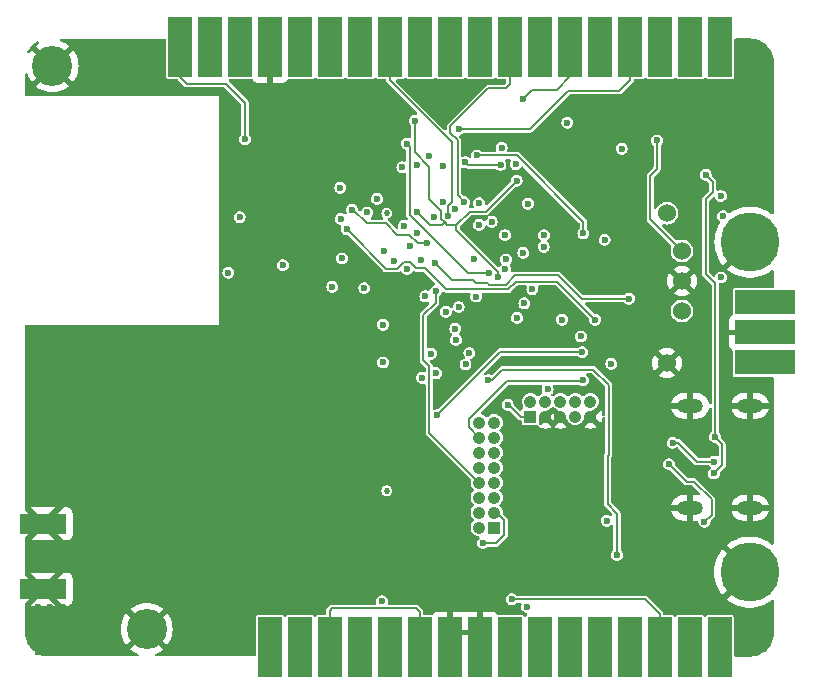
<source format=gbr>
%TF.GenerationSoftware,KiCad,Pcbnew,8.0.4*%
%TF.CreationDate,2024-10-23T22:06:26+09:00*%
%TF.ProjectId,balsun,62616c73-756e-42e6-9b69-6361645f7063,rev?*%
%TF.SameCoordinates,Original*%
%TF.FileFunction,Copper,L4,Bot*%
%TF.FilePolarity,Positive*%
%FSLAX46Y46*%
G04 Gerber Fmt 4.6, Leading zero omitted, Abs format (unit mm)*
G04 Created by KiCad (PCBNEW 8.0.4) date 2024-10-23 22:06:26*
%MOMM*%
%LPD*%
G01*
G04 APERTURE LIST*
%TA.AperFunction,SMDPad,CuDef*%
%ADD10C,0.517500*%
%TD*%
%TA.AperFunction,ComponentPad*%
%ADD11C,1.530000*%
%TD*%
%TA.AperFunction,ComponentPad*%
%ADD12O,2.200000X1.200000*%
%TD*%
%TA.AperFunction,ComponentPad*%
%ADD13R,1.050000X1.050000*%
%TD*%
%TA.AperFunction,ComponentPad*%
%ADD14C,1.050000*%
%TD*%
%TA.AperFunction,SMDPad,CuDef*%
%ADD15R,4.000000X1.810000*%
%TD*%
%TA.AperFunction,ComponentPad*%
%ADD16C,1.524000*%
%TD*%
%TA.AperFunction,ComponentPad*%
%ADD17C,5.000000*%
%TD*%
%TA.AperFunction,ComponentPad*%
%ADD18R,2.000000X2.540000*%
%TD*%
%TA.AperFunction,ComponentPad*%
%ADD19C,3.400000*%
%TD*%
%TA.AperFunction,ComponentPad*%
%ADD20R,2.540000X2.000000*%
%TD*%
%TA.AperFunction,ViaPad*%
%ADD21C,0.600000*%
%TD*%
%TA.AperFunction,Conductor*%
%ADD22C,0.200000*%
%TD*%
%ADD23C,0.300000*%
%ADD24C,0.350000*%
%ADD25O,1.600000X0.600000*%
G04 APERTURE END LIST*
D10*
%TO.P,U1,4,4*%
%TO.N,unconnected-(U1-Pad4)*%
X187705000Y-112450000D03*
%TO.P,U1,3,3*%
%TO.N,unconnected-(U1-Pad3)*%
X187705000Y-88950000D03*
D11*
%TO.P,U1,2,-*%
%TO.N,GND*%
X211425000Y-101650000D03*
%TO.P,U1,1,+*%
%TO.N,VBAT*%
X211425000Y-88950000D03*
%TD*%
D12*
%TO.P,J5,MH1,MH1*%
%TO.N,GND*%
X213375000Y-113895000D03*
%TO.P,J5,MH2,MH2*%
X213375000Y-105255000D03*
%TO.P,J5,MH3,MH3*%
X218475000Y-113895000D03*
%TO.P,J5,MH4,MH4*%
X218475000Y-105255000D03*
%TD*%
D13*
%TO.P,J1,1,1*%
%TO.N,+5V*%
X199855000Y-106175000D03*
D14*
%TO.P,J1,2,2*%
%TO.N,P108_SWDIO*%
X199855000Y-104905000D03*
%TO.P,J1,3,3*%
%TO.N,GND*%
X201125000Y-106175000D03*
%TO.P,J1,4,4*%
%TO.N,P300_SWCLK*%
X201125000Y-104905000D03*
%TO.P,J1,5,5*%
%TO.N,GND*%
X202395000Y-106175000D03*
%TO.P,J1,6,6*%
%TO.N,unconnected-(J1-Pad6)*%
X202395000Y-104905000D03*
%TO.P,J1,7,7*%
%TO.N,P502_SCI1_RXD*%
X203665000Y-106175000D03*
%TO.P,J1,8,8*%
%TO.N,P501_SCI1_TXD*%
X203665000Y-104905000D03*
%TO.P,J1,9,9*%
%TO.N,GND*%
X204935000Y-106175000D03*
%TO.P,J1,10,10*%
%TO.N,RESET*%
X204935000Y-104905000D03*
%TD*%
D15*
%TO.P,J6,2,2*%
%TO.N,GND*%
X158600000Y-115260000D03*
X158600000Y-120790000D03*
%TD*%
D13*
%TO.P,J4,1,1*%
%TO.N,P402*%
X196800000Y-115580000D03*
D14*
%TO.P,J4,2,2*%
%TO.N,P401*%
X195530000Y-115580000D03*
%TO.P,J4,3,3*%
%TO.N,P215*%
X196800000Y-114310000D03*
%TO.P,J4,4,4*%
%TO.N,P400*%
X195530000Y-114310000D03*
%TO.P,J4,5,5*%
%TO.N,P214*%
X196800000Y-113040000D03*
%TO.P,J4,6,6*%
%TO.N,P011*%
X195530000Y-113040000D03*
%TO.P,J4,7,7*%
%TO.N,P411*%
X196800000Y-111770000D03*
%TO.P,J4,8,8*%
%TO.N,P003*%
X195530000Y-111770000D03*
%TO.P,J4,9,9*%
%TO.N,P410*%
X196800000Y-110500000D03*
%TO.P,J4,10,10*%
%TO.N,P004*%
X195530000Y-110500000D03*
%TO.P,J4,11,11*%
%TO.N,P409*%
X196800000Y-109230000D03*
%TO.P,J4,12,12*%
%TO.N,P015*%
X195530000Y-109230000D03*
%TO.P,J4,13,13*%
%TO.N,P408*%
X196800000Y-107960000D03*
%TO.P,J4,14,14*%
%TO.N,P113*%
X195530000Y-107960000D03*
%TO.P,J4,15,15*%
%TO.N,P206*%
X196800000Y-106690000D03*
%TO.P,J4,16,16*%
%TO.N,P205*%
X195530000Y-106690000D03*
%TD*%
D16*
%TO.P,IC3,1,IN*%
%TO.N,VEXTIN*%
X212700000Y-97240000D03*
%TO.P,IC3,2,GND*%
%TO.N,GND*%
X212700000Y-94700000D03*
%TO.P,IC3,3,OUT*%
%TO.N,Net-(IC3-OUT)*%
X212700000Y-92160000D03*
%TD*%
D17*
%TO.P,H3,1,Hole*%
%TO.N,GND*%
X218450000Y-91412500D03*
%TD*%
D18*
%TO.P,P1,0,Rx*%
%TO.N,WISUN_TX_Serial1_D0*%
X215920000Y-76140000D03*
X215920000Y-73600000D03*
%TO.P,P1,1,Tx*%
%TO.N,WISUN_RX_Serial1_D1*%
X213380000Y-76140000D03*
X213380000Y-73600000D03*
%TO.P,P1,2,2*%
%TO.N,P105_IRQ00_GPT1_A*%
X210840000Y-76140000D03*
X210840000Y-73600000D03*
%TO.P,P1,3,~3*%
%TO.N,P104_IRQ01_GPT1_B*%
X208300000Y-76140000D03*
X208300000Y-73600000D03*
%TO.P,P1,4,4*%
%TO.N,P103_SPI0_SSL_GPT2_A_CAN0_TX*%
X205760000Y-76140000D03*
X205760000Y-73600000D03*
%TO.P,P1,5,~5*%
%TO.N,P102_SPI0_RSPCK_GPT2_B_CAN0_RX*%
X203220000Y-76140000D03*
X203220000Y-73600000D03*
%TO.P,P1,6,~6*%
%TO.N,P106_GPT0_B*%
X200680000Y-76140000D03*
X200680000Y-73600000D03*
%TO.P,P1,7,7*%
%TO.N,P107_GPT0_A*%
X198140000Y-76140000D03*
X198140000Y-73600000D03*
%TO.P,P1,8,8*%
%TO.N,P304_GPT7_A*%
X193060000Y-76140000D03*
X193060000Y-73600000D03*
%TO.P,P1,9,~9*%
%TO.N,P303_GPT7_B*%
X190520000Y-76140000D03*
X190520000Y-73600000D03*
%TO.P,P1,10,~10*%
%TO.N,P112_GPT3_B*%
X187980000Y-76140000D03*
X187980000Y-73600000D03*
%TO.P,P1,11,~11*%
%TO.N,P109_SCI9_TXD*%
X185440000Y-76140000D03*
X185440000Y-73600000D03*
%TO.P,P1,12,12*%
%TO.N,P110_SCI9_RXD*%
X182900000Y-76140000D03*
X182900000Y-73600000D03*
%TO.P,P1,13,13*%
%TO.N,P111_GPT3_A*%
X180360000Y-76140000D03*
X180360000Y-73600000D03*
%TO.P,P1,14,GND*%
%TO.N,GND*%
X177820000Y-76140000D03*
X177820000Y-73600000D03*
%TO.P,P1,15,AREF*%
%TO.N,AREF*%
X175280000Y-76140000D03*
X175280000Y-73600000D03*
%TO.P,P1,16,SDA*%
%TO.N,P101_AN21_SDA*%
X172740000Y-76140000D03*
X172740000Y-73600000D03*
%TO.P,P1,17,SCL*%
%TO.N,P100_AN22_SCL*%
X170200000Y-76140000D03*
X170200000Y-73600000D03*
%TO.P,P1,18,extra*%
%TO.N,+5V*%
X195600000Y-76140000D03*
X195600000Y-73600000D03*
%TD*%
D19*
%TO.P,H4,1,Hole*%
%TO.N,GND*%
X159400000Y-76500000D03*
%TD*%
%TO.P,H5,1,Hole*%
%TO.N,GND*%
X167375000Y-124175000D03*
%TD*%
D20*
%TO.P,H1,1,plus>5V*%
%TO.N,VEXTIN*%
X218450000Y-101600000D03*
X220990000Y-101600000D03*
%TO.P,H1,2,GND*%
%TO.N,GND*%
X218450000Y-99060000D03*
X220990000Y-99060000D03*
%TO.P,H1,4,plus<5V*%
%TO.N,VBAT*%
X218450000Y-96520000D03*
X220990000Y-96520000D03*
%TD*%
D18*
%TO.P,J2,1,1*%
%TO.N,+5V*%
X177800000Y-124460000D03*
X177800000Y-127000000D03*
%TO.P,J2,2,2*%
%TO.N,MD*%
X180340000Y-124460000D03*
X180340000Y-127000000D03*
%TO.P,J2,3,3*%
%TO.N,+5V*%
X182880000Y-124460000D03*
X182880000Y-127000000D03*
%TO.P,J2,4,4*%
%TO.N,RESET*%
X185420000Y-124460000D03*
X185420000Y-127000000D03*
%TO.P,J2,5,5*%
%TO.N,+3V3*%
X187960000Y-124460000D03*
X187960000Y-127000000D03*
%TO.P,J2,6,6*%
%TO.N,+5V*%
X190500000Y-124460000D03*
X190500000Y-127000000D03*
%TO.P,J2,7,7*%
%TO.N,GND*%
X193040000Y-124460000D03*
X193040000Y-127000000D03*
%TO.P,J2,8,8*%
X195580000Y-124460000D03*
X195580000Y-127000000D03*
%TO.P,J2,9,9*%
%TO.N,VUSB*%
X198120000Y-124460000D03*
X198120000Y-127000000D03*
%TO.P,J2,10,10*%
%TO.N,unconnected-(J2-Pad10)*%
X200660000Y-124460000D03*
%TO.N,unconnected-(J2-Pad10)_1*%
X200660000Y-127000000D03*
%TO.P,J2,11,11*%
%TO.N,P014_AN09_DAC*%
X203200000Y-124460000D03*
X203200000Y-127000000D03*
%TO.P,J2,12,12*%
%TO.N,P000_AN00_AMP+*%
X205740000Y-124460000D03*
X205740000Y-127000000D03*
%TO.P,J2,13,13*%
%TO.N,P001_AN01_AMP-*%
X208280000Y-124460000D03*
X208280000Y-127000000D03*
%TO.P,J2,14,14*%
%TO.N,P002_AN02_AMPO*%
X210820000Y-124460000D03*
X210820000Y-127000000D03*
%TO.P,J2,15,15*%
%TO.N,P101_AN21_SDA*%
X213360000Y-124460000D03*
X213360000Y-127000000D03*
%TO.P,J2,16,16*%
%TO.N,P100_AN22_SCL*%
X215900000Y-124460000D03*
X215900000Y-127000000D03*
%TD*%
D17*
%TO.P,H2,1,Hole*%
%TO.N,GND*%
X218425000Y-119350000D03*
%TD*%
D21*
%TO.N,GND*%
X190600000Y-111600000D03*
X169500000Y-121500000D03*
X163600000Y-124100000D03*
X202900000Y-83400000D03*
X159200000Y-122300000D03*
X178000000Y-87700000D03*
X196600000Y-100300000D03*
X199800000Y-99700000D03*
X160300000Y-113500000D03*
X202700000Y-119300000D03*
X190000000Y-78500000D03*
X167700000Y-75600000D03*
X161500000Y-115100000D03*
X185600000Y-120900000D03*
X200400000Y-110800000D03*
X218200000Y-123900000D03*
X163600000Y-122300000D03*
X202500000Y-108100000D03*
X158200000Y-116900000D03*
X178800000Y-89900000D03*
X158200000Y-126100000D03*
X176200000Y-88100000D03*
X194900000Y-82700000D03*
X179200000Y-91400000D03*
X166500000Y-114600000D03*
X158200000Y-119000000D03*
X188900000Y-86200000D03*
X207800000Y-119500000D03*
X164600000Y-113500000D03*
X210000000Y-83500000D03*
X163600000Y-126100000D03*
X158200000Y-122300000D03*
X165000000Y-116200000D03*
X218700000Y-83700000D03*
X177800000Y-85400000D03*
X161500000Y-113600000D03*
X163300000Y-117800000D03*
X161400000Y-120600000D03*
X182200000Y-81900000D03*
X159200000Y-119000000D03*
X201000000Y-115800000D03*
X163800000Y-114300000D03*
X211000000Y-91600000D03*
X165830000Y-118955000D03*
X162200000Y-115900000D03*
X165700000Y-115400000D03*
X161500000Y-116700000D03*
X161400000Y-119000000D03*
X166300000Y-112000000D03*
X209000000Y-88500000D03*
X158200000Y-113500000D03*
X188200000Y-98900000D03*
X192700000Y-80900000D03*
X165900000Y-117300000D03*
X180900000Y-98100000D03*
X161400000Y-126100000D03*
X163000000Y-115100000D03*
X179000000Y-87800000D03*
X167700000Y-120600000D03*
X201700000Y-92400000D03*
X167400000Y-113800000D03*
X159200000Y-113500000D03*
X214500000Y-120600000D03*
X163600000Y-120600000D03*
X180400000Y-80600000D03*
X161400000Y-122300000D03*
X174300000Y-122600000D03*
X162500000Y-118700000D03*
X167700000Y-119000000D03*
X206700000Y-97800000D03*
X211600000Y-80000000D03*
X217800000Y-88100000D03*
X158200000Y-124100000D03*
X207200000Y-90900000D03*
X160300000Y-119000000D03*
X164100000Y-117000000D03*
X202700000Y-113300000D03*
X161400000Y-124100000D03*
X160300000Y-116900000D03*
X209300000Y-96200000D03*
X206900000Y-94500000D03*
X203600000Y-116500000D03*
X165400000Y-112700000D03*
X167300000Y-111400000D03*
X162300000Y-74800000D03*
X159200000Y-116900000D03*
X214300000Y-103500000D03*
X160300000Y-122300000D03*
X165800000Y-120600000D03*
X167700000Y-117300000D03*
%TO.N,+5V*%
X187400000Y-101600000D03*
X190286600Y-88836900D03*
X197935600Y-105173300D03*
X197100000Y-94400000D03*
X190089700Y-81135100D03*
X198694900Y-86207000D03*
%TO.N,MD*%
X184754100Y-88668600D03*
X191076800Y-91514800D03*
%TO.N,P101_AN21_SDA*%
X205349200Y-97975000D03*
X184298100Y-90310200D03*
%TO.N,P111_GPT3_A*%
X192422900Y-88001000D03*
X174300000Y-94000000D03*
%TO.N,P304_GPT7_A*%
X197423900Y-83414300D03*
%TO.N,P409*%
X200020200Y-95397200D03*
%TO.N,P401*%
X194372000Y-101767600D03*
%TO.N,P001_AN01_AMP-*%
X193551200Y-99685700D03*
X192700000Y-97300000D03*
%TO.N,P214*%
X198738100Y-97828600D03*
%TO.N,P003*%
X191832700Y-95555300D03*
%TO.N,P206*%
X195117700Y-92871500D03*
%TO.N,P400*%
X194705700Y-100796000D03*
%TO.N,P107_GPT0_A*%
X194277700Y-88028100D03*
%TO.N,P000_AN00_AMP+*%
X193502700Y-98733300D03*
X199595150Y-122295150D03*
%TO.N,P408*%
X197800000Y-92880000D03*
%TO.N,P100_AN22_SCL*%
X191800000Y-93200000D03*
X208200000Y-96200000D03*
X175700000Y-82700000D03*
X186043100Y-88895900D03*
%TO.N,P110_SCI9_RXD*%
X190300000Y-84900000D03*
%TO.N,P106_GPT0_B*%
X189165000Y-90022700D03*
%TO.N,Net-(IC1-P200)*%
X189027000Y-85066400D03*
X198635900Y-84808400D03*
%TO.N,P410*%
X197751600Y-93691200D03*
%TO.N,P411*%
X199348700Y-96594300D03*
%TO.N,P004*%
X190700000Y-102900000D03*
%TO.N,P205*%
X196591400Y-89700400D03*
%TO.N,P109_SCI9_TXD*%
X192493600Y-84990700D03*
%TO.N,P014_AN09_DAC*%
X187400000Y-98400000D03*
X189402100Y-93687600D03*
X196300000Y-103100000D03*
X191900000Y-102500000D03*
X207200000Y-117900000D03*
%TO.N,P002_AN02_AMPO*%
X198282200Y-121642600D03*
X191442500Y-100855600D03*
%TO.N,P105_IRQ00_GPT1_A*%
X186893300Y-87743700D03*
%TO.N,P113*%
X204300000Y-103100000D03*
X191713600Y-89250200D03*
%TO.N,P215*%
X195860900Y-116887700D03*
X195271500Y-96015800D03*
%TO.N,P104_IRQ01_GPT1_B*%
X193800000Y-81831400D03*
X183825100Y-89441700D03*
%TO.N,P103_SPI0_SSL_GPT2_A_CAN0_TX*%
X190284800Y-90604900D03*
%TO.N,P102_SPI0_RSPCK_GPT2_B_CAN0_RX*%
X199200000Y-79300000D03*
X189669100Y-91704200D03*
%TO.N,P015*%
X185800000Y-95300000D03*
%TO.N,P112_GPT3_B*%
X192917100Y-89208800D03*
%TO.N,USB_D_P*%
X199267100Y-92325400D03*
X201319300Y-103872600D03*
%TO.N,USB_D_N*%
X211900000Y-108400000D03*
X215400000Y-110000000D03*
X201016700Y-90809600D03*
%TO.N,VUSB*%
X215500000Y-107900000D03*
X215400000Y-111000000D03*
X214700000Y-85700000D03*
%TO.N,CC1*%
X211600000Y-110200000D03*
X214600000Y-115100000D03*
%TO.N,VBAT*%
X216000000Y-94400000D03*
X203000000Y-81300000D03*
%TO.N,VREFH0*%
X183765400Y-86798600D03*
X190965600Y-96000000D03*
%TO.N,P013*%
X187504900Y-92181000D03*
X183100000Y-95200000D03*
%TO.N,P501_SCI1_TXD*%
X190578700Y-92886800D03*
%TO.N,P502_SCI1_RXD*%
X188340100Y-93047700D03*
X204145600Y-99393600D03*
%TO.N,WISUN_RESETN*%
X195516300Y-89951100D03*
X187300000Y-121800000D03*
%TO.N,WISUN_RX*%
X191927800Y-106056900D03*
X204265800Y-100716000D03*
%TO.N,Net-(IC1-P500)*%
X183912300Y-92791500D03*
X175249600Y-89294800D03*
%TO.N,WISUN_TX*%
X206714200Y-101717100D03*
X206321000Y-114987400D03*
%TO.N,RESET*%
X178914800Y-93351600D03*
X199647400Y-88155000D03*
%TO.N,+3V3*%
X197714200Y-90807400D03*
X193800000Y-96900000D03*
X189385800Y-83066000D03*
X196372400Y-94035300D03*
%TO.N,P300_SWCLK*%
X200993500Y-91795200D03*
X193484100Y-88641800D03*
%TO.N,P108_SWDIO*%
X197335100Y-84883700D03*
X194347900Y-84628100D03*
X191271600Y-84150300D03*
%TO.N,WISUN_TX_Serial1*%
X195528400Y-88125300D03*
X206143800Y-91218500D03*
%TO.N,WISUN_RX_Serial1*%
X204345800Y-90660800D03*
X195354700Y-84073800D03*
%TO.N,WISUN_TX_Serial1_D0*%
X216187100Y-89221200D03*
%TO.N,WISUN_RX_Serial1_D1*%
X202552600Y-97978700D03*
%TO.N,Net-(IC3-OUT)*%
X210600000Y-82800000D03*
%TO.N,Net-(IC5-ILIM)*%
X216000000Y-87500000D03*
X207600000Y-83500000D03*
%TD*%
D22*
%TO.N,+5V*%
X192315400Y-89457900D02*
X192597600Y-89740100D01*
X197100000Y-93912000D02*
X193579300Y-90391300D01*
X191381300Y-89931600D02*
X190286600Y-88836900D01*
X191294500Y-85023900D02*
X191294500Y-87723800D01*
X199855000Y-106175000D02*
X199028300Y-106175000D01*
X199028300Y-106175000D02*
X198026600Y-105173300D01*
X192315400Y-88744700D02*
X192315400Y-89457900D01*
X190089700Y-81135100D02*
X190089700Y-83819200D01*
X192597600Y-89740100D02*
X192825300Y-89967800D01*
X193579300Y-89967800D02*
X194711000Y-88836100D01*
X197100000Y-94400000D02*
X197100000Y-93912000D01*
X198026600Y-105173300D02*
X197935600Y-105173300D01*
X196065800Y-88836100D02*
X198694900Y-86207000D01*
X192597600Y-89740100D02*
X192406100Y-89931600D01*
X190089700Y-83819200D02*
X191294400Y-85023900D01*
X193579300Y-90391300D02*
X193579300Y-89967800D01*
X190500000Y-122700000D02*
X190200000Y-122400000D01*
X190500000Y-124460000D02*
X190500000Y-122700000D01*
X191294500Y-87723800D02*
X192315400Y-88744700D01*
X192406100Y-89931600D02*
X191381300Y-89931600D01*
X183100000Y-122400000D02*
X182880000Y-122620000D01*
X190200000Y-122400000D02*
X183100000Y-122400000D01*
X194711000Y-88836100D02*
X196065800Y-88836100D01*
X192825300Y-89967800D02*
X193579300Y-89967800D01*
X182880000Y-122620000D02*
X182880000Y-124460000D01*
X191294400Y-85023900D02*
X191294500Y-85023900D01*
%TO.N,MD*%
X186000000Y-89800000D02*
X187600000Y-89800000D01*
X188600000Y-90800000D02*
X189613429Y-90800000D01*
X189613429Y-90800000D02*
X190328229Y-91514800D01*
X190328229Y-91514800D02*
X191076800Y-91514800D01*
X184868600Y-88668600D02*
X186000000Y-89800000D01*
X184754100Y-88668600D02*
X184868600Y-88668600D01*
X187600000Y-89800000D02*
X188600000Y-90800000D01*
%TO.N,P101_AN21_SDA*%
X198642700Y-94757300D02*
X198000000Y-95400000D01*
X190176300Y-93610900D02*
X189651300Y-93085900D01*
X187658700Y-93670800D02*
X184298100Y-90310200D01*
X189651300Y-93085900D02*
X189153000Y-93085900D01*
X190176300Y-93611000D02*
X190176300Y-93610900D01*
X205349200Y-97975000D02*
X202131500Y-94757300D01*
X202131500Y-94757300D02*
X198642700Y-94757300D01*
X198000000Y-95400000D02*
X192730900Y-95400000D01*
X188568100Y-93670800D02*
X187658700Y-93670800D01*
X190941900Y-93611000D02*
X190176300Y-93611000D01*
X189153000Y-93085900D02*
X188568100Y-93670800D01*
X192730900Y-95400000D02*
X190941900Y-93611000D01*
%TO.N,P003*%
X190800000Y-101400000D02*
X190800000Y-97555900D01*
X191832700Y-96523200D02*
X191832700Y-95555300D01*
X191300000Y-101900000D02*
X190800000Y-101400000D01*
X195530000Y-111770000D02*
X191300000Y-107540000D01*
X190800000Y-97555900D02*
X191832700Y-96523200D01*
X191300000Y-107540000D02*
X191300000Y-101900000D01*
%TO.N,P107_GPT0_A*%
X193100000Y-82200000D02*
X193700000Y-82800000D01*
X196300000Y-78400000D02*
X193100000Y-81600000D01*
X193700000Y-82800000D02*
X193700000Y-87450400D01*
X198140000Y-76140000D02*
X198140000Y-78060000D01*
X198140000Y-78060000D02*
X197800000Y-78400000D01*
X197800000Y-78400000D02*
X196300000Y-78400000D01*
X193100000Y-81600000D02*
X193100000Y-82200000D01*
X193700000Y-87450400D02*
X194277700Y-88028100D01*
%TO.N,P100_AN22_SCL*%
X202200000Y-94200000D02*
X198600000Y-94200000D01*
X195300000Y-94900000D02*
X195000000Y-94600000D01*
X170200000Y-76140000D02*
X170200000Y-77400000D01*
X208200000Y-96200000D02*
X204200000Y-96200000D01*
X196400000Y-95000000D02*
X196300000Y-94900000D01*
X193200000Y-94600000D02*
X191800000Y-93200000D01*
X174100000Y-78000000D02*
X175700000Y-79600000D01*
X170200000Y-77400000D02*
X170800000Y-78000000D01*
X195000000Y-94600000D02*
X193200000Y-94600000D01*
X197800000Y-95000000D02*
X196400000Y-95000000D01*
X198600000Y-94200000D02*
X197800000Y-95000000D01*
X170800000Y-78000000D02*
X174100000Y-78000000D01*
X196300000Y-94900000D02*
X195300000Y-94900000D01*
X175700000Y-79600000D02*
X175700000Y-82700000D01*
X215900000Y-124460000D02*
X215900000Y-123300000D01*
X204200000Y-96200000D02*
X202200000Y-94200000D01*
%TO.N,P014_AN09_DAC*%
X205200000Y-102200000D02*
X197500000Y-102200000D01*
X197500000Y-102200000D02*
X196600000Y-103100000D01*
X206500000Y-103500000D02*
X205200000Y-102200000D01*
X206500000Y-109400000D02*
X206500000Y-103500000D01*
X207200000Y-114400000D02*
X206400000Y-113600000D01*
X206400000Y-113600000D02*
X206400000Y-109500000D01*
X196600000Y-103100000D02*
X196300000Y-103100000D01*
X207200000Y-117900000D02*
X207200000Y-114400000D01*
X206400000Y-109500000D02*
X206500000Y-109400000D01*
%TO.N,P002_AN02_AMPO*%
X210820000Y-124460000D02*
X210820000Y-122888300D01*
X210820000Y-122888300D02*
X209574300Y-121642600D01*
X209574300Y-121642600D02*
X198282200Y-121642600D01*
%TO.N,P113*%
X195530000Y-107960000D02*
X194656500Y-107086500D01*
X194656500Y-107086500D02*
X194656500Y-106394400D01*
X194656500Y-106394400D02*
X197850900Y-103200000D01*
X197850900Y-103200000D02*
X204200000Y-103200000D01*
X204200000Y-103200000D02*
X204300000Y-103100000D01*
%TO.N,P215*%
X197626700Y-114930000D02*
X197626700Y-116230000D01*
X197006700Y-114310000D02*
X197626700Y-114930000D01*
X196800000Y-114310000D02*
X197006700Y-114310000D01*
X196969000Y-116887700D02*
X195860900Y-116887700D01*
X197626700Y-116230000D02*
X196969000Y-116887700D01*
%TO.N,P104_IRQ01_GPT1_B*%
X207400000Y-78600000D02*
X208300000Y-77700000D01*
X203059800Y-78600000D02*
X207400000Y-78600000D01*
X193800000Y-81831400D02*
X199828400Y-81831400D01*
X208300000Y-77700000D02*
X208300000Y-76140000D01*
X199828400Y-81831400D02*
X203059800Y-78600000D01*
%TO.N,P102_SPI0_RSPCK_GPT2_B_CAN0_RX*%
X202100000Y-78500000D02*
X203220000Y-77380000D01*
X203220000Y-77380000D02*
X203220000Y-76140000D01*
X199200000Y-79300000D02*
X200000000Y-78500000D01*
X200000000Y-78500000D02*
X202100000Y-78500000D01*
%TO.N,P112_GPT3_B*%
X192882400Y-89174100D02*
X192917100Y-89208800D01*
X192882400Y-88392700D02*
X192882400Y-89174100D01*
X187980000Y-77711700D02*
X193235000Y-82966700D01*
X193235000Y-88040100D02*
X192882400Y-88392700D01*
X193235000Y-82966700D02*
X193235000Y-88040100D01*
X187980000Y-76140000D02*
X187980000Y-77711700D01*
%TO.N,USB_D_N*%
X211900000Y-108400000D02*
X212000000Y-108400000D01*
X215400000Y-110000000D02*
X214000000Y-110000000D01*
X214000000Y-110000000D02*
X212400000Y-108400000D01*
X212000000Y-108400000D02*
X211900000Y-108400000D01*
X212400000Y-108400000D02*
X212000000Y-108400000D01*
%TO.N,VUSB*%
X216100000Y-110300000D02*
X215400000Y-111000000D01*
X214700000Y-85700000D02*
X215300000Y-86300000D01*
X215500000Y-107900000D02*
X215500000Y-94900000D01*
X216100000Y-108500000D02*
X216100000Y-110300000D01*
X214700000Y-87800000D02*
X215300000Y-87200000D01*
X215300000Y-86300000D02*
X215300000Y-87200000D01*
X215500000Y-107900000D02*
X216100000Y-108500000D01*
X215500000Y-94900000D02*
X214700000Y-94100000D01*
X214700000Y-94100000D02*
X214700000Y-87800000D01*
%TO.N,CC1*%
X215200000Y-113200000D02*
X215200000Y-114500000D01*
X215200000Y-114500000D02*
X214600000Y-115100000D01*
X213700000Y-111700000D02*
X215200000Y-113200000D01*
X213100000Y-111700000D02*
X213700000Y-111700000D01*
X211600000Y-110200000D02*
X213100000Y-111700000D01*
%TO.N,WISUN_RX*%
X204265800Y-100716000D02*
X197268700Y-100716000D01*
X197268700Y-100716000D02*
X191927800Y-106056900D01*
%TO.N,+3V3*%
X189629800Y-83310000D02*
X189385800Y-83066000D01*
X194575200Y-94035300D02*
X189629800Y-89089900D01*
X189629800Y-89089900D02*
X189629800Y-83310000D01*
X196372400Y-94035300D02*
X194575200Y-94035300D01*
%TO.N,P108_SWDIO*%
X194347900Y-84628100D02*
X194603500Y-84883700D01*
X194603500Y-84883700D02*
X197335100Y-84883700D01*
%TO.N,WISUN_RX_Serial1*%
X204345800Y-90660800D02*
X204345800Y-89667400D01*
X198752200Y-84073800D02*
X195354700Y-84073800D01*
X204345800Y-89667400D02*
X198752200Y-84073800D01*
%TO.N,Net-(IC3-OUT)*%
X210600000Y-82800000D02*
X210600000Y-82900000D01*
X210600000Y-85200000D02*
X210600000Y-82900000D01*
X210600000Y-82900000D02*
X210600000Y-82800000D01*
X210000000Y-85800000D02*
X210600000Y-85200000D01*
X212700000Y-92160000D02*
X210000000Y-89460000D01*
X210000000Y-89460000D02*
X210000000Y-85800000D01*
%TD*%
%TA.AperFunction,Conductor*%
%TO.N,GND*%
G36*
X218441065Y-74160819D02*
G01*
X218694498Y-74179073D01*
X218710412Y-74181263D01*
X218955966Y-74231455D01*
X218971460Y-74235685D01*
X219208470Y-74317225D01*
X219223283Y-74323422D01*
X219447750Y-74434936D01*
X219461643Y-74443001D01*
X219491615Y-74463104D01*
X219669788Y-74582609D01*
X219682530Y-74592410D01*
X219870863Y-74757770D01*
X219882229Y-74769136D01*
X220047589Y-74957469D01*
X220057390Y-74970211D01*
X220196997Y-75178354D01*
X220205066Y-75192254D01*
X220296493Y-75376289D01*
X220316572Y-75416705D01*
X220322776Y-75431535D01*
X220404312Y-75668531D01*
X220408545Y-75684038D01*
X220458735Y-75929582D01*
X220460927Y-75945507D01*
X220479180Y-76198926D01*
X220479500Y-76207834D01*
X220479500Y-88933310D01*
X220459815Y-89000349D01*
X220407011Y-89046104D01*
X220337853Y-89056048D01*
X220275796Y-89028301D01*
X220244518Y-89002056D01*
X219952538Y-88810019D01*
X219640260Y-88653185D01*
X219640254Y-88653183D01*
X219311869Y-88533661D01*
X219311866Y-88533660D01*
X218971828Y-88453070D01*
X218624723Y-88412500D01*
X218275277Y-88412500D01*
X217928172Y-88453070D01*
X217928170Y-88453070D01*
X217588133Y-88533660D01*
X217588130Y-88533661D01*
X217259745Y-88653183D01*
X217259739Y-88653185D01*
X216947461Y-88810019D01*
X216748754Y-88940710D01*
X216681926Y-88961102D01*
X216614682Y-88942127D01*
X216586902Y-88918312D01*
X216582001Y-88912656D01*
X216518228Y-88839057D01*
X216397153Y-88761247D01*
X216397151Y-88761246D01*
X216397149Y-88761245D01*
X216397150Y-88761245D01*
X216259063Y-88720700D01*
X216259061Y-88720700D01*
X216115139Y-88720700D01*
X216115136Y-88720700D01*
X215977049Y-88761245D01*
X215855973Y-88839056D01*
X215761723Y-88947826D01*
X215761722Y-88947828D01*
X215701934Y-89078743D01*
X215681453Y-89221200D01*
X215701934Y-89363656D01*
X215730868Y-89427011D01*
X215761723Y-89494573D01*
X215855972Y-89603343D01*
X215855974Y-89603344D01*
X215855973Y-89603344D01*
X215883742Y-89621190D01*
X215929496Y-89673994D01*
X215939440Y-89743152D01*
X215924089Y-89787505D01*
X215764561Y-90063816D01*
X215764555Y-90063829D01*
X215626145Y-90384699D01*
X215525916Y-90719488D01*
X215525914Y-90719497D01*
X215465236Y-91063619D01*
X215465235Y-91063630D01*
X215444916Y-91412496D01*
X215444916Y-91412503D01*
X215465235Y-91761369D01*
X215465236Y-91761380D01*
X215525914Y-92105502D01*
X215525916Y-92105511D01*
X215626145Y-92440300D01*
X215764555Y-92761170D01*
X215764561Y-92761183D01*
X215939289Y-93063822D01*
X216147967Y-93344125D01*
X216156148Y-93352796D01*
X217155747Y-92353197D01*
X217229588Y-92454830D01*
X217407670Y-92632912D01*
X217509300Y-92706750D01*
X216512818Y-93703233D01*
X216512819Y-93703234D01*
X216655484Y-93822945D01*
X216947461Y-94014980D01*
X217259739Y-94171814D01*
X217259745Y-94171816D01*
X217588130Y-94291338D01*
X217588133Y-94291339D01*
X217928171Y-94371929D01*
X218275276Y-94412499D01*
X218275277Y-94412500D01*
X218624723Y-94412500D01*
X218624723Y-94412499D01*
X218971827Y-94371929D01*
X218971829Y-94371929D01*
X219311866Y-94291339D01*
X219311869Y-94291338D01*
X219640254Y-94171816D01*
X219640260Y-94171814D01*
X219952538Y-94014980D01*
X220244520Y-93822941D01*
X220275793Y-93796700D01*
X220339800Y-93768686D01*
X220408793Y-93779724D01*
X220460865Y-93826310D01*
X220479500Y-93891688D01*
X220479500Y-95195500D01*
X220459815Y-95262539D01*
X220407011Y-95308294D01*
X220355500Y-95319500D01*
X217160247Y-95319500D01*
X217101770Y-95331131D01*
X217101769Y-95331132D01*
X217035447Y-95375447D01*
X216991132Y-95441769D01*
X216991131Y-95441770D01*
X216979500Y-95500247D01*
X216979500Y-97523444D01*
X216959815Y-97590483D01*
X216929811Y-97622710D01*
X216822812Y-97702809D01*
X216822809Y-97702812D01*
X216736649Y-97817906D01*
X216736645Y-97817913D01*
X216686403Y-97952620D01*
X216686401Y-97952627D01*
X216680000Y-98012155D01*
X216680000Y-98810000D01*
X218016988Y-98810000D01*
X217984075Y-98867007D01*
X217950000Y-98994174D01*
X217950000Y-99125826D01*
X217984075Y-99252993D01*
X218016988Y-99310000D01*
X216680000Y-99310000D01*
X216680000Y-100107844D01*
X216686401Y-100167372D01*
X216686403Y-100167379D01*
X216736645Y-100302086D01*
X216736649Y-100302093D01*
X216822809Y-100417187D01*
X216822812Y-100417190D01*
X216929811Y-100497290D01*
X216971682Y-100553223D01*
X216979500Y-100596556D01*
X216979500Y-102619752D01*
X216991131Y-102678229D01*
X216991132Y-102678230D01*
X217035447Y-102744552D01*
X217101769Y-102788867D01*
X217101770Y-102788868D01*
X217160247Y-102800499D01*
X217160250Y-102800500D01*
X217160252Y-102800500D01*
X219700252Y-102800500D01*
X220355500Y-102800500D01*
X220422539Y-102820185D01*
X220468294Y-102872989D01*
X220479500Y-102924500D01*
X220479500Y-116891788D01*
X220459815Y-116958827D01*
X220407011Y-117004582D01*
X220337853Y-117014526D01*
X220275795Y-116986778D01*
X220219518Y-116939557D01*
X219927538Y-116747519D01*
X219615260Y-116590685D01*
X219615254Y-116590683D01*
X219286869Y-116471161D01*
X219286866Y-116471160D01*
X218946828Y-116390570D01*
X218599723Y-116350000D01*
X218250277Y-116350000D01*
X217903172Y-116390570D01*
X217903170Y-116390570D01*
X217563133Y-116471160D01*
X217563130Y-116471161D01*
X217234745Y-116590683D01*
X217234739Y-116590685D01*
X216922461Y-116747519D01*
X216630480Y-116939557D01*
X216487819Y-117059264D01*
X216487818Y-117059265D01*
X217484301Y-118055748D01*
X217382670Y-118129588D01*
X217204588Y-118307670D01*
X217130748Y-118409301D01*
X216131148Y-117409701D01*
X216131147Y-117409702D01*
X216122976Y-117418363D01*
X216122972Y-117418368D01*
X215914289Y-117698677D01*
X215739561Y-118001316D01*
X215739555Y-118001329D01*
X215601145Y-118322199D01*
X215500916Y-118656988D01*
X215500914Y-118656997D01*
X215440236Y-119001119D01*
X215440235Y-119001130D01*
X215419916Y-119349996D01*
X215419916Y-119350003D01*
X215440235Y-119698869D01*
X215440236Y-119698880D01*
X215500914Y-120043002D01*
X215500916Y-120043011D01*
X215601145Y-120377800D01*
X215739555Y-120698670D01*
X215739561Y-120698683D01*
X215914289Y-121001322D01*
X216122967Y-121281625D01*
X216131148Y-121290296D01*
X217130747Y-120290697D01*
X217204588Y-120392330D01*
X217382670Y-120570412D01*
X217484300Y-120644250D01*
X216487818Y-121640733D01*
X216487819Y-121640734D01*
X216630484Y-121760445D01*
X216922461Y-121952480D01*
X217234739Y-122109314D01*
X217234745Y-122109316D01*
X217563130Y-122228838D01*
X217563133Y-122228839D01*
X217903171Y-122309429D01*
X218250276Y-122349999D01*
X218250277Y-122350000D01*
X218599723Y-122350000D01*
X218599723Y-122349999D01*
X218946827Y-122309429D01*
X218946829Y-122309429D01*
X219286866Y-122228839D01*
X219286869Y-122228838D01*
X219615254Y-122109316D01*
X219615260Y-122109314D01*
X219927538Y-121952480D01*
X220219515Y-121760445D01*
X220275794Y-121713222D01*
X220339802Y-121685209D01*
X220408794Y-121696248D01*
X220460866Y-121742834D01*
X220479500Y-121808211D01*
X220479500Y-124455933D01*
X220479235Y-124464043D01*
X220462583Y-124718104D01*
X220460465Y-124734186D01*
X220411591Y-124979888D01*
X220407393Y-124995554D01*
X220326864Y-125232786D01*
X220320657Y-125247772D01*
X220209853Y-125472460D01*
X220201743Y-125486507D01*
X220062559Y-125694811D01*
X220052685Y-125707679D01*
X219887502Y-125896033D01*
X219876033Y-125907502D01*
X219687679Y-126072685D01*
X219674811Y-126082559D01*
X219466507Y-126221743D01*
X219452460Y-126229853D01*
X219227772Y-126340657D01*
X219212786Y-126346864D01*
X218975554Y-126427393D01*
X218959888Y-126431591D01*
X218753168Y-126472711D01*
X218714185Y-126480465D01*
X218698104Y-126482583D01*
X218444063Y-126499232D01*
X218435920Y-126499497D01*
X217224466Y-126499161D01*
X217157432Y-126479458D01*
X217111691Y-126426641D01*
X217100500Y-126375161D01*
X217100500Y-123170249D01*
X217100499Y-123170247D01*
X217088868Y-123111770D01*
X217088867Y-123111769D01*
X217044552Y-123045447D01*
X216978230Y-123001132D01*
X216978229Y-123001131D01*
X216919752Y-122989500D01*
X216919748Y-122989500D01*
X214880252Y-122989500D01*
X214880247Y-122989500D01*
X214821770Y-123001131D01*
X214821769Y-123001132D01*
X214755447Y-123045447D01*
X214733102Y-123078890D01*
X214679489Y-123123695D01*
X214610164Y-123132402D01*
X214547137Y-123102247D01*
X214526898Y-123078890D01*
X214504552Y-123045447D01*
X214438230Y-123001132D01*
X214438229Y-123001131D01*
X214379752Y-122989500D01*
X214379748Y-122989500D01*
X212340252Y-122989500D01*
X212340247Y-122989500D01*
X212281770Y-123001131D01*
X212281769Y-123001132D01*
X212215447Y-123045447D01*
X212193102Y-123078890D01*
X212139489Y-123123695D01*
X212070164Y-123132402D01*
X212007137Y-123102247D01*
X211986898Y-123078890D01*
X211964552Y-123045447D01*
X211898230Y-123001132D01*
X211898229Y-123001131D01*
X211839752Y-122989500D01*
X211839748Y-122989500D01*
X211244500Y-122989500D01*
X211177461Y-122969815D01*
X211131706Y-122917011D01*
X211120500Y-122865500D01*
X211120500Y-122848739D01*
X211120263Y-122847853D01*
X211100021Y-122772311D01*
X211092854Y-122759897D01*
X211060464Y-122703795D01*
X211060458Y-122703787D01*
X209758813Y-121402142D01*
X209758811Y-121402140D01*
X209745592Y-121394508D01*
X209690291Y-121362580D01*
X209690290Y-121362579D01*
X209664813Y-121355752D01*
X209613862Y-121342100D01*
X209613860Y-121342100D01*
X198740701Y-121342100D01*
X198673662Y-121322415D01*
X198646988Y-121299303D01*
X198613328Y-121260457D01*
X198492253Y-121182647D01*
X198492251Y-121182646D01*
X198492249Y-121182645D01*
X198492250Y-121182645D01*
X198354163Y-121142100D01*
X198354161Y-121142100D01*
X198210239Y-121142100D01*
X198210236Y-121142100D01*
X198072149Y-121182645D01*
X197951073Y-121260456D01*
X197856823Y-121369226D01*
X197856822Y-121369228D01*
X197797034Y-121500143D01*
X197776553Y-121642600D01*
X197797034Y-121785056D01*
X197807609Y-121808211D01*
X197856823Y-121915973D01*
X197951072Y-122024743D01*
X198072147Y-122102553D01*
X198072150Y-122102554D01*
X198072149Y-122102554D01*
X198131495Y-122119979D01*
X198194075Y-122138354D01*
X198210236Y-122143099D01*
X198210238Y-122143100D01*
X198210239Y-122143100D01*
X198354162Y-122143100D01*
X198354162Y-122143099D01*
X198492253Y-122102553D01*
X198613328Y-122024743D01*
X198646988Y-121985896D01*
X198705767Y-121948123D01*
X198740701Y-121943100D01*
X199012755Y-121943100D01*
X199079794Y-121962785D01*
X199125549Y-122015589D01*
X199135493Y-122084747D01*
X199125550Y-122118611D01*
X199109984Y-122152694D01*
X199089503Y-122295150D01*
X199109984Y-122437606D01*
X199169772Y-122568521D01*
X199169773Y-122568523D01*
X199264022Y-122677293D01*
X199385097Y-122755103D01*
X199385100Y-122755104D01*
X199385099Y-122755104D01*
X199523039Y-122795606D01*
X199581817Y-122833380D01*
X199610843Y-122896935D01*
X199600900Y-122966094D01*
X199556997Y-123017684D01*
X199515448Y-123045446D01*
X199493102Y-123078890D01*
X199439489Y-123123695D01*
X199370164Y-123132402D01*
X199307137Y-123102247D01*
X199286898Y-123078890D01*
X199264552Y-123045447D01*
X199198230Y-123001132D01*
X199198229Y-123001131D01*
X199139752Y-122989500D01*
X199139748Y-122989500D01*
X197116556Y-122989500D01*
X197049517Y-122969815D01*
X197017290Y-122939811D01*
X196937190Y-122832812D01*
X196937187Y-122832809D01*
X196822093Y-122746649D01*
X196822086Y-122746645D01*
X196687379Y-122696403D01*
X196687372Y-122696401D01*
X196627844Y-122690000D01*
X195830000Y-122690000D01*
X195830000Y-124026988D01*
X195772993Y-123994075D01*
X195645826Y-123960000D01*
X195514174Y-123960000D01*
X195387007Y-123994075D01*
X195330000Y-124026988D01*
X195330000Y-122690000D01*
X194532155Y-122690000D01*
X194472627Y-122696401D01*
X194472619Y-122696403D01*
X194353333Y-122740894D01*
X194283641Y-122745878D01*
X194266667Y-122740894D01*
X194147380Y-122696403D01*
X194147372Y-122696401D01*
X194087844Y-122690000D01*
X193290000Y-122690000D01*
X193290000Y-124026988D01*
X193232993Y-123994075D01*
X193105826Y-123960000D01*
X192974174Y-123960000D01*
X192847007Y-123994075D01*
X192790000Y-124026988D01*
X192790000Y-122690000D01*
X191992155Y-122690000D01*
X191932627Y-122696401D01*
X191932620Y-122696403D01*
X191797913Y-122746645D01*
X191797906Y-122746649D01*
X191682813Y-122832808D01*
X191602712Y-122939811D01*
X191546778Y-122981682D01*
X191503445Y-122989500D01*
X190924500Y-122989500D01*
X190857461Y-122969815D01*
X190811706Y-122917011D01*
X190800500Y-122865500D01*
X190800500Y-122660439D01*
X190780020Y-122584009D01*
X190780017Y-122584004D01*
X190740464Y-122515495D01*
X190740458Y-122515487D01*
X190384512Y-122159541D01*
X190384504Y-122159535D01*
X190315995Y-122119982D01*
X190315990Y-122119979D01*
X190290513Y-122113152D01*
X190239562Y-122099500D01*
X190239560Y-122099500D01*
X187904698Y-122099500D01*
X187837659Y-122079815D01*
X187791904Y-122027011D01*
X187781960Y-121957853D01*
X187784883Y-121944412D01*
X187785163Y-121942459D01*
X187785165Y-121942457D01*
X187805647Y-121800000D01*
X187785165Y-121657543D01*
X187725377Y-121526627D01*
X187631128Y-121417857D01*
X187510053Y-121340047D01*
X187510051Y-121340046D01*
X187510049Y-121340045D01*
X187510050Y-121340045D01*
X187371963Y-121299500D01*
X187371961Y-121299500D01*
X187228039Y-121299500D01*
X187228036Y-121299500D01*
X187089949Y-121340045D01*
X186968873Y-121417856D01*
X186874623Y-121526626D01*
X186874622Y-121526628D01*
X186814834Y-121657543D01*
X186794353Y-121800000D01*
X186816097Y-121951235D01*
X186814279Y-121951496D01*
X186814278Y-122010438D01*
X186776502Y-122069215D01*
X186712945Y-122098238D01*
X186695302Y-122099500D01*
X183060438Y-122099500D01*
X183023805Y-122109316D01*
X182984009Y-122119979D01*
X182984004Y-122119982D01*
X182915495Y-122159535D01*
X182915487Y-122159541D01*
X182639541Y-122435487D01*
X182639535Y-122435495D01*
X182599982Y-122504004D01*
X182599979Y-122504009D01*
X182579500Y-122580439D01*
X182579500Y-122865500D01*
X182559815Y-122932539D01*
X182507011Y-122978294D01*
X182455500Y-122989500D01*
X181860247Y-122989500D01*
X181801770Y-123001131D01*
X181801769Y-123001132D01*
X181735447Y-123045447D01*
X181713102Y-123078890D01*
X181659489Y-123123695D01*
X181590164Y-123132402D01*
X181527137Y-123102247D01*
X181506898Y-123078890D01*
X181484552Y-123045447D01*
X181418230Y-123001132D01*
X181418229Y-123001131D01*
X181359752Y-122989500D01*
X181359748Y-122989500D01*
X179320252Y-122989500D01*
X179320247Y-122989500D01*
X179261770Y-123001131D01*
X179261769Y-123001132D01*
X179195447Y-123045447D01*
X179173102Y-123078890D01*
X179119489Y-123123695D01*
X179050164Y-123132402D01*
X178987137Y-123102247D01*
X178966898Y-123078890D01*
X178944552Y-123045447D01*
X178878230Y-123001132D01*
X178878229Y-123001131D01*
X178819752Y-122989500D01*
X178819748Y-122989500D01*
X176780252Y-122989500D01*
X176780247Y-122989500D01*
X176721770Y-123001131D01*
X176721769Y-123001132D01*
X176655447Y-123045447D01*
X176611132Y-123111769D01*
X176611131Y-123111770D01*
X176599500Y-123170247D01*
X176599500Y-126363853D01*
X176579815Y-126430892D01*
X176527011Y-126476647D01*
X176475466Y-126487853D01*
X168163584Y-126485546D01*
X168096550Y-126465843D01*
X168050809Y-126413026D01*
X168040885Y-126343865D01*
X168069928Y-126280317D01*
X168123761Y-126244126D01*
X168218711Y-126211895D01*
X168218712Y-126211895D01*
X168477356Y-126084346D01*
X168717141Y-125924126D01*
X168717147Y-125924121D01*
X168745608Y-125899162D01*
X168745608Y-125899161D01*
X168315698Y-125469251D01*
X168417330Y-125395412D01*
X168595412Y-125217330D01*
X168669251Y-125115698D01*
X169099161Y-125545608D01*
X169099162Y-125545608D01*
X169124121Y-125517147D01*
X169124126Y-125517141D01*
X169284346Y-125277356D01*
X169411895Y-125018712D01*
X169411899Y-125018702D01*
X169504592Y-124745635D01*
X169504597Y-124745615D01*
X169560855Y-124462784D01*
X169560859Y-124462757D01*
X169579720Y-124175007D01*
X169579720Y-124174992D01*
X169560859Y-123887242D01*
X169560855Y-123887215D01*
X169504597Y-123604384D01*
X169504592Y-123604364D01*
X169411899Y-123331297D01*
X169411895Y-123331287D01*
X169284346Y-123072643D01*
X169124124Y-122832854D01*
X169099161Y-122804390D01*
X169099160Y-122804390D01*
X168669250Y-123234300D01*
X168595412Y-123132670D01*
X168417330Y-122954588D01*
X168315698Y-122880748D01*
X168745608Y-122450838D01*
X168745608Y-122450835D01*
X168717152Y-122425881D01*
X168717146Y-122425876D01*
X168477356Y-122265653D01*
X168218712Y-122138104D01*
X168218702Y-122138100D01*
X167945635Y-122045407D01*
X167945615Y-122045402D01*
X167662784Y-121989144D01*
X167662757Y-121989140D01*
X167375007Y-121970280D01*
X167374993Y-121970280D01*
X167087242Y-121989140D01*
X167087215Y-121989144D01*
X166804384Y-122045402D01*
X166804364Y-122045407D01*
X166531297Y-122138100D01*
X166531287Y-122138104D01*
X166272643Y-122265653D01*
X166032851Y-122425878D01*
X166004390Y-122450837D01*
X166434301Y-122880748D01*
X166332670Y-122954588D01*
X166154588Y-123132670D01*
X166080748Y-123234301D01*
X165650837Y-122804390D01*
X165625878Y-122832851D01*
X165465653Y-123072643D01*
X165338104Y-123331287D01*
X165338100Y-123331297D01*
X165245407Y-123604364D01*
X165245402Y-123604384D01*
X165189144Y-123887215D01*
X165189140Y-123887242D01*
X165170280Y-124174992D01*
X165170280Y-124175007D01*
X165189140Y-124462757D01*
X165189144Y-124462784D01*
X165245402Y-124745615D01*
X165245407Y-124745635D01*
X165338100Y-125018702D01*
X165338104Y-125018712D01*
X165465653Y-125277356D01*
X165625876Y-125517146D01*
X165625881Y-125517152D01*
X165650835Y-125545608D01*
X165650838Y-125545608D01*
X166080748Y-125115698D01*
X166154588Y-125217330D01*
X166332670Y-125395412D01*
X166434300Y-125469250D01*
X166004390Y-125899160D01*
X166004390Y-125899161D01*
X166032854Y-125924124D01*
X166272643Y-126084346D01*
X166531285Y-126211894D01*
X166624948Y-126243688D01*
X166682102Y-126283877D01*
X166708456Y-126348586D01*
X166695642Y-126417271D01*
X166647728Y-126468124D01*
X166585056Y-126485108D01*
X159173022Y-126483051D01*
X159172723Y-126483031D01*
X159103125Y-126483031D01*
X159095015Y-126482765D01*
X158840977Y-126466111D01*
X158824896Y-126463994D01*
X158579185Y-126415116D01*
X158563519Y-126410918D01*
X158326286Y-126330386D01*
X158311301Y-126324179D01*
X158086616Y-126213376D01*
X158072569Y-126205266D01*
X157864265Y-126066080D01*
X157851397Y-126056206D01*
X157663043Y-125891023D01*
X157651574Y-125879554D01*
X157525332Y-125735603D01*
X157486388Y-125691196D01*
X157476517Y-125678332D01*
X157387833Y-125545608D01*
X157337333Y-125470029D01*
X157329223Y-125455982D01*
X157279281Y-125354710D01*
X157218417Y-125231293D01*
X157212211Y-125216309D01*
X157131679Y-124979074D01*
X157127483Y-124963414D01*
X157118812Y-124919826D01*
X157078605Y-124717700D01*
X157076488Y-124701619D01*
X157059832Y-124447532D01*
X157059566Y-124439421D01*
X157059566Y-122194999D01*
X157548552Y-122194999D01*
X157548553Y-122195000D01*
X159651447Y-122195000D01*
X159651447Y-122194999D01*
X158600000Y-121143553D01*
X157548552Y-122194999D01*
X157059566Y-122194999D01*
X157059566Y-122028243D01*
X157079251Y-121961204D01*
X157095885Y-121940562D01*
X158246447Y-120790000D01*
X158953553Y-120790000D01*
X160358553Y-122195000D01*
X160647828Y-122195000D01*
X160647844Y-122194999D01*
X160707372Y-122188598D01*
X160707379Y-122188596D01*
X160842086Y-122138354D01*
X160842093Y-122138350D01*
X160957187Y-122052190D01*
X160957190Y-122052187D01*
X161043350Y-121937093D01*
X161043354Y-121937086D01*
X161093596Y-121802379D01*
X161093598Y-121802372D01*
X161100000Y-121742834D01*
X161100000Y-119837172D01*
X161099999Y-119837155D01*
X161093598Y-119777627D01*
X161093596Y-119777620D01*
X161043354Y-119642913D01*
X161043350Y-119642906D01*
X160957190Y-119527812D01*
X160957187Y-119527809D01*
X160842093Y-119441649D01*
X160842086Y-119441645D01*
X160707379Y-119391403D01*
X160707372Y-119391401D01*
X160647844Y-119385000D01*
X160358552Y-119385000D01*
X158953553Y-120790000D01*
X158246447Y-120790000D01*
X157095885Y-119639438D01*
X157062400Y-119578115D01*
X157059566Y-119551757D01*
X157059566Y-119385000D01*
X157548552Y-119385000D01*
X158600000Y-120436447D01*
X159651447Y-119385000D01*
X157548552Y-119385000D01*
X157059566Y-119385000D01*
X157059566Y-116664999D01*
X157548552Y-116664999D01*
X157548553Y-116665000D01*
X159651447Y-116665000D01*
X159651447Y-116664999D01*
X158600000Y-115613553D01*
X157548552Y-116664999D01*
X157059566Y-116664999D01*
X157059566Y-116498243D01*
X157079251Y-116431204D01*
X157095885Y-116410562D01*
X158246447Y-115260000D01*
X158953553Y-115260000D01*
X160358553Y-116665000D01*
X160647828Y-116665000D01*
X160647844Y-116664999D01*
X160707372Y-116658598D01*
X160707379Y-116658596D01*
X160842086Y-116608354D01*
X160842093Y-116608350D01*
X160957187Y-116522190D01*
X160957190Y-116522187D01*
X161043350Y-116407093D01*
X161043354Y-116407086D01*
X161093596Y-116272379D01*
X161093598Y-116272372D01*
X161099999Y-116212844D01*
X161100000Y-116212827D01*
X161100000Y-114307172D01*
X161099999Y-114307155D01*
X161093598Y-114247627D01*
X161093596Y-114247620D01*
X161043354Y-114112913D01*
X161043350Y-114112906D01*
X160957190Y-113997812D01*
X160957187Y-113997809D01*
X160842093Y-113911649D01*
X160842086Y-113911645D01*
X160707379Y-113861403D01*
X160707372Y-113861401D01*
X160647844Y-113855000D01*
X160358552Y-113855000D01*
X158953553Y-115260000D01*
X158246447Y-115260000D01*
X157095885Y-114109438D01*
X157062400Y-114048115D01*
X157059566Y-114021757D01*
X157059566Y-113855000D01*
X157548552Y-113855000D01*
X158600000Y-114906447D01*
X159651447Y-113855000D01*
X157548552Y-113855000D01*
X157059566Y-113855000D01*
X157059566Y-112450000D01*
X187241027Y-112450000D01*
X187259820Y-112580715D01*
X187259821Y-112580719D01*
X187297552Y-112663336D01*
X187314681Y-112700843D01*
X187342570Y-112733028D01*
X187401163Y-112800648D01*
X187434520Y-112822085D01*
X187512259Y-112872045D01*
X187512260Y-112872045D01*
X187512261Y-112872046D01*
X187638967Y-112909249D01*
X187638969Y-112909250D01*
X187638970Y-112909250D01*
X187771031Y-112909250D01*
X187771031Y-112909249D01*
X187897741Y-112872045D01*
X188008838Y-112800647D01*
X188095319Y-112700843D01*
X188148316Y-112584796D01*
X188150178Y-112580719D01*
X188150179Y-112580715D01*
X188162836Y-112492681D01*
X188168973Y-112450000D01*
X188150179Y-112319284D01*
X188150178Y-112319280D01*
X188095319Y-112199158D01*
X188095319Y-112199157D01*
X188008838Y-112099353D01*
X188008837Y-112099352D01*
X188008836Y-112099351D01*
X187929438Y-112048325D01*
X187897741Y-112027955D01*
X187897740Y-112027954D01*
X187897739Y-112027954D01*
X187897738Y-112027953D01*
X187771032Y-111990750D01*
X187771030Y-111990750D01*
X187638970Y-111990750D01*
X187638968Y-111990750D01*
X187512261Y-112027953D01*
X187512260Y-112027954D01*
X187401163Y-112099351D01*
X187314681Y-112199157D01*
X187314680Y-112199158D01*
X187259821Y-112319280D01*
X187259820Y-112319284D01*
X187241027Y-112450000D01*
X157059566Y-112450000D01*
X157059566Y-101600000D01*
X186894353Y-101600000D01*
X186914834Y-101742456D01*
X186968313Y-101859556D01*
X186974623Y-101873373D01*
X187068872Y-101982143D01*
X187189947Y-102059953D01*
X187189950Y-102059954D01*
X187189949Y-102059954D01*
X187328036Y-102100499D01*
X187328038Y-102100500D01*
X187328039Y-102100500D01*
X187471962Y-102100500D01*
X187471962Y-102100499D01*
X187610053Y-102059953D01*
X187731128Y-101982143D01*
X187825377Y-101873373D01*
X187885165Y-101742457D01*
X187905647Y-101600000D01*
X187885165Y-101457543D01*
X187825377Y-101326627D01*
X187731128Y-101217857D01*
X187610053Y-101140047D01*
X187610051Y-101140046D01*
X187610049Y-101140045D01*
X187610050Y-101140045D01*
X187471963Y-101099500D01*
X187471961Y-101099500D01*
X187328039Y-101099500D01*
X187328036Y-101099500D01*
X187189949Y-101140045D01*
X187068873Y-101217856D01*
X186974623Y-101326626D01*
X186974622Y-101326628D01*
X186914834Y-101457543D01*
X186894353Y-101600000D01*
X157059566Y-101600000D01*
X157059566Y-98524000D01*
X157079251Y-98456961D01*
X157132055Y-98411206D01*
X157183566Y-98400000D01*
X173500000Y-98400000D01*
X186894353Y-98400000D01*
X186914834Y-98542456D01*
X186936932Y-98590843D01*
X186974623Y-98673373D01*
X187068872Y-98782143D01*
X187189947Y-98859953D01*
X187189950Y-98859954D01*
X187189949Y-98859954D01*
X187328036Y-98900499D01*
X187328038Y-98900500D01*
X187328039Y-98900500D01*
X187471962Y-98900500D01*
X187471962Y-98900499D01*
X187610053Y-98859953D01*
X187731128Y-98782143D01*
X187825377Y-98673373D01*
X187885165Y-98542457D01*
X187905647Y-98400000D01*
X187885165Y-98257543D01*
X187825377Y-98126627D01*
X187731128Y-98017857D01*
X187610053Y-97940047D01*
X187610051Y-97940046D01*
X187610049Y-97940045D01*
X187610050Y-97940045D01*
X187471963Y-97899500D01*
X187471961Y-97899500D01*
X187328039Y-97899500D01*
X187328036Y-97899500D01*
X187189949Y-97940045D01*
X187068873Y-98017856D01*
X186974623Y-98126626D01*
X186974622Y-98126628D01*
X186914834Y-98257543D01*
X186894353Y-98400000D01*
X173500000Y-98400000D01*
X173500000Y-95200000D01*
X182594353Y-95200000D01*
X182614834Y-95342456D01*
X182660504Y-95442457D01*
X182674623Y-95473373D01*
X182768872Y-95582143D01*
X182889947Y-95659953D01*
X182889950Y-95659954D01*
X182889949Y-95659954D01*
X182958293Y-95680021D01*
X183024633Y-95699500D01*
X183028036Y-95700499D01*
X183028038Y-95700500D01*
X183028039Y-95700500D01*
X183171962Y-95700500D01*
X183171962Y-95700499D01*
X183310053Y-95659953D01*
X183431128Y-95582143D01*
X183525377Y-95473373D01*
X183585165Y-95342457D01*
X183591269Y-95300000D01*
X185294353Y-95300000D01*
X185314834Y-95442456D01*
X185366369Y-95555300D01*
X185374623Y-95573373D01*
X185468872Y-95682143D01*
X185589947Y-95759953D01*
X185589950Y-95759954D01*
X185589949Y-95759954D01*
X185728036Y-95800499D01*
X185728038Y-95800500D01*
X185728039Y-95800500D01*
X185871962Y-95800500D01*
X185871962Y-95800499D01*
X186010053Y-95759953D01*
X186131128Y-95682143D01*
X186225377Y-95573373D01*
X186285165Y-95442457D01*
X186305647Y-95300000D01*
X186285165Y-95157543D01*
X186225377Y-95026627D01*
X186131128Y-94917857D01*
X186010053Y-94840047D01*
X186010051Y-94840046D01*
X186010049Y-94840045D01*
X186010050Y-94840045D01*
X185871963Y-94799500D01*
X185871961Y-94799500D01*
X185728039Y-94799500D01*
X185728036Y-94799500D01*
X185589949Y-94840045D01*
X185468873Y-94917856D01*
X185374623Y-95026626D01*
X185374622Y-95026628D01*
X185314834Y-95157543D01*
X185294353Y-95300000D01*
X183591269Y-95300000D01*
X183605647Y-95200000D01*
X183585165Y-95057543D01*
X183525377Y-94926627D01*
X183431128Y-94817857D01*
X183310053Y-94740047D01*
X183310051Y-94740046D01*
X183310049Y-94740045D01*
X183310050Y-94740045D01*
X183171963Y-94699500D01*
X183171961Y-94699500D01*
X183028039Y-94699500D01*
X183028036Y-94699500D01*
X182889949Y-94740045D01*
X182768873Y-94817856D01*
X182674623Y-94926626D01*
X182674622Y-94926628D01*
X182614834Y-95057543D01*
X182594353Y-95200000D01*
X173500000Y-95200000D01*
X173500000Y-94000000D01*
X173794353Y-94000000D01*
X173814834Y-94142456D01*
X173869968Y-94263181D01*
X173874623Y-94273373D01*
X173968872Y-94382143D01*
X174089947Y-94459953D01*
X174089950Y-94459954D01*
X174089949Y-94459954D01*
X174228036Y-94500499D01*
X174228038Y-94500500D01*
X174228039Y-94500500D01*
X174371962Y-94500500D01*
X174371962Y-94500499D01*
X174510053Y-94459953D01*
X174631128Y-94382143D01*
X174725377Y-94273373D01*
X174785165Y-94142457D01*
X174805647Y-94000000D01*
X174785165Y-93857543D01*
X174725377Y-93726627D01*
X174631128Y-93617857D01*
X174510053Y-93540047D01*
X174510051Y-93540046D01*
X174510049Y-93540045D01*
X174510050Y-93540045D01*
X174371963Y-93499500D01*
X174371961Y-93499500D01*
X174228039Y-93499500D01*
X174228036Y-93499500D01*
X174089949Y-93540045D01*
X173968873Y-93617856D01*
X173874623Y-93726626D01*
X173874622Y-93726628D01*
X173814834Y-93857543D01*
X173794353Y-94000000D01*
X173500000Y-94000000D01*
X173500000Y-93351600D01*
X178409153Y-93351600D01*
X178429634Y-93494056D01*
X178479343Y-93602901D01*
X178489423Y-93624973D01*
X178583672Y-93733743D01*
X178704747Y-93811553D01*
X178704750Y-93811554D01*
X178704749Y-93811554D01*
X178780027Y-93833657D01*
X178840659Y-93851460D01*
X178842836Y-93852099D01*
X178842838Y-93852100D01*
X178842839Y-93852100D01*
X178986762Y-93852100D01*
X178986762Y-93852099D01*
X179124853Y-93811553D01*
X179245928Y-93733743D01*
X179340177Y-93624973D01*
X179399965Y-93494057D01*
X179420447Y-93351600D01*
X179399965Y-93209143D01*
X179340177Y-93078227D01*
X179245928Y-92969457D01*
X179124853Y-92891647D01*
X179124851Y-92891646D01*
X179124849Y-92891645D01*
X179124850Y-92891645D01*
X178986763Y-92851100D01*
X178986761Y-92851100D01*
X178842839Y-92851100D01*
X178842836Y-92851100D01*
X178704749Y-92891645D01*
X178583673Y-92969456D01*
X178489423Y-93078226D01*
X178489422Y-93078228D01*
X178429634Y-93209143D01*
X178409153Y-93351600D01*
X173500000Y-93351600D01*
X173500000Y-92791500D01*
X183406653Y-92791500D01*
X183427134Y-92933956D01*
X183481746Y-93053537D01*
X183486923Y-93064873D01*
X183581172Y-93173643D01*
X183702247Y-93251453D01*
X183702250Y-93251454D01*
X183702249Y-93251454D01*
X183840336Y-93291999D01*
X183840338Y-93292000D01*
X183840339Y-93292000D01*
X183984262Y-93292000D01*
X183984262Y-93291999D01*
X184091421Y-93260535D01*
X184122350Y-93251454D01*
X184122350Y-93251453D01*
X184122353Y-93251453D01*
X184243428Y-93173643D01*
X184337677Y-93064873D01*
X184397465Y-92933957D01*
X184417947Y-92791500D01*
X184397465Y-92649043D01*
X184337677Y-92518127D01*
X184243428Y-92409357D01*
X184122353Y-92331547D01*
X184122351Y-92331546D01*
X184122349Y-92331545D01*
X184122350Y-92331545D01*
X183984263Y-92291000D01*
X183984261Y-92291000D01*
X183840339Y-92291000D01*
X183840336Y-92291000D01*
X183702249Y-92331545D01*
X183581173Y-92409356D01*
X183486923Y-92518126D01*
X183486922Y-92518128D01*
X183427134Y-92649043D01*
X183406653Y-92791500D01*
X173500000Y-92791500D01*
X173500000Y-89294800D01*
X174743953Y-89294800D01*
X174764434Y-89437256D01*
X174820280Y-89559540D01*
X174824223Y-89568173D01*
X174918472Y-89676943D01*
X175039547Y-89754753D01*
X175039550Y-89754754D01*
X175039549Y-89754754D01*
X175177636Y-89795299D01*
X175177638Y-89795300D01*
X175177639Y-89795300D01*
X175321562Y-89795300D01*
X175321562Y-89795299D01*
X175453128Y-89756669D01*
X175459650Y-89754754D01*
X175459650Y-89754753D01*
X175459653Y-89754753D01*
X175580728Y-89676943D01*
X175674977Y-89568173D01*
X175734765Y-89437257D01*
X175755247Y-89294800D01*
X175734765Y-89152343D01*
X175674977Y-89021427D01*
X175580728Y-88912657D01*
X175459653Y-88834847D01*
X175459651Y-88834846D01*
X175459649Y-88834845D01*
X175459650Y-88834845D01*
X175321563Y-88794300D01*
X175321561Y-88794300D01*
X175177639Y-88794300D01*
X175177636Y-88794300D01*
X175039549Y-88834845D01*
X174918473Y-88912656D01*
X174824223Y-89021426D01*
X174824222Y-89021428D01*
X174764434Y-89152343D01*
X174743953Y-89294800D01*
X173500000Y-89294800D01*
X173500000Y-87743700D01*
X186387653Y-87743700D01*
X186408134Y-87886156D01*
X186465854Y-88012543D01*
X186467923Y-88017073D01*
X186562172Y-88125843D01*
X186683247Y-88203653D01*
X186683250Y-88203654D01*
X186683249Y-88203654D01*
X186821336Y-88244199D01*
X186821338Y-88244200D01*
X186821339Y-88244200D01*
X186965262Y-88244200D01*
X186965262Y-88244199D01*
X187103353Y-88203653D01*
X187224428Y-88125843D01*
X187318677Y-88017073D01*
X187378465Y-87886157D01*
X187398947Y-87743700D01*
X187378465Y-87601243D01*
X187318677Y-87470327D01*
X187224428Y-87361557D01*
X187103353Y-87283747D01*
X187103351Y-87283746D01*
X187103349Y-87283745D01*
X187103350Y-87283745D01*
X186965263Y-87243200D01*
X186965261Y-87243200D01*
X186821339Y-87243200D01*
X186821336Y-87243200D01*
X186683249Y-87283745D01*
X186562173Y-87361556D01*
X186467923Y-87470326D01*
X186467922Y-87470328D01*
X186408134Y-87601243D01*
X186387653Y-87743700D01*
X173500000Y-87743700D01*
X173500000Y-86798600D01*
X183259753Y-86798600D01*
X183280234Y-86941056D01*
X183327125Y-87043730D01*
X183340023Y-87071973D01*
X183434272Y-87180743D01*
X183555347Y-87258553D01*
X183555350Y-87258554D01*
X183555349Y-87258554D01*
X183693436Y-87299099D01*
X183693438Y-87299100D01*
X183693439Y-87299100D01*
X183837362Y-87299100D01*
X183837362Y-87299099D01*
X183975453Y-87258553D01*
X184096528Y-87180743D01*
X184190777Y-87071973D01*
X184250565Y-86941057D01*
X184271047Y-86798600D01*
X184250565Y-86656143D01*
X184190777Y-86525227D01*
X184096528Y-86416457D01*
X183975453Y-86338647D01*
X183975451Y-86338646D01*
X183975449Y-86338645D01*
X183975450Y-86338645D01*
X183837363Y-86298100D01*
X183837361Y-86298100D01*
X183693439Y-86298100D01*
X183693436Y-86298100D01*
X183555349Y-86338645D01*
X183434273Y-86416456D01*
X183340023Y-86525226D01*
X183340022Y-86525228D01*
X183280234Y-86656143D01*
X183259753Y-86798600D01*
X173500000Y-86798600D01*
X173500000Y-79000000D01*
X157183566Y-79000000D01*
X157116527Y-78980315D01*
X157070772Y-78927511D01*
X157059566Y-78876000D01*
X157059566Y-77200572D01*
X157079251Y-77133533D01*
X157132055Y-77087778D01*
X157201213Y-77077834D01*
X157264769Y-77106859D01*
X157300985Y-77160714D01*
X157363100Y-77343702D01*
X157363104Y-77343712D01*
X157490653Y-77602356D01*
X157650876Y-77842146D01*
X157650881Y-77842152D01*
X157675835Y-77870608D01*
X157675838Y-77870608D01*
X158105748Y-77440698D01*
X158179588Y-77542330D01*
X158357670Y-77720412D01*
X158459300Y-77794250D01*
X158029390Y-78224160D01*
X158029390Y-78224161D01*
X158057854Y-78249124D01*
X158297643Y-78409346D01*
X158556287Y-78536895D01*
X158556297Y-78536899D01*
X158829364Y-78629592D01*
X158829384Y-78629597D01*
X159112215Y-78685855D01*
X159112242Y-78685859D01*
X159399993Y-78704720D01*
X159400007Y-78704720D01*
X159687757Y-78685859D01*
X159687784Y-78685855D01*
X159970615Y-78629597D01*
X159970635Y-78629592D01*
X160243702Y-78536899D01*
X160243712Y-78536895D01*
X160502356Y-78409346D01*
X160742141Y-78249126D01*
X160742147Y-78249121D01*
X160770608Y-78224162D01*
X160770608Y-78224161D01*
X160340698Y-77794251D01*
X160442330Y-77720412D01*
X160620412Y-77542330D01*
X160694251Y-77440698D01*
X161124161Y-77870608D01*
X161124162Y-77870608D01*
X161149121Y-77842147D01*
X161149126Y-77842141D01*
X161309346Y-77602356D01*
X161436895Y-77343712D01*
X161436899Y-77343702D01*
X161529592Y-77070635D01*
X161529597Y-77070615D01*
X161585855Y-76787784D01*
X161585859Y-76787757D01*
X161604720Y-76500007D01*
X161604720Y-76499992D01*
X161585859Y-76212242D01*
X161585855Y-76212215D01*
X161529597Y-75929384D01*
X161529592Y-75929364D01*
X161436899Y-75656297D01*
X161436895Y-75656287D01*
X161309346Y-75397643D01*
X161149124Y-75157854D01*
X161124161Y-75129390D01*
X161124160Y-75129390D01*
X160694250Y-75559300D01*
X160620412Y-75457670D01*
X160442330Y-75279588D01*
X160340698Y-75205748D01*
X160770608Y-74775838D01*
X160770608Y-74775835D01*
X160742152Y-74750881D01*
X160742146Y-74750876D01*
X160502356Y-74590653D01*
X160243712Y-74463104D01*
X160243702Y-74463100D01*
X160099027Y-74413990D01*
X160041872Y-74373801D01*
X160015519Y-74309092D01*
X160028333Y-74240408D01*
X160076247Y-74189555D01*
X160138857Y-74172571D01*
X168875476Y-74170762D01*
X168942518Y-74190433D01*
X168988284Y-74243227D01*
X168999500Y-74294762D01*
X168999500Y-77429752D01*
X169011131Y-77488229D01*
X169011132Y-77488230D01*
X169055447Y-77554552D01*
X169121769Y-77598867D01*
X169121770Y-77598868D01*
X169180247Y-77610499D01*
X169180250Y-77610500D01*
X169180252Y-77610500D01*
X169934167Y-77610500D01*
X170001206Y-77630185D01*
X170021848Y-77646819D01*
X170559540Y-78184511D01*
X170615489Y-78240460D01*
X170615491Y-78240461D01*
X170615495Y-78240464D01*
X170648538Y-78259541D01*
X170684011Y-78280021D01*
X170760438Y-78300500D01*
X173924167Y-78300500D01*
X173991206Y-78320185D01*
X174011848Y-78336819D01*
X175363181Y-79688152D01*
X175396666Y-79749475D01*
X175399500Y-79775833D01*
X175399500Y-82236260D01*
X175379815Y-82303299D01*
X175369213Y-82317462D01*
X175274625Y-82426622D01*
X175274622Y-82426628D01*
X175214834Y-82557543D01*
X175194353Y-82700000D01*
X175214834Y-82842456D01*
X175260504Y-82942457D01*
X175274623Y-82973373D01*
X175368872Y-83082143D01*
X175489947Y-83159953D01*
X175489950Y-83159954D01*
X175489949Y-83159954D01*
X175628036Y-83200499D01*
X175628038Y-83200500D01*
X175628039Y-83200500D01*
X175771962Y-83200500D01*
X175771962Y-83200499D01*
X175910053Y-83159953D01*
X176031128Y-83082143D01*
X176125377Y-82973373D01*
X176185165Y-82842457D01*
X176205647Y-82700000D01*
X176185165Y-82557543D01*
X176125377Y-82426627D01*
X176125375Y-82426625D01*
X176125374Y-82426622D01*
X176030787Y-82317462D01*
X176001762Y-82253906D01*
X176000500Y-82236260D01*
X176000500Y-79560437D01*
X175994579Y-79538342D01*
X175994578Y-79538337D01*
X175980023Y-79484015D01*
X175980022Y-79484013D01*
X175980022Y-79484012D01*
X175940460Y-79415489D01*
X174347152Y-77822181D01*
X174313667Y-77760858D01*
X174318651Y-77691166D01*
X174360523Y-77635233D01*
X174425987Y-77610816D01*
X174434833Y-77610500D01*
X176283444Y-77610500D01*
X176350483Y-77630185D01*
X176382710Y-77660189D01*
X176462809Y-77767187D01*
X176462812Y-77767190D01*
X176577906Y-77853350D01*
X176577913Y-77853354D01*
X176712620Y-77903596D01*
X176712627Y-77903598D01*
X176772155Y-77909999D01*
X176772172Y-77910000D01*
X177570000Y-77910000D01*
X177570000Y-76573012D01*
X177627007Y-76605925D01*
X177754174Y-76640000D01*
X177885826Y-76640000D01*
X178012993Y-76605925D01*
X178070000Y-76573012D01*
X178070000Y-77910000D01*
X178867828Y-77910000D01*
X178867844Y-77909999D01*
X178927372Y-77903598D01*
X178927379Y-77903596D01*
X179062086Y-77853354D01*
X179062093Y-77853350D01*
X179177187Y-77767190D01*
X179177190Y-77767187D01*
X179257290Y-77660189D01*
X179313223Y-77618318D01*
X179356556Y-77610500D01*
X181379750Y-77610500D01*
X181379751Y-77610499D01*
X181394568Y-77607552D01*
X181438229Y-77598868D01*
X181438229Y-77598867D01*
X181438231Y-77598867D01*
X181504552Y-77554552D01*
X181526898Y-77521108D01*
X181580510Y-77476304D01*
X181649834Y-77467597D01*
X181712862Y-77497751D01*
X181733100Y-77521106D01*
X181755448Y-77554552D01*
X181821769Y-77598867D01*
X181821770Y-77598868D01*
X181880247Y-77610499D01*
X181880250Y-77610500D01*
X181880252Y-77610500D01*
X183919750Y-77610500D01*
X183919751Y-77610499D01*
X183934568Y-77607552D01*
X183978229Y-77598868D01*
X183978229Y-77598867D01*
X183978231Y-77598867D01*
X184044552Y-77554552D01*
X184066898Y-77521108D01*
X184120510Y-77476304D01*
X184189834Y-77467597D01*
X184252862Y-77497751D01*
X184273100Y-77521106D01*
X184295448Y-77554552D01*
X184361769Y-77598867D01*
X184361770Y-77598868D01*
X184420247Y-77610499D01*
X184420250Y-77610500D01*
X184420252Y-77610500D01*
X186459750Y-77610500D01*
X186459751Y-77610499D01*
X186474568Y-77607552D01*
X186518229Y-77598868D01*
X186518229Y-77598867D01*
X186518231Y-77598867D01*
X186584552Y-77554552D01*
X186606898Y-77521108D01*
X186660510Y-77476304D01*
X186729834Y-77467597D01*
X186792862Y-77497751D01*
X186813100Y-77521106D01*
X186835448Y-77554552D01*
X186901769Y-77598867D01*
X186901770Y-77598868D01*
X186960247Y-77610499D01*
X186960250Y-77610500D01*
X186960252Y-77610500D01*
X187555500Y-77610500D01*
X187622539Y-77630185D01*
X187668294Y-77682989D01*
X187679500Y-77734500D01*
X187679500Y-77751262D01*
X187699979Y-77827689D01*
X187699980Y-77827690D01*
X187714796Y-77853354D01*
X187727576Y-77875489D01*
X187739540Y-77896211D01*
X187739542Y-77896213D01*
X190267597Y-80424268D01*
X190301082Y-80485591D01*
X190296098Y-80555283D01*
X190254226Y-80611216D01*
X190188762Y-80635633D01*
X190162275Y-80634688D01*
X190161663Y-80634600D01*
X190161661Y-80634600D01*
X190017739Y-80634600D01*
X190017736Y-80634600D01*
X189879649Y-80675145D01*
X189758573Y-80752956D01*
X189664323Y-80861726D01*
X189664322Y-80861728D01*
X189604534Y-80992643D01*
X189584053Y-81135100D01*
X189604534Y-81277556D01*
X189664322Y-81408471D01*
X189664323Y-81408473D01*
X189758572Y-81517243D01*
X189758575Y-81517244D01*
X189758913Y-81517635D01*
X189787938Y-81581191D01*
X189789200Y-81598838D01*
X189789200Y-82503214D01*
X189769515Y-82570253D01*
X189716711Y-82616008D01*
X189647553Y-82625952D01*
X189603938Y-82609685D01*
X189603918Y-82609730D01*
X189603297Y-82609446D01*
X189598164Y-82607532D01*
X189595851Y-82606045D01*
X189457763Y-82565500D01*
X189457761Y-82565500D01*
X189313839Y-82565500D01*
X189313836Y-82565500D01*
X189175749Y-82606045D01*
X189054673Y-82683856D01*
X188960423Y-82792626D01*
X188960422Y-82792628D01*
X188900634Y-82923543D01*
X188880153Y-83066000D01*
X188900634Y-83208456D01*
X188960422Y-83339371D01*
X188960423Y-83339373D01*
X189054672Y-83448143D01*
X189175747Y-83525953D01*
X189240236Y-83544888D01*
X189299012Y-83582661D01*
X189328038Y-83646217D01*
X189329300Y-83663865D01*
X189329300Y-84467888D01*
X189309615Y-84534927D01*
X189256811Y-84580682D01*
X189187653Y-84590626D01*
X189170366Y-84586865D01*
X189098964Y-84565900D01*
X189098961Y-84565900D01*
X188955039Y-84565900D01*
X188955036Y-84565900D01*
X188816949Y-84606445D01*
X188695873Y-84684256D01*
X188601623Y-84793026D01*
X188601622Y-84793028D01*
X188541834Y-84923943D01*
X188521353Y-85066400D01*
X188541834Y-85208856D01*
X188591614Y-85317856D01*
X188601623Y-85339773D01*
X188695872Y-85448543D01*
X188816947Y-85526353D01*
X188816950Y-85526354D01*
X188816949Y-85526354D01*
X188955036Y-85566899D01*
X188955038Y-85566900D01*
X188955039Y-85566900D01*
X189098961Y-85566900D01*
X189170365Y-85545934D01*
X189240235Y-85545934D01*
X189299013Y-85583708D01*
X189328038Y-85647264D01*
X189329300Y-85664911D01*
X189329300Y-89129462D01*
X189339354Y-89166983D01*
X189349779Y-89205890D01*
X189349780Y-89205891D01*
X189369731Y-89240447D01*
X189369732Y-89240448D01*
X189389339Y-89274410D01*
X189459939Y-89345010D01*
X189493424Y-89406333D01*
X189488440Y-89476025D01*
X189446568Y-89531958D01*
X189381104Y-89556375D01*
X189337324Y-89551668D01*
X189236963Y-89522200D01*
X189236961Y-89522200D01*
X189093039Y-89522200D01*
X189093036Y-89522200D01*
X188954949Y-89562745D01*
X188833873Y-89640556D01*
X188739623Y-89749326D01*
X188739622Y-89749328D01*
X188679834Y-89880243D01*
X188659353Y-90022700D01*
X188675462Y-90134745D01*
X188665518Y-90203903D01*
X188619763Y-90256707D01*
X188552723Y-90276391D01*
X188485684Y-90256706D01*
X188465043Y-90240072D01*
X187813053Y-89588082D01*
X187779568Y-89526759D01*
X187784552Y-89457067D01*
X187826424Y-89401134D01*
X187865797Y-89381424D01*
X187897741Y-89372045D01*
X188008838Y-89300647D01*
X188095319Y-89200843D01*
X188150179Y-89080716D01*
X188168973Y-88950000D01*
X188150179Y-88819284D01*
X188150178Y-88819280D01*
X188095319Y-88699158D01*
X188095319Y-88699157D01*
X188008838Y-88599353D01*
X188008837Y-88599352D01*
X188008836Y-88599351D01*
X187909637Y-88535600D01*
X187897741Y-88527955D01*
X187897740Y-88527954D01*
X187897739Y-88527954D01*
X187897738Y-88527953D01*
X187771032Y-88490750D01*
X187771030Y-88490750D01*
X187638970Y-88490750D01*
X187638968Y-88490750D01*
X187512261Y-88527953D01*
X187512260Y-88527954D01*
X187401163Y-88599351D01*
X187314681Y-88699157D01*
X187314680Y-88699158D01*
X187259821Y-88819280D01*
X187259820Y-88819284D01*
X187241027Y-88950000D01*
X187259820Y-89080715D01*
X187259821Y-89080719D01*
X187308995Y-89188392D01*
X187314681Y-89200843D01*
X187395660Y-89294297D01*
X187424685Y-89357853D01*
X187414742Y-89427011D01*
X187368987Y-89479815D01*
X187301947Y-89499500D01*
X186451110Y-89499500D01*
X186384071Y-89479815D01*
X186338316Y-89427011D01*
X186328372Y-89357853D01*
X186357397Y-89294297D01*
X186369905Y-89281789D01*
X186374225Y-89278045D01*
X186374225Y-89278044D01*
X186374228Y-89278043D01*
X186468477Y-89169273D01*
X186528265Y-89038357D01*
X186548747Y-88895900D01*
X186528265Y-88753443D01*
X186468477Y-88622527D01*
X186374228Y-88513757D01*
X186253153Y-88435947D01*
X186253151Y-88435946D01*
X186253149Y-88435945D01*
X186253150Y-88435945D01*
X186115063Y-88395400D01*
X186115061Y-88395400D01*
X185971139Y-88395400D01*
X185971136Y-88395400D01*
X185833049Y-88435945D01*
X185711973Y-88513756D01*
X185617723Y-88622526D01*
X185575843Y-88714229D01*
X185530087Y-88767032D01*
X185463047Y-88786716D01*
X185396008Y-88767031D01*
X185375368Y-88750397D01*
X185283250Y-88658279D01*
X185249765Y-88596956D01*
X185248193Y-88588243D01*
X185247763Y-88585253D01*
X185239265Y-88526143D01*
X185179477Y-88395227D01*
X185085228Y-88286457D01*
X184964153Y-88208647D01*
X184964151Y-88208646D01*
X184964149Y-88208645D01*
X184964150Y-88208645D01*
X184826063Y-88168100D01*
X184826061Y-88168100D01*
X184682139Y-88168100D01*
X184682136Y-88168100D01*
X184544049Y-88208645D01*
X184422973Y-88286456D01*
X184328723Y-88395226D01*
X184328722Y-88395228D01*
X184268934Y-88526143D01*
X184248453Y-88668600D01*
X184268934Y-88811056D01*
X184300953Y-88881166D01*
X184310897Y-88950325D01*
X184281872Y-89013881D01*
X184223094Y-89051655D01*
X184153224Y-89051655D01*
X184121120Y-89036994D01*
X184035150Y-88981745D01*
X183897063Y-88941200D01*
X183897061Y-88941200D01*
X183753139Y-88941200D01*
X183753136Y-88941200D01*
X183615049Y-88981745D01*
X183493973Y-89059556D01*
X183399723Y-89168326D01*
X183399722Y-89168328D01*
X183339934Y-89299243D01*
X183319453Y-89441700D01*
X183339934Y-89584156D01*
X183382309Y-89676943D01*
X183399723Y-89715073D01*
X183493972Y-89823843D01*
X183615047Y-89901653D01*
X183615050Y-89901654D01*
X183615049Y-89901654D01*
X183759380Y-89944033D01*
X183818159Y-89981807D01*
X183847184Y-90045362D01*
X183837241Y-90114521D01*
X183812934Y-90167745D01*
X183792453Y-90310200D01*
X183812934Y-90452656D01*
X183858761Y-90553001D01*
X183872723Y-90583573D01*
X183966972Y-90692343D01*
X184088047Y-90770153D01*
X184088050Y-90770154D01*
X184088049Y-90770154D01*
X184183952Y-90798313D01*
X184223380Y-90809890D01*
X184226136Y-90810699D01*
X184226138Y-90810700D01*
X184322267Y-90810700D01*
X184389306Y-90830385D01*
X184409948Y-90847019D01*
X187418240Y-93855311D01*
X187474189Y-93911260D01*
X187474191Y-93911261D01*
X187474195Y-93911264D01*
X187537511Y-93947819D01*
X187542711Y-93950821D01*
X187619138Y-93971300D01*
X187619140Y-93971300D01*
X188607660Y-93971300D01*
X188607662Y-93971300D01*
X188684089Y-93950821D01*
X188752611Y-93911260D01*
X188764592Y-93899278D01*
X188825910Y-93865795D01*
X188895602Y-93870777D01*
X188951537Y-93912647D01*
X188965066Y-93935448D01*
X188976068Y-93959540D01*
X188976723Y-93960973D01*
X189070972Y-94069743D01*
X189192047Y-94147553D01*
X189192050Y-94147554D01*
X189192049Y-94147554D01*
X189330136Y-94188099D01*
X189330138Y-94188100D01*
X189330139Y-94188100D01*
X189474062Y-94188100D01*
X189474062Y-94188099D01*
X189581221Y-94156635D01*
X189612150Y-94147554D01*
X189612150Y-94147553D01*
X189612153Y-94147553D01*
X189733228Y-94069743D01*
X189827477Y-93960973D01*
X189844675Y-93923314D01*
X189890427Y-93870513D01*
X189957466Y-93850827D01*
X190019465Y-93867439D01*
X190060311Y-93891021D01*
X190136738Y-93911500D01*
X190766067Y-93911500D01*
X190833106Y-93931185D01*
X190853748Y-93947819D01*
X191767556Y-94861627D01*
X191801041Y-94922950D01*
X191796057Y-94992642D01*
X191754185Y-95048575D01*
X191714810Y-95068285D01*
X191622649Y-95095345D01*
X191501573Y-95173156D01*
X191407323Y-95281926D01*
X191407322Y-95281928D01*
X191347534Y-95412844D01*
X191347533Y-95412847D01*
X191343354Y-95441912D01*
X191314328Y-95505467D01*
X191255549Y-95543240D01*
X191185680Y-95543238D01*
X191182556Y-95542073D01*
X191037563Y-95499500D01*
X191037561Y-95499500D01*
X190893639Y-95499500D01*
X190893636Y-95499500D01*
X190755549Y-95540045D01*
X190634473Y-95617856D01*
X190634472Y-95617856D01*
X190634472Y-95617857D01*
X190624371Y-95629514D01*
X190540223Y-95726626D01*
X190540222Y-95726628D01*
X190480434Y-95857543D01*
X190459953Y-96000000D01*
X190480434Y-96142456D01*
X190506714Y-96200000D01*
X190540223Y-96273373D01*
X190634472Y-96382143D01*
X190755547Y-96459953D01*
X190755550Y-96459954D01*
X190755549Y-96459954D01*
X190893636Y-96500499D01*
X190893638Y-96500500D01*
X190893639Y-96500500D01*
X191037561Y-96500500D01*
X191127588Y-96474066D01*
X191197458Y-96474066D01*
X191256236Y-96511840D01*
X191285261Y-96575396D01*
X191275317Y-96644555D01*
X191250204Y-96680724D01*
X190615489Y-97315440D01*
X190559541Y-97371387D01*
X190559535Y-97371395D01*
X190519982Y-97439904D01*
X190519979Y-97439909D01*
X190515985Y-97454815D01*
X190499500Y-97516338D01*
X190499500Y-101439562D01*
X190519979Y-101515989D01*
X190523087Y-101521372D01*
X190527638Y-101529256D01*
X190527641Y-101529259D01*
X190559539Y-101584510D01*
X190963181Y-101988152D01*
X190996666Y-102049475D01*
X190999500Y-102075833D01*
X190999500Y-102300666D01*
X190979815Y-102367705D01*
X190927011Y-102413460D01*
X190857853Y-102423404D01*
X190840566Y-102419643D01*
X190771964Y-102399500D01*
X190771961Y-102399500D01*
X190628039Y-102399500D01*
X190628036Y-102399500D01*
X190489949Y-102440045D01*
X190368873Y-102517856D01*
X190274623Y-102626626D01*
X190274622Y-102626628D01*
X190214834Y-102757543D01*
X190194353Y-102900000D01*
X190214834Y-103042456D01*
X190241114Y-103100000D01*
X190274623Y-103173373D01*
X190368872Y-103282143D01*
X190489947Y-103359953D01*
X190489950Y-103359954D01*
X190489949Y-103359954D01*
X190628036Y-103400499D01*
X190628038Y-103400500D01*
X190628039Y-103400500D01*
X190771961Y-103400500D01*
X190840566Y-103380356D01*
X190910434Y-103380356D01*
X190969213Y-103418130D01*
X190998238Y-103481686D01*
X190999500Y-103499333D01*
X190999500Y-107579562D01*
X191012110Y-107626622D01*
X191019979Y-107655990D01*
X191019980Y-107655991D01*
X191052112Y-107711647D01*
X191054331Y-107715489D01*
X191059540Y-107724511D01*
X191059542Y-107724514D01*
X194795353Y-111460324D01*
X194828838Y-111521647D01*
X194824715Y-111588955D01*
X194818215Y-111607531D01*
X194818212Y-111607544D01*
X194799909Y-111769996D01*
X194799909Y-111770003D01*
X194818212Y-111932455D01*
X194872210Y-112086774D01*
X194959192Y-112225204D01*
X195051307Y-112317319D01*
X195084792Y-112378642D01*
X195079808Y-112448334D01*
X195051307Y-112492681D01*
X194959192Y-112584795D01*
X194872210Y-112723225D01*
X194818212Y-112877544D01*
X194799909Y-113039996D01*
X194799909Y-113040003D01*
X194818212Y-113202455D01*
X194872210Y-113356774D01*
X194959192Y-113495204D01*
X195051307Y-113587319D01*
X195084792Y-113648642D01*
X195079808Y-113718334D01*
X195051307Y-113762681D01*
X194959192Y-113854795D01*
X194872210Y-113993225D01*
X194818212Y-114147544D01*
X194799909Y-114309996D01*
X194799909Y-114310003D01*
X194818212Y-114472455D01*
X194872210Y-114626774D01*
X194959192Y-114765204D01*
X195051307Y-114857319D01*
X195084792Y-114918642D01*
X195079808Y-114988334D01*
X195051307Y-115032681D01*
X194959192Y-115124795D01*
X194872210Y-115263225D01*
X194818212Y-115417544D01*
X194799909Y-115579996D01*
X194799909Y-115580003D01*
X194818212Y-115742455D01*
X194872210Y-115896774D01*
X194872211Y-115896775D01*
X194959192Y-116035204D01*
X195074796Y-116150808D01*
X195213225Y-116237789D01*
X195367539Y-116291786D01*
X195367543Y-116291786D01*
X195367545Y-116291787D01*
X195426341Y-116298411D01*
X195449991Y-116301076D01*
X195514405Y-116328142D01*
X195553961Y-116385736D01*
X195556100Y-116455573D01*
X195529822Y-116505498D01*
X195435525Y-116614322D01*
X195435522Y-116614328D01*
X195375734Y-116745243D01*
X195355253Y-116887700D01*
X195375734Y-117030156D01*
X195420491Y-117128158D01*
X195435523Y-117161073D01*
X195529772Y-117269843D01*
X195650847Y-117347653D01*
X195650850Y-117347654D01*
X195650849Y-117347654D01*
X195788936Y-117388199D01*
X195788938Y-117388200D01*
X195788939Y-117388200D01*
X195932862Y-117388200D01*
X195932862Y-117388199D01*
X196070953Y-117347653D01*
X196192028Y-117269843D01*
X196225688Y-117230996D01*
X196284467Y-117193223D01*
X196319401Y-117188200D01*
X197008560Y-117188200D01*
X197008562Y-117188200D01*
X197084989Y-117167721D01*
X197153511Y-117128160D01*
X197209460Y-117072211D01*
X197867160Y-116414511D01*
X197878243Y-116395313D01*
X197882929Y-116387199D01*
X197904405Y-116350000D01*
X197906721Y-116345989D01*
X197927200Y-116269562D01*
X197927200Y-114890438D01*
X197906721Y-114814011D01*
X197906717Y-114814004D01*
X197867164Y-114745495D01*
X197867158Y-114745487D01*
X197562349Y-114440678D01*
X197528864Y-114379355D01*
X197526810Y-114339115D01*
X197530091Y-114310000D01*
X197530091Y-114309996D01*
X197511787Y-114147544D01*
X197511786Y-114147542D01*
X197511786Y-114147539D01*
X197457789Y-113993225D01*
X197370808Y-113854796D01*
X197278693Y-113762681D01*
X197245208Y-113701358D01*
X197250192Y-113631666D01*
X197278693Y-113587319D01*
X197370808Y-113495204D01*
X197457789Y-113356775D01*
X197511786Y-113202461D01*
X197511787Y-113202455D01*
X197530091Y-113040003D01*
X197530091Y-113039996D01*
X197511787Y-112877544D01*
X197511786Y-112877542D01*
X197511786Y-112877539D01*
X197457789Y-112723225D01*
X197370808Y-112584796D01*
X197278693Y-112492681D01*
X197245208Y-112431358D01*
X197250192Y-112361666D01*
X197278693Y-112317319D01*
X197370808Y-112225204D01*
X197457789Y-112086775D01*
X197511786Y-111932461D01*
X197530091Y-111770000D01*
X197511786Y-111607539D01*
X197457789Y-111453225D01*
X197370808Y-111314796D01*
X197278693Y-111222681D01*
X197245208Y-111161358D01*
X197250192Y-111091666D01*
X197278693Y-111047319D01*
X197370808Y-110955204D01*
X197457789Y-110816775D01*
X197511786Y-110662461D01*
X197511787Y-110662455D01*
X197530091Y-110500003D01*
X197530091Y-110499996D01*
X197511787Y-110337544D01*
X197511786Y-110337542D01*
X197511786Y-110337539D01*
X197457789Y-110183225D01*
X197370808Y-110044796D01*
X197278693Y-109952681D01*
X197245208Y-109891358D01*
X197250192Y-109821666D01*
X197278693Y-109777319D01*
X197315967Y-109740045D01*
X197370808Y-109685204D01*
X197457789Y-109546775D01*
X197511786Y-109392461D01*
X197512738Y-109384011D01*
X197530091Y-109230003D01*
X197530091Y-109229996D01*
X197511787Y-109067544D01*
X197511786Y-109067542D01*
X197511786Y-109067539D01*
X197457789Y-108913225D01*
X197370808Y-108774796D01*
X197278693Y-108682681D01*
X197245208Y-108621358D01*
X197250192Y-108551666D01*
X197278693Y-108507319D01*
X197370808Y-108415204D01*
X197457789Y-108276775D01*
X197511786Y-108122461D01*
X197519195Y-108056703D01*
X197530091Y-107960003D01*
X197530091Y-107959996D01*
X197511787Y-107797544D01*
X197511786Y-107797542D01*
X197511786Y-107797539D01*
X197457789Y-107643225D01*
X197370808Y-107504796D01*
X197278693Y-107412681D01*
X197245208Y-107351358D01*
X197250192Y-107281666D01*
X197278693Y-107237319D01*
X197313523Y-107202489D01*
X197370808Y-107145204D01*
X197457789Y-107006775D01*
X197511786Y-106852461D01*
X197526739Y-106719749D01*
X197530091Y-106690003D01*
X197530091Y-106689996D01*
X197511787Y-106527544D01*
X197511786Y-106527542D01*
X197511786Y-106527539D01*
X197457789Y-106373225D01*
X197370808Y-106234796D01*
X197255204Y-106119192D01*
X197215162Y-106094032D01*
X197116774Y-106032210D01*
X196962455Y-105978212D01*
X196800004Y-105959909D01*
X196799996Y-105959909D01*
X196637544Y-105978212D01*
X196483225Y-106032210D01*
X196344795Y-106119192D01*
X196252681Y-106211307D01*
X196191358Y-106244792D01*
X196121666Y-106239808D01*
X196077319Y-106211307D01*
X195985204Y-106119192D01*
X195846774Y-106032210D01*
X195734422Y-105992897D01*
X195677646Y-105952175D01*
X195651898Y-105887223D01*
X195665354Y-105818661D01*
X195687692Y-105788178D01*
X197939052Y-103536819D01*
X198000375Y-103503334D01*
X198026733Y-103500500D01*
X200746062Y-103500500D01*
X200813101Y-103520185D01*
X200858856Y-103572989D01*
X200868800Y-103642147D01*
X200858856Y-103676012D01*
X200834134Y-103730143D01*
X200813653Y-103872600D01*
X200834134Y-104015056D01*
X200865900Y-104084612D01*
X200875844Y-104153771D01*
X200846819Y-104217327D01*
X200813622Y-104242713D01*
X200814121Y-104243506D01*
X200669795Y-104334192D01*
X200577681Y-104426307D01*
X200516358Y-104459792D01*
X200446666Y-104454808D01*
X200402319Y-104426307D01*
X200310204Y-104334192D01*
X200171774Y-104247210D01*
X200017455Y-104193212D01*
X199855004Y-104174909D01*
X199854996Y-104174909D01*
X199692544Y-104193212D01*
X199538225Y-104247210D01*
X199399795Y-104334192D01*
X199284192Y-104449795D01*
X199197210Y-104588225D01*
X199143212Y-104742544D01*
X199124909Y-104904996D01*
X199124909Y-104905003D01*
X199143212Y-105067455D01*
X199197210Y-105221774D01*
X199255123Y-105313941D01*
X199274123Y-105381177D01*
X199253756Y-105448013D01*
X199219021Y-105483015D01*
X199185446Y-105505448D01*
X199141132Y-105571769D01*
X199138095Y-105587038D01*
X199105709Y-105648949D01*
X199044993Y-105683522D01*
X198975223Y-105679781D01*
X198928797Y-105650526D01*
X198468696Y-105190425D01*
X198435211Y-105129102D01*
X198433641Y-105120404D01*
X198420765Y-105030843D01*
X198360977Y-104899927D01*
X198266728Y-104791157D01*
X198145653Y-104713347D01*
X198145651Y-104713346D01*
X198145649Y-104713345D01*
X198145650Y-104713345D01*
X198007563Y-104672800D01*
X198007561Y-104672800D01*
X197863639Y-104672800D01*
X197863636Y-104672800D01*
X197725549Y-104713345D01*
X197604473Y-104791156D01*
X197510223Y-104899926D01*
X197510222Y-104899928D01*
X197450434Y-105030843D01*
X197429953Y-105173300D01*
X197450434Y-105315756D01*
X197496748Y-105417168D01*
X197510223Y-105446673D01*
X197604472Y-105555443D01*
X197725547Y-105633253D01*
X197725550Y-105633254D01*
X197725549Y-105633254D01*
X197790535Y-105652335D01*
X197861132Y-105673064D01*
X197863636Y-105673799D01*
X197863638Y-105673800D01*
X197863639Y-105673800D01*
X198007557Y-105673800D01*
X198007561Y-105673800D01*
X198010064Y-105673064D01*
X198012676Y-105673064D01*
X198016340Y-105672538D01*
X198016415Y-105673064D01*
X198079929Y-105673058D01*
X198132687Y-105704358D01*
X198843789Y-106415460D01*
X198912312Y-106455022D01*
X198988738Y-106475500D01*
X199005500Y-106475500D01*
X199072539Y-106495185D01*
X199118294Y-106547989D01*
X199129500Y-106599500D01*
X199129500Y-106719752D01*
X199141131Y-106778229D01*
X199141132Y-106778230D01*
X199185447Y-106844552D01*
X199251769Y-106888867D01*
X199251770Y-106888868D01*
X199310247Y-106900499D01*
X199310250Y-106900500D01*
X199310252Y-106900500D01*
X200399750Y-106900500D01*
X200399751Y-106900499D01*
X200410934Y-106898275D01*
X200442242Y-106892048D01*
X200511833Y-106898275D01*
X200567011Y-106941138D01*
X200589091Y-106995471D01*
X200598002Y-107055550D01*
X200730845Y-107126556D01*
X200924067Y-107185170D01*
X201125000Y-107204959D01*
X201325932Y-107185170D01*
X201519152Y-107126557D01*
X201651995Y-107055549D01*
X201868002Y-107055549D01*
X202000847Y-107126557D01*
X202194067Y-107185170D01*
X202395000Y-107204959D01*
X202595932Y-107185170D01*
X202789152Y-107126557D01*
X202921994Y-107055550D01*
X204408002Y-107055550D01*
X204540845Y-107126556D01*
X204734067Y-107185170D01*
X204935000Y-107204959D01*
X205135932Y-107185170D01*
X205329152Y-107126557D01*
X205461996Y-107055549D01*
X204935001Y-106528553D01*
X204935000Y-106528553D01*
X204408002Y-107055550D01*
X202921994Y-107055550D01*
X202921996Y-107055549D01*
X202395001Y-106528553D01*
X202395000Y-106528553D01*
X201868002Y-107055549D01*
X201651995Y-107055549D01*
X201125001Y-106528553D01*
X201125000Y-106528553D01*
X200781819Y-106871733D01*
X200720496Y-106905218D01*
X200650804Y-106900234D01*
X200594871Y-106858362D01*
X200570454Y-106792898D01*
X200572521Y-106759859D01*
X200575317Y-106745807D01*
X200580500Y-106719748D01*
X200580500Y-106417308D01*
X200600185Y-106350269D01*
X200616819Y-106329627D01*
X200800000Y-106146446D01*
X200800000Y-106217787D01*
X200822149Y-106300445D01*
X200864936Y-106374554D01*
X200925446Y-106435064D01*
X200999555Y-106477851D01*
X201082213Y-106500000D01*
X201167787Y-106500000D01*
X201250445Y-106477851D01*
X201324554Y-106435064D01*
X201385064Y-106374554D01*
X201427851Y-106300445D01*
X201450000Y-106217787D01*
X201450000Y-106175000D01*
X201478553Y-106175000D01*
X201760000Y-106456446D01*
X201760001Y-106456446D01*
X202041446Y-106175001D01*
X202041446Y-106174999D01*
X201760001Y-105893553D01*
X201760000Y-105893553D01*
X201478553Y-106175000D01*
X201450000Y-106175000D01*
X201450000Y-106132213D01*
X201427851Y-106049555D01*
X201385064Y-105975446D01*
X201324554Y-105914936D01*
X201250445Y-105872149D01*
X201167787Y-105850000D01*
X201096446Y-105850000D01*
X201124999Y-105821447D01*
X201332360Y-105614084D01*
X201379085Y-105584724D01*
X201441775Y-105562789D01*
X201580204Y-105475808D01*
X201672319Y-105383693D01*
X201733642Y-105350208D01*
X201803334Y-105355192D01*
X201847681Y-105383693D01*
X201939796Y-105475808D01*
X202078225Y-105562789D01*
X202140911Y-105584724D01*
X202187638Y-105614084D01*
X202395000Y-105821447D01*
X202423553Y-105850000D01*
X202352213Y-105850000D01*
X202269555Y-105872149D01*
X202195446Y-105914936D01*
X202134936Y-105975446D01*
X202092149Y-106049555D01*
X202070000Y-106132213D01*
X202070000Y-106217787D01*
X202092149Y-106300445D01*
X202134936Y-106374554D01*
X202195446Y-106435064D01*
X202269555Y-106477851D01*
X202352213Y-106500000D01*
X202437787Y-106500000D01*
X202520445Y-106477851D01*
X202594554Y-106435064D01*
X202655064Y-106374554D01*
X202697851Y-106300445D01*
X202720000Y-106217787D01*
X202720000Y-106146446D01*
X202955915Y-106382361D01*
X202985275Y-106429087D01*
X203007210Y-106491773D01*
X203007212Y-106491777D01*
X203042533Y-106547989D01*
X203094192Y-106630204D01*
X203209796Y-106745808D01*
X203348225Y-106832789D01*
X203502539Y-106886786D01*
X203502542Y-106886786D01*
X203502544Y-106886787D01*
X203664996Y-106905091D01*
X203665000Y-106905091D01*
X203665004Y-106905091D01*
X203827455Y-106886787D01*
X203827456Y-106886786D01*
X203827461Y-106886786D01*
X203981775Y-106832789D01*
X204120204Y-106745808D01*
X204235808Y-106630204D01*
X204322789Y-106491775D01*
X204344724Y-106429085D01*
X204374084Y-106382360D01*
X204610000Y-106146444D01*
X204610000Y-106217787D01*
X204632149Y-106300445D01*
X204674936Y-106374554D01*
X204735446Y-106435064D01*
X204809555Y-106477851D01*
X204892213Y-106500000D01*
X204977787Y-106500000D01*
X205060445Y-106477851D01*
X205134554Y-106435064D01*
X205195064Y-106374554D01*
X205237851Y-106300445D01*
X205260000Y-106217787D01*
X205260000Y-106132213D01*
X205237851Y-106049555D01*
X205195064Y-105975446D01*
X205134554Y-105914936D01*
X205060445Y-105872149D01*
X204977787Y-105850000D01*
X204906446Y-105850000D01*
X204934999Y-105821447D01*
X205142360Y-105614084D01*
X205189085Y-105584724D01*
X205251775Y-105562789D01*
X205390204Y-105475808D01*
X205505808Y-105360204D01*
X205592789Y-105221775D01*
X205646786Y-105067461D01*
X205646787Y-105067455D01*
X205665091Y-104905003D01*
X205665091Y-104904996D01*
X205646787Y-104742544D01*
X205646786Y-104742542D01*
X205646786Y-104742539D01*
X205592789Y-104588225D01*
X205505808Y-104449796D01*
X205390204Y-104334192D01*
X205312791Y-104285550D01*
X205251774Y-104247210D01*
X205097455Y-104193212D01*
X204935004Y-104174909D01*
X204934996Y-104174909D01*
X204772544Y-104193212D01*
X204618225Y-104247210D01*
X204479795Y-104334192D01*
X204387681Y-104426307D01*
X204326358Y-104459792D01*
X204256666Y-104454808D01*
X204212319Y-104426307D01*
X204120204Y-104334192D01*
X203981774Y-104247210D01*
X203827455Y-104193212D01*
X203665004Y-104174909D01*
X203664996Y-104174909D01*
X203502544Y-104193212D01*
X203348225Y-104247210D01*
X203209795Y-104334192D01*
X203117681Y-104426307D01*
X203056358Y-104459792D01*
X202986666Y-104454808D01*
X202942319Y-104426307D01*
X202850204Y-104334192D01*
X202711774Y-104247210D01*
X202557455Y-104193212D01*
X202395004Y-104174909D01*
X202394996Y-104174909D01*
X202232544Y-104193212D01*
X202078225Y-104247210D01*
X201939795Y-104334192D01*
X201847681Y-104426307D01*
X201786358Y-104459792D01*
X201716666Y-104454808D01*
X201672319Y-104426307D01*
X201662577Y-104416565D01*
X201629092Y-104355242D01*
X201634076Y-104285550D01*
X201656543Y-104247685D01*
X201744677Y-104145973D01*
X201804465Y-104015057D01*
X201824947Y-103872600D01*
X201804465Y-103730143D01*
X201779744Y-103676012D01*
X201769800Y-103606853D01*
X201798825Y-103543297D01*
X201857603Y-103505523D01*
X201892538Y-103500500D01*
X203961026Y-103500500D01*
X204028064Y-103520184D01*
X204089949Y-103559954D01*
X204228036Y-103600499D01*
X204228038Y-103600500D01*
X204228039Y-103600500D01*
X204371962Y-103600500D01*
X204371962Y-103600499D01*
X204510053Y-103559953D01*
X204631128Y-103482143D01*
X204725377Y-103373373D01*
X204785165Y-103242457D01*
X204805647Y-103100000D01*
X204785165Y-102957543D01*
X204725377Y-102826627D01*
X204631128Y-102717857D01*
X204631126Y-102717855D01*
X204625320Y-102711155D01*
X204626401Y-102710218D01*
X204593764Y-102659435D01*
X204593764Y-102589566D01*
X204631538Y-102530787D01*
X204695093Y-102501762D01*
X204712741Y-102500500D01*
X205024167Y-102500500D01*
X205091206Y-102520185D01*
X205111848Y-102536819D01*
X206163181Y-103588152D01*
X206196666Y-103649475D01*
X206199500Y-103675833D01*
X206199500Y-106032243D01*
X206179815Y-106099282D01*
X206127011Y-106145037D01*
X206057853Y-106154981D01*
X205994297Y-106125956D01*
X205956523Y-106067178D01*
X205952097Y-106044397D01*
X205945170Y-105974067D01*
X205886556Y-105780845D01*
X205815550Y-105648002D01*
X205288553Y-106175000D01*
X205815549Y-106701996D01*
X205886557Y-106569152D01*
X205945170Y-106375932D01*
X205952097Y-106305602D01*
X205978258Y-106240815D01*
X206035292Y-106200456D01*
X206105092Y-106197339D01*
X206165497Y-106232453D01*
X206197328Y-106294651D01*
X206199500Y-106317756D01*
X206199500Y-109224167D01*
X206179815Y-109291206D01*
X206163181Y-109311848D01*
X206159541Y-109315487D01*
X206159535Y-109315495D01*
X206119982Y-109384004D01*
X206119979Y-109384009D01*
X206106394Y-109434708D01*
X206099500Y-109460438D01*
X206099500Y-113639562D01*
X206119979Y-113715989D01*
X206151215Y-113770091D01*
X206151218Y-113770096D01*
X206159539Y-113784511D01*
X206159541Y-113784513D01*
X206754911Y-114379882D01*
X206788396Y-114441205D01*
X206783412Y-114510896D01*
X206741541Y-114566830D01*
X206676076Y-114591247D01*
X206607803Y-114576395D01*
X206600191Y-114571879D01*
X206531050Y-114527445D01*
X206392963Y-114486900D01*
X206392961Y-114486900D01*
X206249039Y-114486900D01*
X206249036Y-114486900D01*
X206110949Y-114527445D01*
X205989873Y-114605256D01*
X205895623Y-114714026D01*
X205895622Y-114714028D01*
X205835834Y-114844943D01*
X205815353Y-114987400D01*
X205835834Y-115129856D01*
X205887258Y-115242456D01*
X205895623Y-115260773D01*
X205989872Y-115369543D01*
X206110947Y-115447353D01*
X206110950Y-115447354D01*
X206110949Y-115447354D01*
X206249036Y-115487899D01*
X206249038Y-115487900D01*
X206249039Y-115487900D01*
X206392962Y-115487900D01*
X206392962Y-115487899D01*
X206531053Y-115447353D01*
X206652128Y-115369543D01*
X206681789Y-115335312D01*
X206740564Y-115297539D01*
X206810434Y-115297538D01*
X206869212Y-115335312D01*
X206898238Y-115398868D01*
X206899500Y-115416516D01*
X206899500Y-117436260D01*
X206879815Y-117503299D01*
X206869213Y-117517462D01*
X206774625Y-117626622D01*
X206774622Y-117626628D01*
X206714834Y-117757543D01*
X206694353Y-117900000D01*
X206714834Y-118042456D01*
X206754627Y-118129588D01*
X206774623Y-118173373D01*
X206868872Y-118282143D01*
X206989947Y-118359953D01*
X206989950Y-118359954D01*
X206989949Y-118359954D01*
X207128036Y-118400499D01*
X207128038Y-118400500D01*
X207128039Y-118400500D01*
X207271962Y-118400500D01*
X207271962Y-118400499D01*
X207410053Y-118359953D01*
X207531128Y-118282143D01*
X207625377Y-118173373D01*
X207685165Y-118042457D01*
X207705647Y-117900000D01*
X207685165Y-117757543D01*
X207625377Y-117626627D01*
X207625375Y-117626625D01*
X207625374Y-117626622D01*
X207530787Y-117517462D01*
X207501762Y-117453906D01*
X207500500Y-117436260D01*
X207500500Y-114360439D01*
X207488929Y-114317255D01*
X207480021Y-114284011D01*
X207459011Y-114247620D01*
X207440464Y-114215495D01*
X207440458Y-114215487D01*
X206736819Y-113511848D01*
X206703334Y-113450525D01*
X206700500Y-113424167D01*
X206700500Y-110200000D01*
X211094353Y-110200000D01*
X211114834Y-110342456D01*
X211146525Y-110411848D01*
X211174623Y-110473373D01*
X211268872Y-110582143D01*
X211389947Y-110659953D01*
X211389950Y-110659954D01*
X211389949Y-110659954D01*
X211497107Y-110691417D01*
X211525280Y-110699690D01*
X211528036Y-110700499D01*
X211528038Y-110700500D01*
X211624167Y-110700500D01*
X211691206Y-110720185D01*
X211711848Y-110736819D01*
X212859540Y-111884511D01*
X212915489Y-111940460D01*
X212915491Y-111940461D01*
X212915495Y-111940464D01*
X212984004Y-111980017D01*
X212984011Y-111980021D01*
X213060438Y-112000500D01*
X213139562Y-112000500D01*
X213524167Y-112000500D01*
X213591206Y-112020185D01*
X213611848Y-112036819D01*
X214177042Y-112602013D01*
X214210527Y-112663336D01*
X214205543Y-112733028D01*
X214163671Y-112788961D01*
X214098207Y-112813378D01*
X214069964Y-112812167D01*
X213961572Y-112795000D01*
X213625000Y-112795000D01*
X213625000Y-113595000D01*
X213125000Y-113595000D01*
X213125000Y-112795000D01*
X212788429Y-112795000D01*
X212617415Y-112822085D01*
X212452742Y-112875591D01*
X212298475Y-112954195D01*
X212158397Y-113055967D01*
X212035967Y-113178397D01*
X211934195Y-113318475D01*
X211855591Y-113472744D01*
X211802085Y-113637415D01*
X211800884Y-113644999D01*
X211800885Y-113645000D01*
X212708012Y-113645000D01*
X212690795Y-113654940D01*
X212634940Y-113710795D01*
X212595444Y-113779204D01*
X212575000Y-113855504D01*
X212575000Y-113934496D01*
X212595444Y-114010796D01*
X212634940Y-114079205D01*
X212690795Y-114135060D01*
X212708012Y-114145000D01*
X211800885Y-114145000D01*
X211802085Y-114152584D01*
X211855591Y-114317255D01*
X211934195Y-114471524D01*
X212035967Y-114611602D01*
X212158397Y-114734032D01*
X212298475Y-114835804D01*
X212452742Y-114914408D01*
X212617415Y-114967914D01*
X212788429Y-114995000D01*
X213125000Y-114995000D01*
X213125000Y-114195000D01*
X213625000Y-114195000D01*
X213625000Y-114995000D01*
X213961565Y-114995000D01*
X213962009Y-114994965D01*
X213962176Y-114995000D01*
X213966444Y-114995000D01*
X213966444Y-114995896D01*
X214030387Y-115009323D01*
X214080149Y-115058370D01*
X214094487Y-115100935D01*
X214114834Y-115242456D01*
X214139990Y-115297538D01*
X214174623Y-115373373D01*
X214268872Y-115482143D01*
X214389947Y-115559953D01*
X214389950Y-115559954D01*
X214389949Y-115559954D01*
X214528036Y-115600499D01*
X214528038Y-115600500D01*
X214528039Y-115600500D01*
X214671962Y-115600500D01*
X214671962Y-115600499D01*
X214810053Y-115559953D01*
X214931128Y-115482143D01*
X215025377Y-115373373D01*
X215085165Y-115242457D01*
X215105647Y-115100000D01*
X215104339Y-115090905D01*
X215114279Y-115021749D01*
X215139390Y-114985579D01*
X215440460Y-114684511D01*
X215443052Y-114680021D01*
X215480021Y-114615989D01*
X215500500Y-114539562D01*
X215500500Y-113644999D01*
X216900884Y-113644999D01*
X216900885Y-113645000D01*
X217808012Y-113645000D01*
X217790795Y-113654940D01*
X217734940Y-113710795D01*
X217695444Y-113779204D01*
X217675000Y-113855504D01*
X217675000Y-113934496D01*
X217695444Y-114010796D01*
X217734940Y-114079205D01*
X217790795Y-114135060D01*
X217808012Y-114145000D01*
X216900885Y-114145000D01*
X216902085Y-114152584D01*
X216955591Y-114317255D01*
X217034195Y-114471524D01*
X217135967Y-114611602D01*
X217258397Y-114734032D01*
X217398475Y-114835804D01*
X217552742Y-114914408D01*
X217717415Y-114967914D01*
X217888429Y-114995000D01*
X218225000Y-114995000D01*
X218225000Y-114195000D01*
X218725000Y-114195000D01*
X218725000Y-114995000D01*
X219061571Y-114995000D01*
X219232584Y-114967914D01*
X219397257Y-114914408D01*
X219551524Y-114835804D01*
X219691602Y-114734032D01*
X219814032Y-114611602D01*
X219915804Y-114471524D01*
X219994408Y-114317255D01*
X220047914Y-114152584D01*
X220049115Y-114145000D01*
X219141988Y-114145000D01*
X219159205Y-114135060D01*
X219215060Y-114079205D01*
X219254556Y-114010796D01*
X219275000Y-113934496D01*
X219275000Y-113855504D01*
X219254556Y-113779204D01*
X219215060Y-113710795D01*
X219159205Y-113654940D01*
X219141988Y-113645000D01*
X220049115Y-113645000D01*
X220049115Y-113644999D01*
X220047914Y-113637415D01*
X219994408Y-113472744D01*
X219915804Y-113318475D01*
X219814032Y-113178397D01*
X219691602Y-113055967D01*
X219551524Y-112954195D01*
X219397257Y-112875591D01*
X219232584Y-112822085D01*
X219061571Y-112795000D01*
X218725000Y-112795000D01*
X218725000Y-113595000D01*
X218225000Y-113595000D01*
X218225000Y-112795000D01*
X217888429Y-112795000D01*
X217717415Y-112822085D01*
X217552742Y-112875591D01*
X217398475Y-112954195D01*
X217258397Y-113055967D01*
X217135967Y-113178397D01*
X217034195Y-113318475D01*
X216955591Y-113472744D01*
X216902085Y-113637415D01*
X216900884Y-113644999D01*
X215500500Y-113644999D01*
X215500500Y-113160438D01*
X215480021Y-113084011D01*
X215454613Y-113040003D01*
X215440464Y-113015495D01*
X215440458Y-113015487D01*
X213884512Y-111459541D01*
X213884507Y-111459537D01*
X213873575Y-111453226D01*
X213873573Y-111453225D01*
X213815991Y-111419980D01*
X213815990Y-111419979D01*
X213790513Y-111413152D01*
X213739562Y-111399500D01*
X213739560Y-111399500D01*
X213275833Y-111399500D01*
X213208794Y-111379815D01*
X213188152Y-111363181D01*
X212139395Y-110314424D01*
X212105910Y-110253101D01*
X212104339Y-110209094D01*
X212105647Y-110200000D01*
X212085165Y-110057543D01*
X212025377Y-109926627D01*
X211931128Y-109817857D01*
X211810053Y-109740047D01*
X211810051Y-109740046D01*
X211810049Y-109740045D01*
X211810050Y-109740045D01*
X211671963Y-109699500D01*
X211671961Y-109699500D01*
X211528039Y-109699500D01*
X211528036Y-109699500D01*
X211389949Y-109740045D01*
X211268873Y-109817856D01*
X211174623Y-109926626D01*
X211174622Y-109926628D01*
X211114834Y-110057543D01*
X211094353Y-110200000D01*
X206700500Y-110200000D01*
X206700500Y-109675833D01*
X206720185Y-109608794D01*
X206736819Y-109588152D01*
X206740460Y-109584511D01*
X206741122Y-109583365D01*
X206780021Y-109515989D01*
X206800500Y-109439562D01*
X206800500Y-108400000D01*
X211394353Y-108400000D01*
X211414834Y-108542456D01*
X211450868Y-108621358D01*
X211474623Y-108673373D01*
X211568872Y-108782143D01*
X211689947Y-108859953D01*
X211689950Y-108859954D01*
X211689949Y-108859954D01*
X211828036Y-108900499D01*
X211828038Y-108900500D01*
X211828039Y-108900500D01*
X211971962Y-108900500D01*
X211971962Y-108900499D01*
X212110050Y-108859954D01*
X212110051Y-108859954D01*
X212110053Y-108859953D01*
X212223798Y-108786853D01*
X212290835Y-108767169D01*
X212357875Y-108786853D01*
X212378517Y-108803488D01*
X213815489Y-110240460D01*
X213884012Y-110280022D01*
X213960438Y-110300500D01*
X214039562Y-110300500D01*
X214941499Y-110300500D01*
X215008538Y-110320185D01*
X215035211Y-110343296D01*
X215068872Y-110382143D01*
X215068874Y-110382144D01*
X215089943Y-110395685D01*
X215135698Y-110448489D01*
X215145641Y-110517648D01*
X215116615Y-110581203D01*
X215089943Y-110604315D01*
X215068874Y-110617855D01*
X214974623Y-110726626D01*
X214974622Y-110726628D01*
X214914834Y-110857543D01*
X214894353Y-111000000D01*
X214914834Y-111142456D01*
X214940745Y-111199192D01*
X214974623Y-111273373D01*
X215068872Y-111382143D01*
X215189947Y-111459953D01*
X215189950Y-111459954D01*
X215189949Y-111459954D01*
X215328036Y-111500499D01*
X215328038Y-111500500D01*
X215328039Y-111500500D01*
X215471962Y-111500500D01*
X215471962Y-111500499D01*
X215579121Y-111469035D01*
X215610050Y-111459954D01*
X215610050Y-111459953D01*
X215610053Y-111459953D01*
X215731128Y-111382143D01*
X215825377Y-111273373D01*
X215885165Y-111142457D01*
X215905647Y-111000000D01*
X215904339Y-110990905D01*
X215914279Y-110921749D01*
X215939392Y-110885577D01*
X216340460Y-110484511D01*
X216354638Y-110459953D01*
X216380021Y-110415989D01*
X216400500Y-110339562D01*
X216400500Y-108460438D01*
X216380021Y-108384011D01*
X216366131Y-108359953D01*
X216340464Y-108315495D01*
X216340458Y-108315487D01*
X216039395Y-108014424D01*
X216005910Y-107953101D01*
X216004339Y-107909094D01*
X216005647Y-107900000D01*
X215985165Y-107757543D01*
X215925377Y-107626627D01*
X215925375Y-107626625D01*
X215925374Y-107626622D01*
X215830787Y-107517462D01*
X215801762Y-107453906D01*
X215800500Y-107436260D01*
X215800500Y-105004999D01*
X216900884Y-105004999D01*
X216900885Y-105005000D01*
X217808012Y-105005000D01*
X217790795Y-105014940D01*
X217734940Y-105070795D01*
X217695444Y-105139204D01*
X217675000Y-105215504D01*
X217675000Y-105294496D01*
X217695444Y-105370796D01*
X217734940Y-105439205D01*
X217790795Y-105495060D01*
X217808012Y-105505000D01*
X216900885Y-105505000D01*
X216902085Y-105512584D01*
X216955591Y-105677255D01*
X217034195Y-105831524D01*
X217135967Y-105971602D01*
X217258397Y-106094032D01*
X217398475Y-106195804D01*
X217552742Y-106274408D01*
X217717415Y-106327914D01*
X217888429Y-106355000D01*
X218225000Y-106355000D01*
X218225000Y-105555000D01*
X218725000Y-105555000D01*
X218725000Y-106355000D01*
X219061571Y-106355000D01*
X219232584Y-106327914D01*
X219397257Y-106274408D01*
X219551524Y-106195804D01*
X219691602Y-106094032D01*
X219814032Y-105971602D01*
X219915804Y-105831524D01*
X219994408Y-105677255D01*
X220047914Y-105512584D01*
X220049115Y-105505000D01*
X219141988Y-105505000D01*
X219159205Y-105495060D01*
X219215060Y-105439205D01*
X219254556Y-105370796D01*
X219275000Y-105294496D01*
X219275000Y-105215504D01*
X219254556Y-105139204D01*
X219215060Y-105070795D01*
X219159205Y-105014940D01*
X219141988Y-105005000D01*
X220049115Y-105005000D01*
X220049115Y-105004999D01*
X220047914Y-104997415D01*
X219994408Y-104832744D01*
X219915804Y-104678475D01*
X219814032Y-104538397D01*
X219691602Y-104415967D01*
X219551524Y-104314195D01*
X219397257Y-104235591D01*
X219232584Y-104182085D01*
X219061571Y-104155000D01*
X218725000Y-104155000D01*
X218725000Y-104955000D01*
X218225000Y-104955000D01*
X218225000Y-104155000D01*
X217888429Y-104155000D01*
X217717415Y-104182085D01*
X217552742Y-104235591D01*
X217398475Y-104314195D01*
X217258397Y-104415967D01*
X217135967Y-104538397D01*
X217034195Y-104678475D01*
X216955591Y-104832744D01*
X216902085Y-104997415D01*
X216900884Y-105004999D01*
X215800500Y-105004999D01*
X215800500Y-95024500D01*
X215820185Y-94957461D01*
X215872989Y-94911706D01*
X215924500Y-94900500D01*
X216071962Y-94900500D01*
X216071962Y-94900499D01*
X216210053Y-94859953D01*
X216331128Y-94782143D01*
X216425377Y-94673373D01*
X216485165Y-94542457D01*
X216505647Y-94400000D01*
X216485165Y-94257543D01*
X216425377Y-94126627D01*
X216331128Y-94017857D01*
X216210053Y-93940047D01*
X216210051Y-93940046D01*
X216210049Y-93940045D01*
X216210050Y-93940045D01*
X216071963Y-93899500D01*
X216071961Y-93899500D01*
X215928039Y-93899500D01*
X215928036Y-93899500D01*
X215789949Y-93940045D01*
X215668873Y-94017856D01*
X215574623Y-94126626D01*
X215574622Y-94126628D01*
X215516190Y-94254575D01*
X215470435Y-94307379D01*
X215403395Y-94327063D01*
X215336356Y-94307378D01*
X215315715Y-94290744D01*
X215036819Y-94011848D01*
X215003334Y-93950525D01*
X215000500Y-93924167D01*
X215000500Y-87975832D01*
X215020185Y-87908793D01*
X215036815Y-87888155D01*
X215315715Y-87609254D01*
X215377038Y-87575770D01*
X215446730Y-87580754D01*
X215502663Y-87622626D01*
X215516190Y-87645424D01*
X215566107Y-87754727D01*
X215574623Y-87773373D01*
X215668872Y-87882143D01*
X215789947Y-87959953D01*
X215789950Y-87959954D01*
X215789949Y-87959954D01*
X215867904Y-87982843D01*
X215921125Y-87998470D01*
X215928036Y-88000499D01*
X215928038Y-88000500D01*
X215928039Y-88000500D01*
X216071962Y-88000500D01*
X216071962Y-88000499D01*
X216210053Y-87959953D01*
X216331128Y-87882143D01*
X216425377Y-87773373D01*
X216485165Y-87642457D01*
X216505647Y-87500000D01*
X216485165Y-87357543D01*
X216425377Y-87226627D01*
X216331128Y-87117857D01*
X216210053Y-87040047D01*
X216210051Y-87040046D01*
X216210049Y-87040045D01*
X216210050Y-87040045D01*
X216071963Y-86999500D01*
X216071961Y-86999500D01*
X215928039Y-86999500D01*
X215928036Y-86999500D01*
X215789949Y-87040045D01*
X215781882Y-87043730D01*
X215781128Y-87042081D01*
X215724498Y-87058708D01*
X215657459Y-87039022D01*
X215611705Y-86986218D01*
X215600500Y-86934708D01*
X215600500Y-86260439D01*
X215580020Y-86184009D01*
X215580017Y-86184004D01*
X215540464Y-86115495D01*
X215540458Y-86115487D01*
X215239395Y-85814424D01*
X215205910Y-85753101D01*
X215204339Y-85709094D01*
X215205647Y-85700000D01*
X215185165Y-85557543D01*
X215125377Y-85426627D01*
X215031128Y-85317857D01*
X214910053Y-85240047D01*
X214910051Y-85240046D01*
X214910049Y-85240045D01*
X214910050Y-85240045D01*
X214771963Y-85199500D01*
X214771961Y-85199500D01*
X214628039Y-85199500D01*
X214628036Y-85199500D01*
X214489949Y-85240045D01*
X214368873Y-85317856D01*
X214274623Y-85426626D01*
X214274622Y-85426628D01*
X214214834Y-85557543D01*
X214194353Y-85700000D01*
X214214834Y-85842456D01*
X214235703Y-85888152D01*
X214274623Y-85973373D01*
X214368872Y-86082143D01*
X214489947Y-86159953D01*
X214489950Y-86159954D01*
X214489949Y-86159954D01*
X214571858Y-86184004D01*
X214625280Y-86199690D01*
X214628036Y-86200499D01*
X214628038Y-86200500D01*
X214724167Y-86200500D01*
X214791206Y-86220185D01*
X214811848Y-86236819D01*
X214963181Y-86388152D01*
X214996666Y-86449475D01*
X214999500Y-86475833D01*
X214999500Y-87024167D01*
X214979815Y-87091206D01*
X214963181Y-87111848D01*
X214459541Y-87615487D01*
X214459535Y-87615495D01*
X214419982Y-87684004D01*
X214419979Y-87684009D01*
X214408292Y-87727626D01*
X214399500Y-87760438D01*
X214399500Y-94139562D01*
X214402067Y-94149142D01*
X214419979Y-94215990D01*
X214433588Y-94239560D01*
X214433590Y-94239563D01*
X214459537Y-94284507D01*
X214459541Y-94284512D01*
X215163181Y-94988152D01*
X215196666Y-95049475D01*
X215199500Y-95075833D01*
X215199500Y-105010299D01*
X215179815Y-105077338D01*
X215127011Y-105123093D01*
X215057853Y-105133037D01*
X214994297Y-105104012D01*
X214956523Y-105045234D01*
X214953027Y-105029697D01*
X214947914Y-104997415D01*
X214894408Y-104832742D01*
X214815804Y-104678475D01*
X214714032Y-104538397D01*
X214591602Y-104415967D01*
X214451524Y-104314195D01*
X214297257Y-104235591D01*
X214132584Y-104182085D01*
X213961571Y-104155000D01*
X213625000Y-104155000D01*
X213625000Y-104955000D01*
X213125000Y-104955000D01*
X213125000Y-104155000D01*
X212788429Y-104155000D01*
X212617415Y-104182085D01*
X212452742Y-104235591D01*
X212298475Y-104314195D01*
X212158397Y-104415967D01*
X212035967Y-104538397D01*
X211934195Y-104678475D01*
X211855591Y-104832744D01*
X211802085Y-104997415D01*
X211800884Y-105004999D01*
X211800885Y-105005000D01*
X212708012Y-105005000D01*
X212690795Y-105014940D01*
X212634940Y-105070795D01*
X212595444Y-105139204D01*
X212575000Y-105215504D01*
X212575000Y-105294496D01*
X212595444Y-105370796D01*
X212634940Y-105439205D01*
X212690795Y-105495060D01*
X212708012Y-105505000D01*
X211800885Y-105505000D01*
X211802085Y-105512584D01*
X211855591Y-105677255D01*
X211934195Y-105831524D01*
X212035967Y-105971602D01*
X212158397Y-106094032D01*
X212298475Y-106195804D01*
X212452742Y-106274408D01*
X212617415Y-106327914D01*
X212788429Y-106355000D01*
X213125000Y-106355000D01*
X213125000Y-105555000D01*
X213625000Y-105555000D01*
X213625000Y-106355000D01*
X213961571Y-106355000D01*
X214132584Y-106327914D01*
X214297257Y-106274408D01*
X214451524Y-106195804D01*
X214591602Y-106094032D01*
X214714032Y-105971602D01*
X214815804Y-105831524D01*
X214894408Y-105677257D01*
X214947913Y-105512585D01*
X214953027Y-105480302D01*
X214982956Y-105417168D01*
X215042267Y-105380236D01*
X215112130Y-105381234D01*
X215170363Y-105419843D01*
X215198477Y-105483807D01*
X215199500Y-105499700D01*
X215199500Y-107436260D01*
X215179815Y-107503299D01*
X215169213Y-107517462D01*
X215074625Y-107626622D01*
X215074622Y-107626628D01*
X215014834Y-107757543D01*
X214994353Y-107900000D01*
X215014834Y-108042456D01*
X215068306Y-108159541D01*
X215074623Y-108173373D01*
X215168872Y-108282143D01*
X215289947Y-108359953D01*
X215289950Y-108359954D01*
X215289949Y-108359954D01*
X215371858Y-108384004D01*
X215426336Y-108400000D01*
X215428036Y-108400499D01*
X215428038Y-108400500D01*
X215524167Y-108400500D01*
X215591206Y-108420185D01*
X215611848Y-108436819D01*
X215763181Y-108588152D01*
X215796666Y-108649475D01*
X215799500Y-108675833D01*
X215799500Y-109434708D01*
X215779815Y-109501747D01*
X215727011Y-109547502D01*
X215657853Y-109557446D01*
X215618548Y-109542786D01*
X215618118Y-109543730D01*
X215610050Y-109540045D01*
X215471963Y-109499500D01*
X215471961Y-109499500D01*
X215328039Y-109499500D01*
X215328036Y-109499500D01*
X215189949Y-109540045D01*
X215068873Y-109617856D01*
X215035212Y-109656703D01*
X214976433Y-109694477D01*
X214941499Y-109699500D01*
X214175833Y-109699500D01*
X214108794Y-109679815D01*
X214088152Y-109663181D01*
X212584512Y-108159541D01*
X212584507Y-108159537D01*
X212551462Y-108140459D01*
X212551462Y-108140458D01*
X212551460Y-108140458D01*
X212539083Y-108133312D01*
X212515990Y-108119979D01*
X212515991Y-108119979D01*
X212477775Y-108109739D01*
X212439562Y-108099500D01*
X212439560Y-108099500D01*
X212358501Y-108099500D01*
X212291462Y-108079815D01*
X212264788Y-108056703D01*
X212231128Y-108017857D01*
X212110053Y-107940047D01*
X212110051Y-107940046D01*
X212110049Y-107940045D01*
X212110050Y-107940045D01*
X211971963Y-107899500D01*
X211971961Y-107899500D01*
X211828039Y-107899500D01*
X211828036Y-107899500D01*
X211689949Y-107940045D01*
X211568873Y-108017856D01*
X211474623Y-108126626D01*
X211474622Y-108126628D01*
X211414834Y-108257543D01*
X211394353Y-108400000D01*
X206800500Y-108400000D01*
X206800500Y-103460438D01*
X206795147Y-103440460D01*
X206780022Y-103384012D01*
X206740460Y-103315489D01*
X205384511Y-101959540D01*
X205377413Y-101955442D01*
X205315991Y-101919980D01*
X205315990Y-101919979D01*
X205278960Y-101910057D01*
X205239562Y-101899500D01*
X197460438Y-101899500D01*
X197422224Y-101909739D01*
X197384009Y-101919979D01*
X197384008Y-101919980D01*
X197322587Y-101955442D01*
X197316585Y-101958907D01*
X197315487Y-101959541D01*
X196656693Y-102618334D01*
X196595370Y-102651819D01*
X196525678Y-102646835D01*
X196517503Y-102643449D01*
X196510049Y-102640045D01*
X196371963Y-102599500D01*
X196371961Y-102599500D01*
X196228039Y-102599500D01*
X196102616Y-102636326D01*
X196032747Y-102636325D01*
X195973969Y-102598550D01*
X195944945Y-102534994D01*
X195954889Y-102465835D01*
X195979998Y-102429672D01*
X196692571Y-101717100D01*
X206208553Y-101717100D01*
X206229034Y-101859556D01*
X206276343Y-101963147D01*
X206288823Y-101990473D01*
X206383072Y-102099243D01*
X206504147Y-102177053D01*
X206504150Y-102177054D01*
X206504149Y-102177054D01*
X206642236Y-102217599D01*
X206642238Y-102217600D01*
X206642239Y-102217600D01*
X206786162Y-102217600D01*
X206786162Y-102217599D01*
X206924253Y-102177053D01*
X207045328Y-102099243D01*
X207139577Y-101990473D01*
X207199365Y-101859557D01*
X207219847Y-101717100D01*
X207210199Y-101649999D01*
X210155168Y-101649999D01*
X210155168Y-101650000D01*
X210174459Y-101870499D01*
X210174461Y-101870509D01*
X210231745Y-102084300D01*
X210231749Y-102084309D01*
X210325295Y-102284919D01*
X210371103Y-102350341D01*
X210371105Y-102350342D01*
X210933871Y-101787575D01*
X210949755Y-101846853D01*
X211016898Y-101963147D01*
X211111853Y-102058102D01*
X211228147Y-102125245D01*
X211287424Y-102141128D01*
X210724656Y-102703894D01*
X210790083Y-102749706D01*
X210790085Y-102749707D01*
X210990690Y-102843250D01*
X210990699Y-102843254D01*
X211204490Y-102900538D01*
X211204500Y-102900540D01*
X211424999Y-102919832D01*
X211425001Y-102919832D01*
X211645499Y-102900540D01*
X211645509Y-102900538D01*
X211859300Y-102843254D01*
X211859309Y-102843250D01*
X212059915Y-102749706D01*
X212125342Y-102703894D01*
X211562575Y-102141127D01*
X211621853Y-102125245D01*
X211738147Y-102058102D01*
X211833102Y-101963147D01*
X211900245Y-101846853D01*
X211916128Y-101787575D01*
X212478894Y-102350342D01*
X212524706Y-102284915D01*
X212618250Y-102084309D01*
X212618254Y-102084300D01*
X212675538Y-101870509D01*
X212675540Y-101870499D01*
X212694832Y-101650000D01*
X212694832Y-101649999D01*
X212675540Y-101429500D01*
X212675538Y-101429490D01*
X212618254Y-101215699D01*
X212618250Y-101215690D01*
X212524707Y-101015085D01*
X212524706Y-101015083D01*
X212478894Y-100949657D01*
X212478894Y-100949656D01*
X211916127Y-101512423D01*
X211900245Y-101453147D01*
X211833102Y-101336853D01*
X211738147Y-101241898D01*
X211621853Y-101174755D01*
X211562575Y-101158872D01*
X212125342Y-100596105D01*
X212125341Y-100596103D01*
X212059919Y-100550295D01*
X211859309Y-100456749D01*
X211859300Y-100456745D01*
X211645509Y-100399461D01*
X211645499Y-100399459D01*
X211425001Y-100380168D01*
X211424999Y-100380168D01*
X211204500Y-100399459D01*
X211204490Y-100399461D01*
X210990699Y-100456745D01*
X210990690Y-100456749D01*
X210790084Y-100550293D01*
X210724657Y-100596104D01*
X211287424Y-101158871D01*
X211228147Y-101174755D01*
X211111853Y-101241898D01*
X211016898Y-101336853D01*
X210949755Y-101453147D01*
X210933871Y-101512424D01*
X210371104Y-100949657D01*
X210325293Y-101015084D01*
X210231749Y-101215690D01*
X210231745Y-101215699D01*
X210174461Y-101429490D01*
X210174459Y-101429500D01*
X210155168Y-101649999D01*
X207210199Y-101649999D01*
X207199365Y-101574643D01*
X207139577Y-101443727D01*
X207045328Y-101334957D01*
X206924253Y-101257147D01*
X206924251Y-101257146D01*
X206924249Y-101257145D01*
X206924250Y-101257145D01*
X206786163Y-101216600D01*
X206786161Y-101216600D01*
X206642239Y-101216600D01*
X206642236Y-101216600D01*
X206504149Y-101257145D01*
X206383073Y-101334956D01*
X206288823Y-101443726D01*
X206288822Y-101443728D01*
X206229034Y-101574643D01*
X206208553Y-101717100D01*
X196692571Y-101717100D01*
X197356852Y-101052819D01*
X197418175Y-101019334D01*
X197444533Y-101016500D01*
X203807299Y-101016500D01*
X203874338Y-101036185D01*
X203901011Y-101059296D01*
X203934672Y-101098143D01*
X204055747Y-101175953D01*
X204055750Y-101175954D01*
X204055749Y-101175954D01*
X204162907Y-101207417D01*
X204191080Y-101215690D01*
X204193836Y-101216499D01*
X204193838Y-101216500D01*
X204193839Y-101216500D01*
X204337762Y-101216500D01*
X204337762Y-101216499D01*
X204444921Y-101185035D01*
X204475850Y-101175954D01*
X204475850Y-101175953D01*
X204475853Y-101175953D01*
X204596928Y-101098143D01*
X204691177Y-100989373D01*
X204750965Y-100858457D01*
X204771447Y-100716000D01*
X204750965Y-100573543D01*
X204691177Y-100442627D01*
X204596928Y-100333857D01*
X204475853Y-100256047D01*
X204475851Y-100256046D01*
X204475849Y-100256045D01*
X204475850Y-100256045D01*
X204337763Y-100215500D01*
X204337761Y-100215500D01*
X204193839Y-100215500D01*
X204193836Y-100215500D01*
X204055749Y-100256045D01*
X203934673Y-100333856D01*
X203901012Y-100372703D01*
X203842233Y-100410477D01*
X203807299Y-100415500D01*
X197229138Y-100415500D01*
X197190924Y-100425739D01*
X197152709Y-100435979D01*
X197152708Y-100435980D01*
X197093864Y-100469953D01*
X197093864Y-100469954D01*
X197087799Y-100473456D01*
X197084185Y-100475542D01*
X192039647Y-105520081D01*
X191978324Y-105553566D01*
X191951966Y-105556400D01*
X191855836Y-105556400D01*
X191759434Y-105584706D01*
X191689565Y-105584706D01*
X191630787Y-105546931D01*
X191601762Y-105483375D01*
X191600500Y-105465729D01*
X191600500Y-103099333D01*
X191620185Y-103032294D01*
X191672989Y-102986539D01*
X191742147Y-102976595D01*
X191759431Y-102980355D01*
X191780492Y-102986539D01*
X191828038Y-103000500D01*
X191828039Y-103000500D01*
X191971962Y-103000500D01*
X191971962Y-103000499D01*
X192110053Y-102959953D01*
X192231128Y-102882143D01*
X192325377Y-102773373D01*
X192385165Y-102642457D01*
X192405647Y-102500000D01*
X192385165Y-102357543D01*
X192325377Y-102226627D01*
X192231128Y-102117857D01*
X192110053Y-102040047D01*
X192110051Y-102040046D01*
X192110049Y-102040045D01*
X192110050Y-102040045D01*
X191971963Y-101999500D01*
X191971961Y-101999500D01*
X191828039Y-101999500D01*
X191828035Y-101999500D01*
X191759434Y-102019643D01*
X191689564Y-102019643D01*
X191630786Y-101981868D01*
X191601762Y-101918312D01*
X191600500Y-101900666D01*
X191600500Y-101860437D01*
X191594579Y-101838342D01*
X191594578Y-101838337D01*
X191580023Y-101784015D01*
X191580022Y-101784013D01*
X191580022Y-101784012D01*
X191570546Y-101767600D01*
X193866353Y-101767600D01*
X193886834Y-101910056D01*
X193936882Y-102019643D01*
X193946623Y-102040973D01*
X194040872Y-102149743D01*
X194161947Y-102227553D01*
X194161950Y-102227554D01*
X194161949Y-102227554D01*
X194300036Y-102268099D01*
X194300038Y-102268100D01*
X194300039Y-102268100D01*
X194443962Y-102268100D01*
X194443962Y-102268099D01*
X194582053Y-102227553D01*
X194703128Y-102149743D01*
X194797377Y-102040973D01*
X194857165Y-101910057D01*
X194877647Y-101767600D01*
X194857165Y-101625143D01*
X194797377Y-101494227D01*
X194783150Y-101477808D01*
X194754126Y-101414252D01*
X194764070Y-101345093D01*
X194809826Y-101292290D01*
X194841925Y-101277630D01*
X194915753Y-101255953D01*
X195036828Y-101178143D01*
X195131077Y-101069373D01*
X195190865Y-100938457D01*
X195211347Y-100796000D01*
X195190865Y-100653543D01*
X195131077Y-100522627D01*
X195036828Y-100413857D01*
X194915753Y-100336047D01*
X194915751Y-100336046D01*
X194915749Y-100336045D01*
X194915750Y-100336045D01*
X194777663Y-100295500D01*
X194777661Y-100295500D01*
X194633739Y-100295500D01*
X194633736Y-100295500D01*
X194495649Y-100336045D01*
X194374573Y-100413856D01*
X194280323Y-100522626D01*
X194280322Y-100522628D01*
X194220534Y-100653543D01*
X194200053Y-100796000D01*
X194220534Y-100938456D01*
X194280322Y-101069371D01*
X194280325Y-101069377D01*
X194294549Y-101085792D01*
X194323573Y-101149348D01*
X194313629Y-101218506D01*
X194267873Y-101271309D01*
X194235770Y-101285970D01*
X194161949Y-101307645D01*
X194040873Y-101385456D01*
X193946623Y-101494226D01*
X193946622Y-101494228D01*
X193886834Y-101625143D01*
X193866353Y-101767600D01*
X191570546Y-101767600D01*
X191540460Y-101715489D01*
X191392752Y-101567781D01*
X191359267Y-101506458D01*
X191364251Y-101436766D01*
X191406123Y-101380833D01*
X191471587Y-101356416D01*
X191480433Y-101356100D01*
X191514462Y-101356100D01*
X191514462Y-101356099D01*
X191652553Y-101315553D01*
X191773628Y-101237743D01*
X191867877Y-101128973D01*
X191927665Y-100998057D01*
X191948147Y-100855600D01*
X191927665Y-100713143D01*
X191867877Y-100582227D01*
X191773628Y-100473457D01*
X191652553Y-100395647D01*
X191652551Y-100395646D01*
X191652549Y-100395645D01*
X191652550Y-100395645D01*
X191514463Y-100355100D01*
X191514461Y-100355100D01*
X191370539Y-100355100D01*
X191370536Y-100355100D01*
X191259434Y-100387722D01*
X191189564Y-100387722D01*
X191130787Y-100349947D01*
X191101762Y-100286391D01*
X191100500Y-100268745D01*
X191100500Y-98733300D01*
X192997053Y-98733300D01*
X193017534Y-98875756D01*
X193044134Y-98934000D01*
X193077323Y-99006673D01*
X193171572Y-99115443D01*
X193187035Y-99125380D01*
X193232790Y-99178181D01*
X193242735Y-99247339D01*
X193213712Y-99310896D01*
X193213710Y-99310898D01*
X193125825Y-99412322D01*
X193125822Y-99412328D01*
X193066034Y-99543243D01*
X193045553Y-99685700D01*
X193066034Y-99828156D01*
X193096150Y-99894099D01*
X193125823Y-99959073D01*
X193220072Y-100067843D01*
X193341147Y-100145653D01*
X193341150Y-100145654D01*
X193341149Y-100145654D01*
X193479236Y-100186199D01*
X193479238Y-100186200D01*
X193479239Y-100186200D01*
X193623162Y-100186200D01*
X193623162Y-100186199D01*
X193761253Y-100145653D01*
X193882328Y-100067843D01*
X193976577Y-99959073D01*
X194036365Y-99828157D01*
X194056847Y-99685700D01*
X194036365Y-99543243D01*
X193976577Y-99412327D01*
X193960350Y-99393600D01*
X203639953Y-99393600D01*
X203660434Y-99536056D01*
X203720222Y-99666971D01*
X203720223Y-99666973D01*
X203814472Y-99775743D01*
X203935547Y-99853553D01*
X203935550Y-99853554D01*
X203935549Y-99853554D01*
X204073636Y-99894099D01*
X204073638Y-99894100D01*
X204073639Y-99894100D01*
X204217562Y-99894100D01*
X204217562Y-99894099D01*
X204355653Y-99853553D01*
X204476728Y-99775743D01*
X204570977Y-99666973D01*
X204630765Y-99536057D01*
X204651247Y-99393600D01*
X204630765Y-99251143D01*
X204570977Y-99120227D01*
X204476728Y-99011457D01*
X204355653Y-98933647D01*
X204355651Y-98933646D01*
X204355649Y-98933645D01*
X204355650Y-98933645D01*
X204217563Y-98893100D01*
X204217561Y-98893100D01*
X204073639Y-98893100D01*
X204073636Y-98893100D01*
X203935549Y-98933645D01*
X203814473Y-99011456D01*
X203720223Y-99120226D01*
X203720222Y-99120228D01*
X203660434Y-99251143D01*
X203639953Y-99393600D01*
X193960350Y-99393600D01*
X193882328Y-99303557D01*
X193866864Y-99293618D01*
X193821109Y-99240817D01*
X193811164Y-99171658D01*
X193840184Y-99108106D01*
X193928077Y-99006673D01*
X193987865Y-98875757D01*
X194008347Y-98733300D01*
X193987865Y-98590843D01*
X193928077Y-98459927D01*
X193833828Y-98351157D01*
X193712753Y-98273347D01*
X193712751Y-98273346D01*
X193712749Y-98273345D01*
X193712750Y-98273345D01*
X193574663Y-98232800D01*
X193574661Y-98232800D01*
X193430739Y-98232800D01*
X193430736Y-98232800D01*
X193292649Y-98273345D01*
X193171573Y-98351156D01*
X193077323Y-98459926D01*
X193077322Y-98459928D01*
X193017534Y-98590843D01*
X192997053Y-98733300D01*
X191100500Y-98733300D01*
X191100500Y-97828600D01*
X198232453Y-97828600D01*
X198252934Y-97971056D01*
X198312722Y-98101971D01*
X198312723Y-98101973D01*
X198406972Y-98210743D01*
X198528047Y-98288553D01*
X198528050Y-98288554D01*
X198528049Y-98288554D01*
X198666136Y-98329099D01*
X198666138Y-98329100D01*
X198666139Y-98329100D01*
X198810062Y-98329100D01*
X198810062Y-98329099D01*
X198948153Y-98288553D01*
X199069228Y-98210743D01*
X199163477Y-98101973D01*
X199219775Y-97978700D01*
X202046953Y-97978700D01*
X202067434Y-98121156D01*
X202098223Y-98188573D01*
X202127223Y-98252073D01*
X202221472Y-98360843D01*
X202342547Y-98438653D01*
X202342550Y-98438654D01*
X202342549Y-98438654D01*
X202449707Y-98470117D01*
X202468034Y-98475499D01*
X202480636Y-98479199D01*
X202480638Y-98479200D01*
X202480639Y-98479200D01*
X202624562Y-98479200D01*
X202624562Y-98479199D01*
X202762653Y-98438653D01*
X202883728Y-98360843D01*
X202977977Y-98252073D01*
X203037765Y-98121157D01*
X203058247Y-97978700D01*
X203037765Y-97836243D01*
X202977977Y-97705327D01*
X202883728Y-97596557D01*
X202762653Y-97518747D01*
X202762651Y-97518746D01*
X202762649Y-97518745D01*
X202762650Y-97518745D01*
X202624563Y-97478200D01*
X202624561Y-97478200D01*
X202480639Y-97478200D01*
X202480636Y-97478200D01*
X202342549Y-97518745D01*
X202221473Y-97596556D01*
X202221472Y-97596556D01*
X202221472Y-97596557D01*
X202209724Y-97610115D01*
X202127223Y-97705326D01*
X202127222Y-97705328D01*
X202067434Y-97836243D01*
X202046953Y-97978700D01*
X199219775Y-97978700D01*
X199223265Y-97971057D01*
X199243747Y-97828600D01*
X199223265Y-97686143D01*
X199163477Y-97555227D01*
X199069228Y-97446457D01*
X198948153Y-97368647D01*
X198948151Y-97368646D01*
X198948149Y-97368645D01*
X198948150Y-97368645D01*
X198810063Y-97328100D01*
X198810061Y-97328100D01*
X198666139Y-97328100D01*
X198666136Y-97328100D01*
X198528049Y-97368645D01*
X198406973Y-97446456D01*
X198312723Y-97555226D01*
X198312722Y-97555228D01*
X198252934Y-97686143D01*
X198232453Y-97828600D01*
X191100500Y-97828600D01*
X191100500Y-97731733D01*
X191120185Y-97664694D01*
X191136819Y-97644052D01*
X191480871Y-97300000D01*
X192194353Y-97300000D01*
X192214834Y-97442456D01*
X192248576Y-97516339D01*
X192274623Y-97573373D01*
X192368872Y-97682143D01*
X192489947Y-97759953D01*
X192489950Y-97759954D01*
X192489949Y-97759954D01*
X192628036Y-97800499D01*
X192628038Y-97800500D01*
X192628039Y-97800500D01*
X192771962Y-97800500D01*
X192771962Y-97800499D01*
X192910053Y-97759953D01*
X193031128Y-97682143D01*
X193125377Y-97573373D01*
X193185165Y-97442457D01*
X193205647Y-97300000D01*
X193205646Y-97299999D01*
X193206668Y-97292897D01*
X193235693Y-97229341D01*
X193294471Y-97191566D01*
X193364340Y-97191566D01*
X193423117Y-97229338D01*
X193468872Y-97282143D01*
X193589947Y-97359953D01*
X193589950Y-97359954D01*
X193589949Y-97359954D01*
X193728036Y-97400499D01*
X193728038Y-97400500D01*
X193728039Y-97400500D01*
X193871962Y-97400500D01*
X193871962Y-97400499D01*
X194010053Y-97359953D01*
X194131128Y-97282143D01*
X194225377Y-97173373D01*
X194285165Y-97042457D01*
X194305647Y-96900000D01*
X194285165Y-96757543D01*
X194225377Y-96626627D01*
X194197366Y-96594300D01*
X198843053Y-96594300D01*
X198863534Y-96736756D01*
X198910706Y-96840047D01*
X198923323Y-96867673D01*
X199017572Y-96976443D01*
X199138647Y-97054253D01*
X199138650Y-97054254D01*
X199138649Y-97054254D01*
X199276736Y-97094799D01*
X199276738Y-97094800D01*
X199276739Y-97094800D01*
X199420662Y-97094800D01*
X199420662Y-97094799D01*
X199558753Y-97054253D01*
X199679828Y-96976443D01*
X199774077Y-96867673D01*
X199833865Y-96736757D01*
X199854347Y-96594300D01*
X199833865Y-96451843D01*
X199774077Y-96320927D01*
X199679828Y-96212157D01*
X199558753Y-96134347D01*
X199558751Y-96134346D01*
X199558749Y-96134345D01*
X199558750Y-96134345D01*
X199420663Y-96093800D01*
X199420661Y-96093800D01*
X199276739Y-96093800D01*
X199276736Y-96093800D01*
X199138649Y-96134345D01*
X199017573Y-96212156D01*
X198923323Y-96320926D01*
X198923322Y-96320928D01*
X198863534Y-96451843D01*
X198843053Y-96594300D01*
X194197366Y-96594300D01*
X194131128Y-96517857D01*
X194010053Y-96440047D01*
X194010051Y-96440046D01*
X194010049Y-96440045D01*
X194010050Y-96440045D01*
X193871963Y-96399500D01*
X193871961Y-96399500D01*
X193728039Y-96399500D01*
X193728036Y-96399500D01*
X193589949Y-96440045D01*
X193468873Y-96517856D01*
X193374623Y-96626626D01*
X193374622Y-96626628D01*
X193314834Y-96757543D01*
X193293331Y-96907103D01*
X193264306Y-96970659D01*
X193205528Y-97008433D01*
X193135658Y-97008433D01*
X193076880Y-96970658D01*
X193031129Y-96917858D01*
X193031128Y-96917857D01*
X192910053Y-96840047D01*
X192910051Y-96840046D01*
X192910049Y-96840045D01*
X192910050Y-96840045D01*
X192771963Y-96799500D01*
X192771961Y-96799500D01*
X192628039Y-96799500D01*
X192628036Y-96799500D01*
X192489949Y-96840045D01*
X192368873Y-96917856D01*
X192274623Y-97026626D01*
X192274622Y-97026628D01*
X192214834Y-97157543D01*
X192194353Y-97300000D01*
X191480871Y-97300000D01*
X192073157Y-96707714D01*
X192073160Y-96707711D01*
X192077323Y-96700500D01*
X192112721Y-96639189D01*
X192133200Y-96562762D01*
X192133200Y-96019038D01*
X192152885Y-95951999D01*
X192163487Y-95937835D01*
X192163824Y-95937444D01*
X192163828Y-95937443D01*
X192258077Y-95828673D01*
X192317865Y-95697757D01*
X192318538Y-95693070D01*
X192347558Y-95629514D01*
X192406334Y-95591735D01*
X192476203Y-95591730D01*
X192528958Y-95623029D01*
X192546389Y-95640460D01*
X192546391Y-95640461D01*
X192546395Y-95640464D01*
X192601470Y-95672261D01*
X192614911Y-95680021D01*
X192691338Y-95700500D01*
X192770462Y-95700500D01*
X194672322Y-95700500D01*
X194739361Y-95720185D01*
X194785116Y-95772989D01*
X194795060Y-95842147D01*
X194788432Y-95864718D01*
X194788833Y-95864836D01*
X194786334Y-95873342D01*
X194765853Y-96015800D01*
X194786334Y-96158256D01*
X194838665Y-96272843D01*
X194846123Y-96289173D01*
X194940372Y-96397943D01*
X195061447Y-96475753D01*
X195061450Y-96475754D01*
X195061449Y-96475754D01*
X195168607Y-96507217D01*
X195184349Y-96511840D01*
X195199536Y-96516299D01*
X195199538Y-96516300D01*
X195199539Y-96516300D01*
X195343462Y-96516300D01*
X195343462Y-96516299D01*
X195481553Y-96475753D01*
X195602628Y-96397943D01*
X195696877Y-96289173D01*
X195756665Y-96158257D01*
X195777147Y-96015800D01*
X195756665Y-95873343D01*
X195756665Y-95873342D01*
X195754167Y-95864836D01*
X195756190Y-95864241D01*
X195747941Y-95806849D01*
X195776967Y-95743295D01*
X195835747Y-95705522D01*
X195870678Y-95700500D01*
X198039560Y-95700500D01*
X198039562Y-95700500D01*
X198115989Y-95680021D01*
X198184511Y-95640460D01*
X198240460Y-95584511D01*
X198730852Y-95094119D01*
X198792175Y-95060634D01*
X198818533Y-95057800D01*
X199432028Y-95057800D01*
X199499067Y-95077485D01*
X199544822Y-95130289D01*
X199554766Y-95199447D01*
X199544823Y-95233311D01*
X199535034Y-95254744D01*
X199514553Y-95397200D01*
X199535034Y-95539656D01*
X199589973Y-95659953D01*
X199594823Y-95670573D01*
X199689072Y-95779343D01*
X199810147Y-95857153D01*
X199810150Y-95857154D01*
X199810149Y-95857154D01*
X199898304Y-95883038D01*
X199937262Y-95894477D01*
X199948236Y-95897699D01*
X199948238Y-95897700D01*
X199948239Y-95897700D01*
X200092162Y-95897700D01*
X200092162Y-95897699D01*
X200230253Y-95857153D01*
X200351328Y-95779343D01*
X200445577Y-95670573D01*
X200505365Y-95539657D01*
X200525847Y-95397200D01*
X200505365Y-95254743D01*
X200495576Y-95233310D01*
X200485634Y-95164152D01*
X200514660Y-95100597D01*
X200573438Y-95062823D01*
X200608372Y-95057800D01*
X201955667Y-95057800D01*
X202022706Y-95077485D01*
X202043348Y-95094119D01*
X204809804Y-97860575D01*
X204843289Y-97921898D01*
X204844861Y-97965902D01*
X204843553Y-97974999D01*
X204864034Y-98117456D01*
X204905000Y-98207157D01*
X204923823Y-98248373D01*
X205018072Y-98357143D01*
X205139147Y-98434953D01*
X205139150Y-98434954D01*
X205139149Y-98434954D01*
X205277236Y-98475499D01*
X205277238Y-98475500D01*
X205277239Y-98475500D01*
X205421162Y-98475500D01*
X205421162Y-98475499D01*
X205528321Y-98444035D01*
X205559250Y-98434954D01*
X205559250Y-98434953D01*
X205559253Y-98434953D01*
X205680328Y-98357143D01*
X205774577Y-98248373D01*
X205834365Y-98117457D01*
X205854847Y-97975000D01*
X205834365Y-97832543D01*
X205774577Y-97701627D01*
X205680328Y-97592857D01*
X205559253Y-97515047D01*
X205559251Y-97515046D01*
X205559249Y-97515045D01*
X205559250Y-97515045D01*
X205421163Y-97474500D01*
X205421161Y-97474500D01*
X205325033Y-97474500D01*
X205257994Y-97454815D01*
X205237352Y-97438181D01*
X205039171Y-97240000D01*
X211732843Y-97240000D01*
X211751426Y-97428681D01*
X211759354Y-97454815D01*
X211806463Y-97610115D01*
X211806464Y-97610118D01*
X211806465Y-97610119D01*
X211806466Y-97610122D01*
X211895834Y-97777318D01*
X211895838Y-97777325D01*
X212016116Y-97923883D01*
X212162674Y-98044161D01*
X212162681Y-98044165D01*
X212329877Y-98133533D01*
X212329878Y-98133533D01*
X212329885Y-98133537D01*
X212511317Y-98188573D01*
X212511316Y-98188573D01*
X212528233Y-98190239D01*
X212700000Y-98207157D01*
X212888683Y-98188573D01*
X213070115Y-98133537D01*
X213237324Y-98044162D01*
X213383883Y-97923883D01*
X213504162Y-97777324D01*
X213593537Y-97610115D01*
X213648573Y-97428683D01*
X213667157Y-97240000D01*
X213648573Y-97051317D01*
X213593537Y-96869885D01*
X213592354Y-96867671D01*
X213504165Y-96702681D01*
X213504161Y-96702674D01*
X213383883Y-96556116D01*
X213237325Y-96435838D01*
X213237318Y-96435834D01*
X213070122Y-96346466D01*
X213070119Y-96346465D01*
X213070118Y-96346464D01*
X213070115Y-96346463D01*
X212888683Y-96291427D01*
X212888681Y-96291426D01*
X212888683Y-96291426D01*
X212700000Y-96272843D01*
X212511318Y-96291426D01*
X212414070Y-96320926D01*
X212329885Y-96346463D01*
X212329882Y-96346464D01*
X212329880Y-96346465D01*
X212329877Y-96346466D01*
X212162681Y-96435834D01*
X212162674Y-96435838D01*
X212016116Y-96556116D01*
X211895838Y-96702674D01*
X211895834Y-96702681D01*
X211806466Y-96869877D01*
X211806465Y-96869880D01*
X211806464Y-96869882D01*
X211806463Y-96869885D01*
X211791911Y-96917857D01*
X211751426Y-97051318D01*
X211732843Y-97240000D01*
X205039171Y-97240000D01*
X204511352Y-96712181D01*
X204477867Y-96650858D01*
X204482851Y-96581166D01*
X204524723Y-96525233D01*
X204590187Y-96500816D01*
X204599033Y-96500500D01*
X207741499Y-96500500D01*
X207808538Y-96520185D01*
X207835211Y-96543296D01*
X207868872Y-96582143D01*
X207989947Y-96659953D01*
X207989950Y-96659954D01*
X207989949Y-96659954D01*
X208128036Y-96700499D01*
X208128038Y-96700500D01*
X208128039Y-96700500D01*
X208271962Y-96700500D01*
X208271962Y-96700499D01*
X208410053Y-96659953D01*
X208531128Y-96582143D01*
X208625377Y-96473373D01*
X208685165Y-96342457D01*
X208705647Y-96200000D01*
X208685165Y-96057543D01*
X208625377Y-95926627D01*
X208531128Y-95817857D01*
X208410053Y-95740047D01*
X208410051Y-95740046D01*
X208410049Y-95740045D01*
X208410050Y-95740045D01*
X208271963Y-95699500D01*
X208271961Y-95699500D01*
X208128039Y-95699500D01*
X208128036Y-95699500D01*
X207989949Y-95740045D01*
X207868873Y-95817856D01*
X207835212Y-95856703D01*
X207776433Y-95894477D01*
X207741499Y-95899500D01*
X204375833Y-95899500D01*
X204308794Y-95879815D01*
X204288152Y-95863181D01*
X203124970Y-94699999D01*
X211433179Y-94699999D01*
X211433179Y-94700000D01*
X211452424Y-94919976D01*
X211452426Y-94919986D01*
X211509575Y-95133270D01*
X211509580Y-95133284D01*
X211602898Y-95333405D01*
X211602901Y-95333411D01*
X211648258Y-95398187D01*
X211648259Y-95398188D01*
X212217037Y-94829409D01*
X212234075Y-94892993D01*
X212299901Y-95007007D01*
X212392993Y-95100099D01*
X212507007Y-95165925D01*
X212570590Y-95182962D01*
X212001810Y-95751740D01*
X212066590Y-95797099D01*
X212066592Y-95797100D01*
X212266715Y-95890419D01*
X212266729Y-95890424D01*
X212480013Y-95947573D01*
X212480023Y-95947575D01*
X212699999Y-95966821D01*
X212700001Y-95966821D01*
X212919976Y-95947575D01*
X212919986Y-95947573D01*
X213133270Y-95890424D01*
X213133284Y-95890419D01*
X213333407Y-95797100D01*
X213333417Y-95797094D01*
X213398188Y-95751741D01*
X212829410Y-95182962D01*
X212892993Y-95165925D01*
X213007007Y-95100099D01*
X213100099Y-95007007D01*
X213165925Y-94892993D01*
X213182962Y-94829409D01*
X213751741Y-95398188D01*
X213797094Y-95333417D01*
X213797100Y-95333407D01*
X213890419Y-95133284D01*
X213890424Y-95133270D01*
X213947573Y-94919986D01*
X213947575Y-94919976D01*
X213966821Y-94700000D01*
X213966821Y-94699999D01*
X213947575Y-94480023D01*
X213947573Y-94480013D01*
X213890424Y-94266729D01*
X213890420Y-94266720D01*
X213797096Y-94066586D01*
X213751741Y-94001811D01*
X213751740Y-94001810D01*
X213182962Y-94570589D01*
X213165925Y-94507007D01*
X213100099Y-94392993D01*
X213007007Y-94299901D01*
X212892993Y-94234075D01*
X212829410Y-94217037D01*
X213398188Y-93648259D01*
X213398187Y-93648258D01*
X213333411Y-93602901D01*
X213333405Y-93602898D01*
X213133284Y-93509580D01*
X213133270Y-93509575D01*
X212919986Y-93452426D01*
X212919976Y-93452424D01*
X212700001Y-93433179D01*
X212699999Y-93433179D01*
X212480023Y-93452424D01*
X212480013Y-93452426D01*
X212266729Y-93509575D01*
X212266720Y-93509579D01*
X212066590Y-93602901D01*
X212001811Y-93648258D01*
X212570590Y-94217037D01*
X212507007Y-94234075D01*
X212392993Y-94299901D01*
X212299901Y-94392993D01*
X212234075Y-94507007D01*
X212217037Y-94570589D01*
X211648258Y-94001811D01*
X211602901Y-94066590D01*
X211509579Y-94266720D01*
X211509575Y-94266729D01*
X211452426Y-94480013D01*
X211452424Y-94480023D01*
X211433179Y-94699999D01*
X203124970Y-94699999D01*
X202384512Y-93959541D01*
X202384504Y-93959535D01*
X202315995Y-93919982D01*
X202315990Y-93919979D01*
X202286887Y-93912181D01*
X202239562Y-93899500D01*
X198560438Y-93899500D01*
X198522224Y-93909739D01*
X198484009Y-93919979D01*
X198484006Y-93919981D01*
X198421912Y-93955830D01*
X198354012Y-93972301D01*
X198287985Y-93949448D01*
X198244796Y-93894526D01*
X198237176Y-93830795D01*
X198257247Y-93691200D01*
X198236765Y-93548743D01*
X198176977Y-93417827D01*
X198156963Y-93394730D01*
X198127939Y-93331175D01*
X198137883Y-93262017D01*
X198156960Y-93232330D01*
X198225377Y-93153373D01*
X198285165Y-93022457D01*
X198305647Y-92880000D01*
X198285165Y-92737543D01*
X198225377Y-92606627D01*
X198131128Y-92497857D01*
X198010053Y-92420047D01*
X198010051Y-92420046D01*
X198010049Y-92420045D01*
X198010050Y-92420045D01*
X197871963Y-92379500D01*
X197871961Y-92379500D01*
X197728039Y-92379500D01*
X197728036Y-92379500D01*
X197589949Y-92420045D01*
X197468873Y-92497856D01*
X197374623Y-92606626D01*
X197374622Y-92606628D01*
X197314834Y-92737543D01*
X197294353Y-92880000D01*
X197314834Y-93022456D01*
X197340305Y-93078228D01*
X197374623Y-93153373D01*
X197387484Y-93168216D01*
X197394635Y-93176468D01*
X197423660Y-93240024D01*
X197413716Y-93309183D01*
X197394636Y-93338873D01*
X197326223Y-93417826D01*
X197307794Y-93458180D01*
X197262038Y-93510983D01*
X197194998Y-93530667D01*
X197127959Y-93510982D01*
X197107319Y-93494348D01*
X195938371Y-92325400D01*
X198761453Y-92325400D01*
X198781934Y-92467856D01*
X198841428Y-92598127D01*
X198841723Y-92598773D01*
X198935972Y-92707543D01*
X199057047Y-92785353D01*
X199057050Y-92785354D01*
X199057049Y-92785354D01*
X199195136Y-92825899D01*
X199195138Y-92825900D01*
X199195139Y-92825900D01*
X199339062Y-92825900D01*
X199339062Y-92825899D01*
X199456218Y-92791500D01*
X199477150Y-92785354D01*
X199477150Y-92785353D01*
X199477153Y-92785353D01*
X199598228Y-92707543D01*
X199692477Y-92598773D01*
X199752265Y-92467857D01*
X199772747Y-92325400D01*
X199752265Y-92182943D01*
X199692477Y-92052027D01*
X199598228Y-91943257D01*
X199477153Y-91865447D01*
X199477151Y-91865446D01*
X199477149Y-91865445D01*
X199477150Y-91865445D01*
X199339063Y-91824900D01*
X199339061Y-91824900D01*
X199195139Y-91824900D01*
X199195136Y-91824900D01*
X199057049Y-91865445D01*
X198935973Y-91943256D01*
X198841723Y-92052026D01*
X198841722Y-92052028D01*
X198781934Y-92182943D01*
X198761453Y-92325400D01*
X195938371Y-92325400D01*
X195408171Y-91795200D01*
X200487853Y-91795200D01*
X200508334Y-91937656D01*
X200560567Y-92052028D01*
X200568123Y-92068573D01*
X200662372Y-92177343D01*
X200783447Y-92255153D01*
X200783450Y-92255154D01*
X200783449Y-92255154D01*
X200921536Y-92295699D01*
X200921538Y-92295700D01*
X200921539Y-92295700D01*
X201065462Y-92295700D01*
X201065462Y-92295699D01*
X201203553Y-92255153D01*
X201324628Y-92177343D01*
X201418877Y-92068573D01*
X201478665Y-91937657D01*
X201499147Y-91795200D01*
X201478665Y-91652743D01*
X201418877Y-91521827D01*
X201324628Y-91413057D01*
X201324625Y-91413055D01*
X201317923Y-91407247D01*
X201319141Y-91405840D01*
X201280603Y-91361363D01*
X201270662Y-91292204D01*
X201299688Y-91228649D01*
X201311401Y-91218500D01*
X205638153Y-91218500D01*
X205658634Y-91360956D01*
X205690543Y-91430826D01*
X205718423Y-91491873D01*
X205812672Y-91600643D01*
X205933747Y-91678453D01*
X205933750Y-91678454D01*
X205933749Y-91678454D01*
X206071836Y-91718999D01*
X206071838Y-91719000D01*
X206071839Y-91719000D01*
X206215762Y-91719000D01*
X206215762Y-91718999D01*
X206322921Y-91687535D01*
X206353850Y-91678454D01*
X206353850Y-91678453D01*
X206353853Y-91678453D01*
X206474928Y-91600643D01*
X206569177Y-91491873D01*
X206628965Y-91360957D01*
X206649447Y-91218500D01*
X206628965Y-91076043D01*
X206569177Y-90945127D01*
X206474928Y-90836357D01*
X206353853Y-90758547D01*
X206353851Y-90758546D01*
X206353849Y-90758545D01*
X206353850Y-90758545D01*
X206215763Y-90718000D01*
X206215761Y-90718000D01*
X206071839Y-90718000D01*
X206071836Y-90718000D01*
X205933749Y-90758545D01*
X205812673Y-90836356D01*
X205718423Y-90945126D01*
X205718422Y-90945128D01*
X205658634Y-91076043D01*
X205638153Y-91218500D01*
X201311401Y-91218500D01*
X201326355Y-91205542D01*
X201347828Y-91191743D01*
X201442077Y-91082973D01*
X201501865Y-90952057D01*
X201522347Y-90809600D01*
X201501865Y-90667143D01*
X201442077Y-90536227D01*
X201347828Y-90427457D01*
X201226753Y-90349647D01*
X201226751Y-90349646D01*
X201226749Y-90349645D01*
X201226750Y-90349645D01*
X201088663Y-90309100D01*
X201088661Y-90309100D01*
X200944739Y-90309100D01*
X200944736Y-90309100D01*
X200806649Y-90349645D01*
X200685573Y-90427456D01*
X200591323Y-90536226D01*
X200591322Y-90536228D01*
X200531534Y-90667143D01*
X200511053Y-90809600D01*
X200531534Y-90952056D01*
X200578478Y-91054847D01*
X200591323Y-91082973D01*
X200685572Y-91191743D01*
X200685574Y-91191744D01*
X200692277Y-91197553D01*
X200691057Y-91198960D01*
X200729593Y-91243431D01*
X200739538Y-91312590D01*
X200710515Y-91376146D01*
X200683840Y-91399260D01*
X200662374Y-91413055D01*
X200662372Y-91413056D01*
X200662372Y-91413057D01*
X200640172Y-91438676D01*
X200568123Y-91521826D01*
X200568122Y-91521828D01*
X200508334Y-91652743D01*
X200487853Y-91795200D01*
X195408171Y-91795200D01*
X194420371Y-90807400D01*
X197208553Y-90807400D01*
X197229034Y-90949856D01*
X197288480Y-91080022D01*
X197288823Y-91080773D01*
X197383072Y-91189543D01*
X197504147Y-91267353D01*
X197504150Y-91267354D01*
X197504149Y-91267354D01*
X197611307Y-91298817D01*
X197635107Y-91305806D01*
X197642236Y-91307899D01*
X197642238Y-91307900D01*
X197642239Y-91307900D01*
X197786162Y-91307900D01*
X197786162Y-91307899D01*
X197893321Y-91276435D01*
X197924250Y-91267354D01*
X197924250Y-91267353D01*
X197924253Y-91267353D01*
X198045328Y-91189543D01*
X198139577Y-91080773D01*
X198199365Y-90949857D01*
X198219847Y-90807400D01*
X198199365Y-90664943D01*
X198139577Y-90534027D01*
X198045328Y-90425257D01*
X197924253Y-90347447D01*
X197924251Y-90347446D01*
X197924249Y-90347445D01*
X197924250Y-90347445D01*
X197786163Y-90306900D01*
X197786161Y-90306900D01*
X197642239Y-90306900D01*
X197642236Y-90306900D01*
X197504149Y-90347445D01*
X197383073Y-90425256D01*
X197288823Y-90534026D01*
X197288822Y-90534028D01*
X197229034Y-90664943D01*
X197208553Y-90807400D01*
X194420371Y-90807400D01*
X193916119Y-90303148D01*
X193882634Y-90241825D01*
X193879800Y-90215467D01*
X193879800Y-90143633D01*
X193899485Y-90076594D01*
X193916119Y-90055952D01*
X194799152Y-89172919D01*
X194860475Y-89139434D01*
X194886833Y-89136600D01*
X196105361Y-89136600D01*
X196105362Y-89136600D01*
X196121461Y-89132286D01*
X196191309Y-89133947D01*
X196249173Y-89173108D01*
X196276679Y-89237336D01*
X196265094Y-89306238D01*
X196247269Y-89333262D01*
X196166025Y-89427022D01*
X196166022Y-89427028D01*
X196106234Y-89557944D01*
X196103735Y-89566456D01*
X196101645Y-89565842D01*
X196077658Y-89618364D01*
X196018878Y-89656136D01*
X195949008Y-89656133D01*
X195890235Y-89618359D01*
X195847429Y-89568958D01*
X195847428Y-89568957D01*
X195726353Y-89491147D01*
X195726351Y-89491146D01*
X195726349Y-89491145D01*
X195726350Y-89491145D01*
X195588263Y-89450600D01*
X195588261Y-89450600D01*
X195444339Y-89450600D01*
X195444336Y-89450600D01*
X195306249Y-89491145D01*
X195185173Y-89568956D01*
X195185172Y-89568956D01*
X195185172Y-89568957D01*
X195172590Y-89583477D01*
X195090923Y-89677726D01*
X195090922Y-89677728D01*
X195031134Y-89808643D01*
X195010653Y-89951100D01*
X195031134Y-90093556D01*
X195086810Y-90215467D01*
X195090923Y-90224473D01*
X195185172Y-90333243D01*
X195306247Y-90411053D01*
X195306250Y-90411054D01*
X195306249Y-90411054D01*
X195444336Y-90451599D01*
X195444338Y-90451600D01*
X195444339Y-90451600D01*
X195588262Y-90451600D01*
X195588262Y-90451599D01*
X195726353Y-90411053D01*
X195847428Y-90333243D01*
X195941677Y-90224473D01*
X196001465Y-90093557D01*
X196001465Y-90093553D01*
X196003965Y-90085044D01*
X196006056Y-90085658D01*
X196030025Y-90033154D01*
X196088797Y-89995370D01*
X196158667Y-89995359D01*
X196217449Y-90033123D01*
X196260272Y-90082543D01*
X196381347Y-90160353D01*
X196381350Y-90160354D01*
X196381349Y-90160354D01*
X196519436Y-90200899D01*
X196519438Y-90200900D01*
X196519439Y-90200900D01*
X196663362Y-90200900D01*
X196663362Y-90200899D01*
X196801453Y-90160353D01*
X196922528Y-90082543D01*
X197016777Y-89973773D01*
X197076565Y-89842857D01*
X197097047Y-89700400D01*
X197076565Y-89557943D01*
X197016777Y-89427027D01*
X196922528Y-89318257D01*
X196801453Y-89240447D01*
X196801451Y-89240446D01*
X196801449Y-89240445D01*
X196801450Y-89240445D01*
X196663363Y-89199900D01*
X196663361Y-89199900D01*
X196519439Y-89199900D01*
X196489128Y-89208800D01*
X196429976Y-89226168D01*
X196360106Y-89226167D01*
X196301328Y-89188392D01*
X196272304Y-89124836D01*
X196282248Y-89055677D01*
X196307358Y-89019512D01*
X197171870Y-88155000D01*
X199141753Y-88155000D01*
X199162234Y-88297456D01*
X199208459Y-88398673D01*
X199222023Y-88428373D01*
X199316272Y-88537143D01*
X199437347Y-88614953D01*
X199437350Y-88614954D01*
X199437349Y-88614954D01*
X199575436Y-88655499D01*
X199575438Y-88655500D01*
X199575439Y-88655500D01*
X199719362Y-88655500D01*
X199719362Y-88655499D01*
X199831661Y-88622526D01*
X199857450Y-88614954D01*
X199857450Y-88614953D01*
X199857453Y-88614953D01*
X199978528Y-88537143D01*
X200072777Y-88428373D01*
X200132565Y-88297457D01*
X200153047Y-88155000D01*
X200132565Y-88012543D01*
X200072777Y-87881627D01*
X199978528Y-87772857D01*
X199857453Y-87695047D01*
X199857451Y-87695046D01*
X199857449Y-87695045D01*
X199857450Y-87695045D01*
X199719363Y-87654500D01*
X199719361Y-87654500D01*
X199575439Y-87654500D01*
X199575436Y-87654500D01*
X199437349Y-87695045D01*
X199316273Y-87772856D01*
X199222023Y-87881626D01*
X199222022Y-87881628D01*
X199162234Y-88012543D01*
X199141753Y-88155000D01*
X197171870Y-88155000D01*
X198583051Y-86743818D01*
X198644374Y-86710334D01*
X198670732Y-86707500D01*
X198766862Y-86707500D01*
X198766862Y-86707499D01*
X198904953Y-86666953D01*
X199026028Y-86589143D01*
X199120277Y-86480373D01*
X199180065Y-86349457D01*
X199200547Y-86207000D01*
X199180065Y-86064543D01*
X199120277Y-85933627D01*
X199026028Y-85824857D01*
X198904953Y-85747047D01*
X198904951Y-85747046D01*
X198904949Y-85747045D01*
X198904950Y-85747045D01*
X198766863Y-85706500D01*
X198766861Y-85706500D01*
X198622939Y-85706500D01*
X198622936Y-85706500D01*
X198484849Y-85747045D01*
X198363773Y-85824856D01*
X198269523Y-85933626D01*
X198269522Y-85933628D01*
X198209734Y-86064543D01*
X198189253Y-86207000D01*
X198189253Y-86207001D01*
X198190561Y-86216103D01*
X198180613Y-86285261D01*
X198155503Y-86321424D01*
X196244157Y-88232771D01*
X196182834Y-88266256D01*
X196113142Y-88261272D01*
X196057209Y-88219400D01*
X196032792Y-88153936D01*
X196033738Y-88127444D01*
X196034047Y-88125300D01*
X196013565Y-87982843D01*
X195953777Y-87851927D01*
X195859528Y-87743157D01*
X195738453Y-87665347D01*
X195738451Y-87665346D01*
X195738449Y-87665345D01*
X195738450Y-87665345D01*
X195600363Y-87624800D01*
X195600361Y-87624800D01*
X195456439Y-87624800D01*
X195456436Y-87624800D01*
X195318349Y-87665345D01*
X195197273Y-87743156D01*
X195197272Y-87743156D01*
X195197272Y-87743157D01*
X195187247Y-87754727D01*
X195103023Y-87851926D01*
X195103022Y-87851928D01*
X195043234Y-87982843D01*
X195022753Y-88125300D01*
X195043234Y-88267756D01*
X195085402Y-88360088D01*
X195095346Y-88429246D01*
X195066321Y-88492802D01*
X195007544Y-88530577D01*
X194972608Y-88535600D01*
X194771727Y-88535600D01*
X194704688Y-88515915D01*
X194658933Y-88463111D01*
X194648989Y-88393953D01*
X194678014Y-88330397D01*
X194703077Y-88301473D01*
X194762865Y-88170557D01*
X194783347Y-88028100D01*
X194762865Y-87885643D01*
X194703077Y-87754727D01*
X194608828Y-87645957D01*
X194487753Y-87568147D01*
X194487751Y-87568146D01*
X194487749Y-87568145D01*
X194487750Y-87568145D01*
X194349663Y-87527600D01*
X194349661Y-87527600D01*
X194253533Y-87527600D01*
X194186494Y-87507915D01*
X194165852Y-87491281D01*
X194036819Y-87362248D01*
X194003334Y-87300925D01*
X194000500Y-87274567D01*
X194000500Y-85213369D01*
X194020185Y-85146330D01*
X194072989Y-85100575D01*
X194142147Y-85090631D01*
X194159434Y-85094392D01*
X194255448Y-85122583D01*
X194271416Y-85127272D01*
X194275936Y-85128599D01*
X194275938Y-85128600D01*
X194393454Y-85128600D01*
X194455454Y-85145212D01*
X194487511Y-85163721D01*
X194563938Y-85184200D01*
X196876599Y-85184200D01*
X196943638Y-85203885D01*
X196970311Y-85226996D01*
X197003972Y-85265843D01*
X197125047Y-85343653D01*
X197125050Y-85343654D01*
X197125049Y-85343654D01*
X197263136Y-85384199D01*
X197263138Y-85384200D01*
X197263139Y-85384200D01*
X197407062Y-85384200D01*
X197407062Y-85384199D01*
X197545153Y-85343653D01*
X197666228Y-85265843D01*
X197760477Y-85157073D01*
X197820265Y-85026157D01*
X197840747Y-84883700D01*
X197820265Y-84741243D01*
X197760477Y-84610327D01*
X197760475Y-84610325D01*
X197760474Y-84610322D01*
X197733768Y-84579502D01*
X197704743Y-84515946D01*
X197714687Y-84446788D01*
X197760442Y-84393984D01*
X197827481Y-84374300D01*
X198090977Y-84374300D01*
X198158016Y-84393985D01*
X198203771Y-84446789D01*
X198213715Y-84515947D01*
X198203771Y-84549812D01*
X198150734Y-84665943D01*
X198130253Y-84808400D01*
X198150734Y-84950856D01*
X198192568Y-85042457D01*
X198210523Y-85081773D01*
X198304772Y-85190543D01*
X198425847Y-85268353D01*
X198425850Y-85268354D01*
X198425849Y-85268354D01*
X198563936Y-85308899D01*
X198563938Y-85308900D01*
X198563939Y-85308900D01*
X198707862Y-85308900D01*
X198707862Y-85308899D01*
X198845953Y-85268353D01*
X198967028Y-85190543D01*
X199061277Y-85081773D01*
X199072965Y-85056181D01*
X199118720Y-85003377D01*
X199185759Y-84983692D01*
X199252798Y-85003377D01*
X199273440Y-85020011D01*
X204008981Y-89755552D01*
X204042466Y-89816875D01*
X204045300Y-89843233D01*
X204045300Y-90197060D01*
X204025615Y-90264099D01*
X204015013Y-90278262D01*
X203920425Y-90387422D01*
X203920422Y-90387428D01*
X203860634Y-90518343D01*
X203840153Y-90660800D01*
X203860634Y-90803256D01*
X203894894Y-90878273D01*
X203920423Y-90934173D01*
X204014672Y-91042943D01*
X204135747Y-91120753D01*
X204135750Y-91120754D01*
X204135749Y-91120754D01*
X204273836Y-91161299D01*
X204273838Y-91161300D01*
X204273839Y-91161300D01*
X204417762Y-91161300D01*
X204417762Y-91161299D01*
X204555853Y-91120753D01*
X204676928Y-91042943D01*
X204771177Y-90934173D01*
X204830965Y-90803257D01*
X204851447Y-90660800D01*
X204830965Y-90518343D01*
X204771177Y-90387427D01*
X204771175Y-90387425D01*
X204771174Y-90387422D01*
X204676587Y-90278262D01*
X204647562Y-90214706D01*
X204646300Y-90197060D01*
X204646300Y-89627839D01*
X204646300Y-89627838D01*
X204625821Y-89551411D01*
X204607674Y-89519979D01*
X204586264Y-89482895D01*
X204586258Y-89482887D01*
X200863809Y-85760438D01*
X209699500Y-85760438D01*
X209699500Y-89499562D01*
X209704971Y-89519979D01*
X209719979Y-89575991D01*
X209719981Y-89575994D01*
X209747761Y-89624109D01*
X209747761Y-89624110D01*
X209747762Y-89624110D01*
X209759540Y-89644511D01*
X211776823Y-91661794D01*
X211810308Y-91723117D01*
X211807803Y-91785470D01*
X211806464Y-91789881D01*
X211806463Y-91789885D01*
X211783542Y-91865447D01*
X211751426Y-91971318D01*
X211732843Y-92160000D01*
X211751426Y-92348681D01*
X211760775Y-92379500D01*
X211806463Y-92530115D01*
X211806464Y-92530118D01*
X211806465Y-92530119D01*
X211806466Y-92530122D01*
X211895834Y-92697318D01*
X211895838Y-92697325D01*
X212016116Y-92843883D01*
X212162674Y-92964161D01*
X212162681Y-92964165D01*
X212329877Y-93053533D01*
X212329878Y-93053533D01*
X212329885Y-93053537D01*
X212511317Y-93108573D01*
X212511316Y-93108573D01*
X212528233Y-93110239D01*
X212700000Y-93127157D01*
X212888683Y-93108573D01*
X213070115Y-93053537D01*
X213237324Y-92964162D01*
X213383883Y-92843883D01*
X213504162Y-92697324D01*
X213593537Y-92530115D01*
X213648573Y-92348683D01*
X213667157Y-92160000D01*
X213648573Y-91971317D01*
X213593537Y-91789885D01*
X213557849Y-91723117D01*
X213504165Y-91622681D01*
X213504161Y-91622674D01*
X213383883Y-91476116D01*
X213237325Y-91355838D01*
X213237318Y-91355834D01*
X213070122Y-91266466D01*
X213070119Y-91266465D01*
X213070118Y-91266464D01*
X213070115Y-91266463D01*
X212888683Y-91211427D01*
X212888681Y-91211426D01*
X212888683Y-91211426D01*
X212700000Y-91192843D01*
X212511318Y-91211426D01*
X212427596Y-91236823D01*
X212329885Y-91266463D01*
X212329881Y-91266464D01*
X212325470Y-91267803D01*
X212255603Y-91268426D01*
X212201794Y-91236823D01*
X211055769Y-90090798D01*
X211022284Y-90029475D01*
X211027268Y-89959783D01*
X211069140Y-89903850D01*
X211134604Y-89879433D01*
X211179446Y-89884457D01*
X211235726Y-89901529D01*
X211235728Y-89901530D01*
X211252698Y-89903201D01*
X211425000Y-89920172D01*
X211614271Y-89901530D01*
X211796269Y-89846322D01*
X211963999Y-89756669D01*
X212111015Y-89636015D01*
X212231669Y-89488999D01*
X212321322Y-89321269D01*
X212376530Y-89139271D01*
X212395172Y-88950000D01*
X212376530Y-88760729D01*
X212321322Y-88578731D01*
X212231669Y-88411001D01*
X212169662Y-88335446D01*
X212111015Y-88263984D01*
X211964000Y-88143332D01*
X211963999Y-88143331D01*
X211796269Y-88053678D01*
X211614271Y-87998470D01*
X211614269Y-87998469D01*
X211614271Y-87998469D01*
X211425000Y-87979828D01*
X211235730Y-87998469D01*
X211053731Y-88053678D01*
X210885999Y-88143332D01*
X210738984Y-88263984D01*
X210618332Y-88410999D01*
X210618331Y-88411001D01*
X210533857Y-88569040D01*
X210484896Y-88618883D01*
X210416759Y-88634344D01*
X210351079Y-88610513D01*
X210308710Y-88554955D01*
X210300500Y-88510586D01*
X210300500Y-85975833D01*
X210320185Y-85908794D01*
X210336819Y-85888152D01*
X210577707Y-85647264D01*
X210840460Y-85384511D01*
X210854759Y-85359744D01*
X210866289Y-85339774D01*
X210870252Y-85332908D01*
X210880021Y-85315989D01*
X210900500Y-85239562D01*
X210900500Y-83263738D01*
X210920185Y-83196699D01*
X210930787Y-83182535D01*
X210931124Y-83182144D01*
X210931128Y-83182143D01*
X211025377Y-83073373D01*
X211085165Y-82942457D01*
X211105647Y-82800000D01*
X211085165Y-82657543D01*
X211025377Y-82526627D01*
X210931128Y-82417857D01*
X210810053Y-82340047D01*
X210810051Y-82340046D01*
X210810049Y-82340045D01*
X210810050Y-82340045D01*
X210671963Y-82299500D01*
X210671961Y-82299500D01*
X210528039Y-82299500D01*
X210528036Y-82299500D01*
X210389949Y-82340045D01*
X210268873Y-82417856D01*
X210174623Y-82526626D01*
X210174622Y-82526628D01*
X210114834Y-82657543D01*
X210094353Y-82800000D01*
X210114834Y-82942456D01*
X210171256Y-83066000D01*
X210174623Y-83073373D01*
X210268872Y-83182143D01*
X210268875Y-83182144D01*
X210269213Y-83182535D01*
X210298238Y-83246091D01*
X210299500Y-83263738D01*
X210299500Y-85024167D01*
X210279815Y-85091206D01*
X210263181Y-85111848D01*
X209759541Y-85615487D01*
X209759535Y-85615495D01*
X209719982Y-85684004D01*
X209719979Y-85684009D01*
X209713953Y-85706500D01*
X209699500Y-85760438D01*
X200863809Y-85760438D01*
X198936710Y-83833339D01*
X198924978Y-83826566D01*
X198913245Y-83819792D01*
X198868191Y-83793780D01*
X198868190Y-83793779D01*
X198842713Y-83786952D01*
X198791762Y-83773300D01*
X198791760Y-83773300D01*
X198003121Y-83773300D01*
X197936082Y-83753615D01*
X197890327Y-83700811D01*
X197880383Y-83631653D01*
X197890326Y-83597789D01*
X197909065Y-83556757D01*
X197917225Y-83500000D01*
X207094353Y-83500000D01*
X207114834Y-83642456D01*
X207165600Y-83753615D01*
X207174623Y-83773373D01*
X207268872Y-83882143D01*
X207389947Y-83959953D01*
X207389950Y-83959954D01*
X207389949Y-83959954D01*
X207528036Y-84000499D01*
X207528038Y-84000500D01*
X207528039Y-84000500D01*
X207671962Y-84000500D01*
X207671962Y-84000499D01*
X207810053Y-83959953D01*
X207931128Y-83882143D01*
X208025377Y-83773373D01*
X208085165Y-83642457D01*
X208105647Y-83500000D01*
X208085165Y-83357543D01*
X208025377Y-83226627D01*
X207931128Y-83117857D01*
X207810053Y-83040047D01*
X207810051Y-83040046D01*
X207810049Y-83040045D01*
X207810050Y-83040045D01*
X207671963Y-82999500D01*
X207671961Y-82999500D01*
X207528039Y-82999500D01*
X207528036Y-82999500D01*
X207389949Y-83040045D01*
X207268873Y-83117856D01*
X207174623Y-83226626D01*
X207174622Y-83226628D01*
X207114834Y-83357543D01*
X207094353Y-83500000D01*
X197917225Y-83500000D01*
X197929547Y-83414300D01*
X197909065Y-83271843D01*
X197849277Y-83140927D01*
X197755028Y-83032157D01*
X197633953Y-82954347D01*
X197633951Y-82954346D01*
X197633949Y-82954345D01*
X197633950Y-82954345D01*
X197495863Y-82913800D01*
X197495861Y-82913800D01*
X197351939Y-82913800D01*
X197351936Y-82913800D01*
X197213849Y-82954345D01*
X197092773Y-83032156D01*
X196998523Y-83140926D01*
X196998522Y-83140928D01*
X196938734Y-83271843D01*
X196918253Y-83414300D01*
X196938734Y-83556754D01*
X196957474Y-83597789D01*
X196967417Y-83666948D01*
X196938392Y-83730503D01*
X196879613Y-83768277D01*
X196844679Y-83773300D01*
X195813201Y-83773300D01*
X195746162Y-83753615D01*
X195719488Y-83730503D01*
X195685828Y-83691657D01*
X195564753Y-83613847D01*
X195564751Y-83613846D01*
X195564749Y-83613845D01*
X195564750Y-83613845D01*
X195426663Y-83573300D01*
X195426661Y-83573300D01*
X195282739Y-83573300D01*
X195282736Y-83573300D01*
X195144649Y-83613845D01*
X195023573Y-83691656D01*
X194929323Y-83800426D01*
X194929322Y-83800428D01*
X194869534Y-83931343D01*
X194849053Y-84073800D01*
X194849053Y-84073802D01*
X194854993Y-84115120D01*
X194845049Y-84184278D01*
X194799293Y-84237081D01*
X194732253Y-84256765D01*
X194665216Y-84237080D01*
X194557955Y-84168147D01*
X194557950Y-84168145D01*
X194419863Y-84127600D01*
X194419861Y-84127600D01*
X194275939Y-84127600D01*
X194275935Y-84127600D01*
X194159434Y-84161807D01*
X194089564Y-84161807D01*
X194030786Y-84124032D01*
X194001762Y-84060476D01*
X194000500Y-84042830D01*
X194000500Y-82760439D01*
X193980020Y-82684009D01*
X193980017Y-82684004D01*
X193940464Y-82615495D01*
X193940458Y-82615487D01*
X193853470Y-82528499D01*
X193819985Y-82467176D01*
X193824969Y-82397484D01*
X193866841Y-82341551D01*
X193906211Y-82321843D01*
X194010053Y-82291353D01*
X194131128Y-82213543D01*
X194164788Y-82174696D01*
X194223567Y-82136923D01*
X194258501Y-82131900D01*
X199867960Y-82131900D01*
X199867962Y-82131900D01*
X199944389Y-82111421D01*
X200012911Y-82071860D01*
X200068860Y-82015911D01*
X200784771Y-81300000D01*
X202494353Y-81300000D01*
X202514834Y-81442456D01*
X202557978Y-81536926D01*
X202574623Y-81573373D01*
X202668872Y-81682143D01*
X202789947Y-81759953D01*
X202789950Y-81759954D01*
X202789949Y-81759954D01*
X202928036Y-81800499D01*
X202928038Y-81800500D01*
X202928039Y-81800500D01*
X203071962Y-81800500D01*
X203071962Y-81800499D01*
X203210053Y-81759953D01*
X203331128Y-81682143D01*
X203425377Y-81573373D01*
X203485165Y-81442457D01*
X203505647Y-81300000D01*
X203485165Y-81157543D01*
X203425377Y-81026627D01*
X203331128Y-80917857D01*
X203210053Y-80840047D01*
X203210051Y-80840046D01*
X203210049Y-80840045D01*
X203210050Y-80840045D01*
X203071963Y-80799500D01*
X203071961Y-80799500D01*
X202928039Y-80799500D01*
X202928036Y-80799500D01*
X202789949Y-80840045D01*
X202668873Y-80917856D01*
X202574623Y-81026626D01*
X202574622Y-81026628D01*
X202514834Y-81157543D01*
X202494353Y-81300000D01*
X200784771Y-81300000D01*
X203147952Y-78936819D01*
X203209275Y-78903334D01*
X203235633Y-78900500D01*
X207439560Y-78900500D01*
X207439562Y-78900500D01*
X207515989Y-78880021D01*
X207584511Y-78840460D01*
X207640460Y-78784511D01*
X208540460Y-77884511D01*
X208573266Y-77827689D01*
X208580021Y-77815989D01*
X208600500Y-77739562D01*
X208600500Y-77734500D01*
X208620185Y-77667461D01*
X208672989Y-77621706D01*
X208724500Y-77610500D01*
X209319750Y-77610500D01*
X209319751Y-77610499D01*
X209334568Y-77607552D01*
X209378229Y-77598868D01*
X209378229Y-77598867D01*
X209378231Y-77598867D01*
X209444552Y-77554552D01*
X209466898Y-77521108D01*
X209520510Y-77476304D01*
X209589834Y-77467597D01*
X209652862Y-77497751D01*
X209673100Y-77521106D01*
X209695448Y-77554552D01*
X209761769Y-77598867D01*
X209761770Y-77598868D01*
X209820247Y-77610499D01*
X209820250Y-77610500D01*
X209820252Y-77610500D01*
X211859750Y-77610500D01*
X211859751Y-77610499D01*
X211874568Y-77607552D01*
X211918229Y-77598868D01*
X211918229Y-77598867D01*
X211918231Y-77598867D01*
X211984552Y-77554552D01*
X212006898Y-77521108D01*
X212060510Y-77476304D01*
X212129834Y-77467597D01*
X212192862Y-77497751D01*
X212213100Y-77521106D01*
X212235448Y-77554552D01*
X212301769Y-77598867D01*
X212301770Y-77598868D01*
X212360247Y-77610499D01*
X212360250Y-77610500D01*
X212360252Y-77610500D01*
X214399750Y-77610500D01*
X214399751Y-77610499D01*
X214414568Y-77607552D01*
X214458229Y-77598868D01*
X214458229Y-77598867D01*
X214458231Y-77598867D01*
X214524552Y-77554552D01*
X214546898Y-77521108D01*
X214600510Y-77476304D01*
X214669834Y-77467597D01*
X214732862Y-77497751D01*
X214753100Y-77521106D01*
X214775448Y-77554552D01*
X214841769Y-77598867D01*
X214841770Y-77598868D01*
X214900247Y-77610499D01*
X214900250Y-77610500D01*
X214900252Y-77610500D01*
X216939750Y-77610500D01*
X216939751Y-77610499D01*
X216954568Y-77607552D01*
X216998229Y-77598868D01*
X216998229Y-77598867D01*
X216998231Y-77598867D01*
X217064552Y-77554552D01*
X217108867Y-77488231D01*
X217108867Y-77488229D01*
X217108868Y-77488229D01*
X217120499Y-77429752D01*
X217120500Y-77429750D01*
X217120500Y-74284746D01*
X217140185Y-74217707D01*
X217192989Y-74171952D01*
X217244472Y-74160746D01*
X218432181Y-74160500D01*
X218441065Y-74160819D01*
G37*
%TD.AperFunction*%
%TA.AperFunction,Conductor*%
G36*
X195830000Y-126369189D02*
G01*
X195810315Y-126436228D01*
X195757511Y-126481983D01*
X195705966Y-126493189D01*
X195453966Y-126493119D01*
X195386932Y-126473416D01*
X195341191Y-126420599D01*
X195330000Y-126369119D01*
X195330000Y-124893012D01*
X195387007Y-124925925D01*
X195514174Y-124960000D01*
X195645826Y-124960000D01*
X195772993Y-124925925D01*
X195830000Y-124893012D01*
X195830000Y-126369189D01*
G37*
%TD.AperFunction*%
%TA.AperFunction,Conductor*%
G36*
X193290000Y-126368484D02*
G01*
X193270315Y-126435523D01*
X193217511Y-126481278D01*
X193165966Y-126492484D01*
X192913966Y-126492414D01*
X192846932Y-126472711D01*
X192801191Y-126419894D01*
X192790000Y-126368414D01*
X192790000Y-124893012D01*
X192847007Y-124925925D01*
X192974174Y-124960000D01*
X193105826Y-124960000D01*
X193232993Y-124925925D01*
X193290000Y-124893012D01*
X193290000Y-126368484D01*
G37*
%TD.AperFunction*%
%TA.AperFunction,Conductor*%
G36*
X195114075Y-124267007D02*
G01*
X195080000Y-124394174D01*
X195080000Y-124525826D01*
X195114075Y-124652993D01*
X195146988Y-124710000D01*
X193473012Y-124710000D01*
X193505925Y-124652993D01*
X193540000Y-124525826D01*
X193540000Y-124394174D01*
X193505925Y-124267007D01*
X193473012Y-124210000D01*
X195146988Y-124210000D01*
X195114075Y-124267007D01*
G37*
%TD.AperFunction*%
%TA.AperFunction,Conductor*%
G36*
X220422539Y-98829685D02*
G01*
X220468294Y-98882489D01*
X220479500Y-98934000D01*
X220479500Y-99186000D01*
X220459815Y-99253039D01*
X220407011Y-99298794D01*
X220355500Y-99310000D01*
X218883012Y-99310000D01*
X218915925Y-99252993D01*
X218950000Y-99125826D01*
X218950000Y-98994174D01*
X218915925Y-98867007D01*
X218883012Y-98810000D01*
X220355500Y-98810000D01*
X220422539Y-98829685D01*
G37*
%TD.AperFunction*%
%TA.AperFunction,Conductor*%
G36*
X196952862Y-77497751D02*
G01*
X196973100Y-77521106D01*
X196995448Y-77554552D01*
X197061769Y-77598867D01*
X197061770Y-77598868D01*
X197120247Y-77610499D01*
X197120250Y-77610500D01*
X197120252Y-77610500D01*
X197715500Y-77610500D01*
X197782539Y-77630185D01*
X197828294Y-77682989D01*
X197839500Y-77734500D01*
X197839500Y-77884167D01*
X197819815Y-77951206D01*
X197803181Y-77971848D01*
X197711848Y-78063181D01*
X197650525Y-78096666D01*
X197624167Y-78099500D01*
X196260438Y-78099500D01*
X196222224Y-78109739D01*
X196184009Y-78119979D01*
X196184004Y-78119982D01*
X196115495Y-78159535D01*
X196115487Y-78159541D01*
X192859541Y-81415487D01*
X192859535Y-81415495D01*
X192819982Y-81484004D01*
X192819979Y-81484009D01*
X192799500Y-81560439D01*
X192799500Y-81806867D01*
X192779815Y-81873906D01*
X192727011Y-81919661D01*
X192657853Y-81929605D01*
X192594297Y-81900580D01*
X192587819Y-81894548D01*
X188515452Y-77822181D01*
X188481967Y-77760858D01*
X188486951Y-77691166D01*
X188528823Y-77635233D01*
X188594287Y-77610816D01*
X188603133Y-77610500D01*
X188999750Y-77610500D01*
X188999751Y-77610499D01*
X189014568Y-77607552D01*
X189058229Y-77598868D01*
X189058229Y-77598867D01*
X189058231Y-77598867D01*
X189124552Y-77554552D01*
X189146898Y-77521108D01*
X189200510Y-77476304D01*
X189269834Y-77467597D01*
X189332862Y-77497751D01*
X189353100Y-77521106D01*
X189375448Y-77554552D01*
X189441769Y-77598867D01*
X189441770Y-77598868D01*
X189500247Y-77610499D01*
X189500250Y-77610500D01*
X189500252Y-77610500D01*
X191539750Y-77610500D01*
X191539751Y-77610499D01*
X191554568Y-77607552D01*
X191598229Y-77598868D01*
X191598229Y-77598867D01*
X191598231Y-77598867D01*
X191664552Y-77554552D01*
X191686898Y-77521108D01*
X191740510Y-77476304D01*
X191809834Y-77467597D01*
X191872862Y-77497751D01*
X191893100Y-77521106D01*
X191915448Y-77554552D01*
X191981769Y-77598867D01*
X191981770Y-77598868D01*
X192040247Y-77610499D01*
X192040250Y-77610500D01*
X192040252Y-77610500D01*
X194079750Y-77610500D01*
X194079751Y-77610499D01*
X194094568Y-77607552D01*
X194138229Y-77598868D01*
X194138229Y-77598867D01*
X194138231Y-77598867D01*
X194204552Y-77554552D01*
X194226898Y-77521108D01*
X194280510Y-77476304D01*
X194349834Y-77467597D01*
X194412862Y-77497751D01*
X194433100Y-77521106D01*
X194455448Y-77554552D01*
X194521769Y-77598867D01*
X194521770Y-77598868D01*
X194580247Y-77610499D01*
X194580250Y-77610500D01*
X194580252Y-77610500D01*
X196619750Y-77610500D01*
X196619751Y-77610499D01*
X196634568Y-77607552D01*
X196678229Y-77598868D01*
X196678229Y-77598867D01*
X196678231Y-77598867D01*
X196744552Y-77554552D01*
X196766898Y-77521108D01*
X196820510Y-77476304D01*
X196889834Y-77467597D01*
X196952862Y-77497751D01*
G37*
%TD.AperFunction*%
%TA.AperFunction,Conductor*%
G36*
X178013018Y-74188553D02*
G01*
X178058784Y-74241348D01*
X178070000Y-74292883D01*
X178070000Y-75706988D01*
X178012993Y-75674075D01*
X177885826Y-75640000D01*
X177754174Y-75640000D01*
X177627007Y-75674075D01*
X177570000Y-75706988D01*
X177570000Y-74292936D01*
X177589685Y-74225897D01*
X177642489Y-74180142D01*
X177693971Y-74168936D01*
X177945978Y-74168884D01*
X178013018Y-74188553D01*
G37*
%TD.AperFunction*%
%TA.AperFunction,Conductor*%
G36*
X158248231Y-74430962D02*
G01*
X158287680Y-74488629D01*
X158289690Y-74558470D01*
X158253621Y-74618310D01*
X158238648Y-74630073D01*
X158057851Y-74750878D01*
X158029390Y-74775837D01*
X158459301Y-75205748D01*
X158357670Y-75279588D01*
X158179588Y-75457670D01*
X158105748Y-75559301D01*
X157675837Y-75129390D01*
X157650878Y-75157851D01*
X157505806Y-75374965D01*
X157452193Y-75419770D01*
X157382868Y-75428477D01*
X157319841Y-75398322D01*
X157283122Y-75338879D01*
X157284370Y-75269020D01*
X157291845Y-75250520D01*
X157330708Y-75172993D01*
X157338818Y-75159138D01*
X157475593Y-74956821D01*
X157485423Y-74944139D01*
X157647225Y-74761234D01*
X157658631Y-74749913D01*
X157842743Y-74589492D01*
X157855519Y-74579743D01*
X158058838Y-74444504D01*
X158072768Y-74436491D01*
X158115024Y-74415704D01*
X158183867Y-74403776D01*
X158248231Y-74430962D01*
G37*
%TD.AperFunction*%
%TD*%
D23*
X190600000Y-111600000D03*
X169500000Y-121500000D03*
X163600000Y-124100000D03*
X202900000Y-83400000D03*
X159200000Y-122300000D03*
X178000000Y-87700000D03*
X196600000Y-100300000D03*
X199800000Y-99700000D03*
X160300000Y-113500000D03*
X202700000Y-119300000D03*
X190000000Y-78500000D03*
X167700000Y-75600000D03*
X161500000Y-115100000D03*
X185600000Y-120900000D03*
X200400000Y-110800000D03*
X218200000Y-123900000D03*
X163600000Y-122300000D03*
X202500000Y-108100000D03*
X158200000Y-116900000D03*
X178800000Y-89900000D03*
X158200000Y-126100000D03*
X176200000Y-88100000D03*
X194900000Y-82700000D03*
X179200000Y-91400000D03*
X166500000Y-114600000D03*
X158200000Y-119000000D03*
X188900000Y-86200000D03*
X207800000Y-119500000D03*
X164600000Y-113500000D03*
X210000000Y-83500000D03*
X163600000Y-126100000D03*
X158200000Y-122300000D03*
X165000000Y-116200000D03*
X218700000Y-83700000D03*
X177800000Y-85400000D03*
X161500000Y-113600000D03*
X163300000Y-117800000D03*
X161400000Y-120600000D03*
X182200000Y-81900000D03*
X159200000Y-119000000D03*
X201000000Y-115800000D03*
X163800000Y-114300000D03*
X211000000Y-91600000D03*
X165830000Y-118955000D03*
X162200000Y-115900000D03*
X165700000Y-115400000D03*
X161500000Y-116700000D03*
X161400000Y-119000000D03*
X166300000Y-112000000D03*
X209000000Y-88500000D03*
X158200000Y-113500000D03*
X188200000Y-98900000D03*
X192700000Y-80900000D03*
X165900000Y-117300000D03*
X180900000Y-98100000D03*
X161400000Y-126100000D03*
X163000000Y-115100000D03*
X179000000Y-87800000D03*
X167700000Y-120600000D03*
X201700000Y-92400000D03*
X167400000Y-113800000D03*
X159200000Y-113500000D03*
X214500000Y-120600000D03*
X163600000Y-120600000D03*
X180400000Y-80600000D03*
X161400000Y-122300000D03*
X174300000Y-122600000D03*
X162500000Y-118700000D03*
X167700000Y-119000000D03*
X206700000Y-97800000D03*
X211600000Y-80000000D03*
X217800000Y-88100000D03*
X158200000Y-124100000D03*
X207200000Y-90900000D03*
X160300000Y-119000000D03*
X164100000Y-117000000D03*
X202700000Y-113300000D03*
X161400000Y-124100000D03*
X160300000Y-116900000D03*
X209300000Y-96200000D03*
X206900000Y-94500000D03*
X203600000Y-116500000D03*
X165400000Y-112700000D03*
X167300000Y-111400000D03*
X162300000Y-74800000D03*
X159200000Y-116900000D03*
X214300000Y-103500000D03*
X160300000Y-122300000D03*
X165800000Y-120600000D03*
X167700000Y-117300000D03*
X187400000Y-101600000D03*
X190286600Y-88836900D03*
X197935600Y-105173300D03*
X197100000Y-94400000D03*
X190089700Y-81135100D03*
X198694900Y-86207000D03*
X184754100Y-88668600D03*
X191076800Y-91514800D03*
X205349200Y-97975000D03*
X184298100Y-90310200D03*
X192422900Y-88001000D03*
X174300000Y-94000000D03*
X197423900Y-83414300D03*
X200020200Y-95397200D03*
X194372000Y-101767600D03*
X193551200Y-99685700D03*
X192700000Y-97300000D03*
X198738100Y-97828600D03*
X191832700Y-95555300D03*
X195117700Y-92871500D03*
X194705700Y-100796000D03*
X194277700Y-88028100D03*
X193502700Y-98733300D03*
X199595150Y-122295150D03*
X197800000Y-92880000D03*
X191800000Y-93200000D03*
X208200000Y-96200000D03*
X175700000Y-82700000D03*
X186043100Y-88895900D03*
X190300000Y-84900000D03*
X189165000Y-90022700D03*
X189027000Y-85066400D03*
X198635900Y-84808400D03*
X197751600Y-93691200D03*
X199348700Y-96594300D03*
X190700000Y-102900000D03*
X196591400Y-89700400D03*
X192493600Y-84990700D03*
X187400000Y-98400000D03*
X189402100Y-93687600D03*
X196300000Y-103100000D03*
X191900000Y-102500000D03*
X207200000Y-117900000D03*
X198282200Y-121642600D03*
X191442500Y-100855600D03*
X186893300Y-87743700D03*
X204300000Y-103100000D03*
X191713600Y-89250200D03*
X195860900Y-116887700D03*
X195271500Y-96015800D03*
X193800000Y-81831400D03*
X183825100Y-89441700D03*
X190284800Y-90604900D03*
X199200000Y-79300000D03*
X189669100Y-91704200D03*
X185800000Y-95300000D03*
X192917100Y-89208800D03*
X199267100Y-92325400D03*
X201319300Y-103872600D03*
X211900000Y-108400000D03*
X215400000Y-110000000D03*
X201016700Y-90809600D03*
X215500000Y-107900000D03*
X215400000Y-111000000D03*
X214700000Y-85700000D03*
X211600000Y-110200000D03*
X214600000Y-115100000D03*
X216000000Y-94400000D03*
X203000000Y-81300000D03*
X183765400Y-86798600D03*
X190965600Y-96000000D03*
X187504900Y-92181000D03*
X183100000Y-95200000D03*
X190578700Y-92886800D03*
X188340100Y-93047700D03*
X204145600Y-99393600D03*
X195516300Y-89951100D03*
X187300000Y-121800000D03*
X191927800Y-106056900D03*
X204265800Y-100716000D03*
X183912300Y-92791500D03*
X175249600Y-89294800D03*
X206714200Y-101717100D03*
X206321000Y-114987400D03*
X178914800Y-93351600D03*
X199647400Y-88155000D03*
X197714200Y-90807400D03*
X193800000Y-96900000D03*
X189385800Y-83066000D03*
X196372400Y-94035300D03*
X200993500Y-91795200D03*
X193484100Y-88641800D03*
X197335100Y-84883700D03*
X194347900Y-84628100D03*
X191271600Y-84150300D03*
X195528400Y-88125300D03*
X206143800Y-91218500D03*
X204345800Y-90660800D03*
X195354700Y-84073800D03*
X216187100Y-89221200D03*
X202552600Y-97978700D03*
X210600000Y-82800000D03*
X216000000Y-87500000D03*
X207600000Y-83500000D03*
D24*
X211425000Y-101650000D03*
X211425000Y-88950000D03*
D25*
X213375000Y-113895000D03*
X213375000Y-105255000D03*
X218475000Y-113895000D03*
X218475000Y-105255000D03*
D24*
X199855000Y-106175000D03*
X199855000Y-104905000D03*
X201125000Y-106175000D03*
X201125000Y-104905000D03*
X202395000Y-106175000D03*
X202395000Y-104905000D03*
X203665000Y-106175000D03*
X203665000Y-104905000D03*
X204935000Y-106175000D03*
X204935000Y-104905000D03*
X196800000Y-115580000D03*
X195530000Y-115580000D03*
X196800000Y-114310000D03*
X195530000Y-114310000D03*
X196800000Y-113040000D03*
X195530000Y-113040000D03*
X196800000Y-111770000D03*
X195530000Y-111770000D03*
X196800000Y-110500000D03*
X195530000Y-110500000D03*
X196800000Y-109230000D03*
X195530000Y-109230000D03*
X196800000Y-107960000D03*
X195530000Y-107960000D03*
X196800000Y-106690000D03*
X195530000Y-106690000D03*
X212700000Y-97240000D03*
X212700000Y-94700000D03*
X212700000Y-92160000D03*
X218450000Y-91412500D03*
X215920000Y-76140000D03*
X215920000Y-73600000D03*
X213380000Y-76140000D03*
X213380000Y-73600000D03*
X210840000Y-76140000D03*
X210840000Y-73600000D03*
X208300000Y-76140000D03*
X208300000Y-73600000D03*
X205760000Y-76140000D03*
X205760000Y-73600000D03*
X203220000Y-76140000D03*
X203220000Y-73600000D03*
X200680000Y-76140000D03*
X200680000Y-73600000D03*
X198140000Y-76140000D03*
X198140000Y-73600000D03*
X193060000Y-76140000D03*
X193060000Y-73600000D03*
X190520000Y-76140000D03*
X190520000Y-73600000D03*
X187980000Y-76140000D03*
X187980000Y-73600000D03*
X185440000Y-76140000D03*
X185440000Y-73600000D03*
X182900000Y-76140000D03*
X182900000Y-73600000D03*
X180360000Y-76140000D03*
X180360000Y-73600000D03*
X177820000Y-76140000D03*
X177820000Y-73600000D03*
X175280000Y-76140000D03*
X175280000Y-73600000D03*
X172740000Y-76140000D03*
X172740000Y-73600000D03*
X170200000Y-76140000D03*
X170200000Y-73600000D03*
X195600000Y-76140000D03*
X195600000Y-73600000D03*
X159400000Y-76500000D03*
X167375000Y-124175000D03*
X218450000Y-101600000D03*
X220990000Y-101600000D03*
X218450000Y-99060000D03*
X220990000Y-99060000D03*
X218450000Y-96520000D03*
X220990000Y-96520000D03*
X177800000Y-124460000D03*
X177800000Y-127000000D03*
X180340000Y-124460000D03*
X180340000Y-127000000D03*
X182880000Y-124460000D03*
X182880000Y-127000000D03*
X185420000Y-124460000D03*
X185420000Y-127000000D03*
X187960000Y-124460000D03*
X187960000Y-127000000D03*
X190500000Y-124460000D03*
X190500000Y-127000000D03*
X193040000Y-124460000D03*
X193040000Y-127000000D03*
X195580000Y-124460000D03*
X195580000Y-127000000D03*
X198120000Y-124460000D03*
X198120000Y-127000000D03*
X200660000Y-124460000D03*
X200660000Y-127000000D03*
X203200000Y-124460000D03*
X203200000Y-127000000D03*
X205740000Y-124460000D03*
X205740000Y-127000000D03*
X208280000Y-124460000D03*
X208280000Y-127000000D03*
X210820000Y-124460000D03*
X210820000Y-127000000D03*
X213360000Y-124460000D03*
X213360000Y-127000000D03*
X215900000Y-124460000D03*
X215900000Y-127000000D03*
X218425000Y-119350000D03*
M02*

</source>
